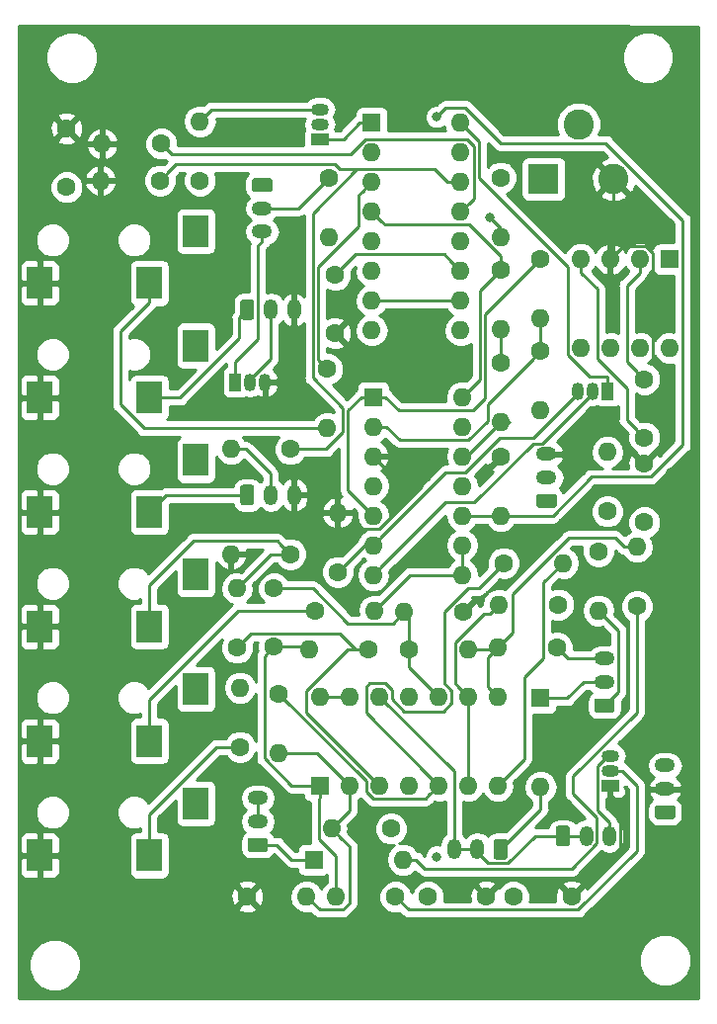
<source format=gbr>
G04 #@! TF.GenerationSoftware,KiCad,Pcbnew,(5.0.1)-rc2*
G04 #@! TF.CreationDate,2018-11-16T12:43:18-05:00*
G04 #@! TF.ProjectId,ASDR,415344522E6B696361645F7063620000,rev?*
G04 #@! TF.SameCoordinates,Original*
G04 #@! TF.FileFunction,Copper,L1,Top,Signal*
G04 #@! TF.FilePolarity,Positive*
%FSLAX46Y46*%
G04 Gerber Fmt 4.6, Leading zero omitted, Abs format (unit mm)*
G04 Created by KiCad (PCBNEW (5.0.1)-rc2) date 11/16/2018 12:43:18 PM*
%MOMM*%
%LPD*%
G01*
G04 APERTURE LIST*
G04 #@! TA.AperFunction,ComponentPad*
%ADD10C,1.600000*%
G04 #@! TD*
G04 #@! TA.AperFunction,ComponentPad*
%ADD11O,1.600000X1.600000*%
G04 #@! TD*
G04 #@! TA.AperFunction,Conductor*
%ADD12C,0.100000*%
G04 #@! TD*
G04 #@! TA.AperFunction,ComponentPad*
%ADD13C,1.200000*%
G04 #@! TD*
G04 #@! TA.AperFunction,ComponentPad*
%ADD14O,1.200000X1.750000*%
G04 #@! TD*
G04 #@! TA.AperFunction,ComponentPad*
%ADD15R,2.600000X2.600000*%
G04 #@! TD*
G04 #@! TA.AperFunction,ComponentPad*
%ADD16C,2.600000*%
G04 #@! TD*
G04 #@! TA.AperFunction,ComponentPad*
%ADD17O,1.750000X1.200000*%
G04 #@! TD*
G04 #@! TA.AperFunction,ComponentPad*
%ADD18R,1.600000X1.600000*%
G04 #@! TD*
G04 #@! TA.AperFunction,ComponentPad*
%ADD19R,1.050000X1.500000*%
G04 #@! TD*
G04 #@! TA.AperFunction,ComponentPad*
%ADD20O,1.050000X1.500000*%
G04 #@! TD*
G04 #@! TA.AperFunction,ComponentPad*
%ADD21O,1.500000X1.050000*%
G04 #@! TD*
G04 #@! TA.AperFunction,ComponentPad*
%ADD22R,1.500000X1.050000*%
G04 #@! TD*
G04 #@! TA.AperFunction,SMDPad,CuDef*
%ADD23R,2.200000X2.800000*%
G04 #@! TD*
G04 #@! TA.AperFunction,ViaPad*
%ADD24C,0.800000*%
G04 #@! TD*
G04 #@! TA.AperFunction,Conductor*
%ADD25C,0.250000*%
G04 #@! TD*
G04 #@! TA.AperFunction,Conductor*
%ADD26C,0.508000*%
G04 #@! TD*
G04 #@! TA.AperFunction,Conductor*
%ADD27C,0.254000*%
G04 #@! TD*
G04 APERTURE END LIST*
D10*
G04 #@! TO.P,C6,2*
G04 #@! TO.N,+9V*
X154893000Y-153543000D03*
G04 #@! TO.P,C6,1*
G04 #@! TO.N,GND*
X159893000Y-153543000D03*
G04 #@! TD*
G04 #@! TO.P,R18,1*
G04 #@! TO.N,Net-(R18-Pad1)*
X124714000Y-89027000D03*
D11*
G04 #@! TO.P,R18,2*
G04 #@! TO.N,GND*
X119634000Y-89027000D03*
G04 #@! TD*
D12*
G04 #@! TO.N,Net-(J5-PadT)*
G04 #@! TO.C,RV_1*
G36*
X132454505Y-102377204D02*
X132478773Y-102380804D01*
X132502572Y-102386765D01*
X132525671Y-102395030D01*
X132547850Y-102405520D01*
X132568893Y-102418132D01*
X132588599Y-102432747D01*
X132606777Y-102449223D01*
X132623253Y-102467401D01*
X132637868Y-102487107D01*
X132650480Y-102508150D01*
X132660970Y-102530329D01*
X132669235Y-102553428D01*
X132675196Y-102577227D01*
X132678796Y-102601495D01*
X132680000Y-102625999D01*
X132680000Y-103876001D01*
X132678796Y-103900505D01*
X132675196Y-103924773D01*
X132669235Y-103948572D01*
X132660970Y-103971671D01*
X132650480Y-103993850D01*
X132637868Y-104014893D01*
X132623253Y-104034599D01*
X132606777Y-104052777D01*
X132588599Y-104069253D01*
X132568893Y-104083868D01*
X132547850Y-104096480D01*
X132525671Y-104106970D01*
X132502572Y-104115235D01*
X132478773Y-104121196D01*
X132454505Y-104124796D01*
X132430001Y-104126000D01*
X131729999Y-104126000D01*
X131705495Y-104124796D01*
X131681227Y-104121196D01*
X131657428Y-104115235D01*
X131634329Y-104106970D01*
X131612150Y-104096480D01*
X131591107Y-104083868D01*
X131571401Y-104069253D01*
X131553223Y-104052777D01*
X131536747Y-104034599D01*
X131522132Y-104014893D01*
X131509520Y-103993850D01*
X131499030Y-103971671D01*
X131490765Y-103948572D01*
X131484804Y-103924773D01*
X131481204Y-103900505D01*
X131480000Y-103876001D01*
X131480000Y-102625999D01*
X131481204Y-102601495D01*
X131484804Y-102577227D01*
X131490765Y-102553428D01*
X131499030Y-102530329D01*
X131509520Y-102508150D01*
X131522132Y-102487107D01*
X131536747Y-102467401D01*
X131553223Y-102449223D01*
X131571401Y-102432747D01*
X131591107Y-102418132D01*
X131612150Y-102405520D01*
X131634329Y-102395030D01*
X131657428Y-102386765D01*
X131681227Y-102380804D01*
X131705495Y-102377204D01*
X131729999Y-102376000D01*
X132430001Y-102376000D01*
X132454505Y-102377204D01*
X132454505Y-102377204D01*
G37*
D13*
G04 #@! TD*
G04 #@! TO.P,RV_1,1*
G04 #@! TO.N,Net-(J5-PadT)*
X132080000Y-103251000D03*
D14*
G04 #@! TO.P,RV_1,2*
G04 #@! TO.N,Net-(Q2-Pad2)*
X134080000Y-103251000D03*
G04 #@! TO.P,RV_1,3*
G04 #@! TO.N,GND*
X136080000Y-103251000D03*
G04 #@! TD*
D15*
G04 #@! TO.P,J1,1*
G04 #@! TO.N,+9V*
X157480000Y-92075000D03*
D16*
G04 #@! TO.P,J1,2*
G04 #@! TO.N,GND*
X163480000Y-92075000D03*
G04 #@! TO.P,J1,3*
G04 #@! TO.N,N/C*
X160480000Y-87375000D03*
G04 #@! TD*
D10*
G04 #@! TO.P,C1,1*
G04 #@! TO.N,Net-(C1-Pad1)*
X166116000Y-109220000D03*
G04 #@! TO.P,C1,2*
G04 #@! TO.N,Net-(C1-Pad2)*
X166116000Y-114220000D03*
G04 #@! TD*
G04 #@! TO.P,C2,2*
G04 #@! TO.N,-9V*
X166116000Y-121459000D03*
G04 #@! TO.P,C2,1*
G04 #@! TO.N,GND*
X166116000Y-116459000D03*
G04 #@! TD*
G04 #@! TO.P,C3,1*
G04 #@! TO.N,Net-(C3-Pad1)*
X134366000Y-127127000D03*
G04 #@! TO.P,C3,2*
G04 #@! TO.N,Net-(C3-Pad2)*
X134366000Y-132127000D03*
G04 #@! TD*
G04 #@! TO.P,C4,2*
G04 #@! TO.N,+9V*
X139573000Y-100283000D03*
G04 #@! TO.P,C4,1*
G04 #@! TO.N,GND*
X139573000Y-105283000D03*
G04 #@! TD*
G04 #@! TO.P,C7,1*
G04 #@! TO.N,GND*
X116586000Y-87757000D03*
G04 #@! TO.P,C7,2*
G04 #@! TO.N,Net-(C7-Pad2)*
X116586000Y-92757000D03*
G04 #@! TD*
G04 #@! TO.P,C5,1*
G04 #@! TO.N,Net-(C5-Pad1)*
X147574000Y-153543000D03*
G04 #@! TO.P,C5,2*
G04 #@! TO.N,GND*
X152574000Y-153543000D03*
G04 #@! TD*
D12*
G04 #@! TO.N,+9V*
G04 #@! TO.C,RV_4*
G36*
X133999505Y-91984204D02*
X134023773Y-91987804D01*
X134047572Y-91993765D01*
X134070671Y-92002030D01*
X134092850Y-92012520D01*
X134113893Y-92025132D01*
X134133599Y-92039747D01*
X134151777Y-92056223D01*
X134168253Y-92074401D01*
X134182868Y-92094107D01*
X134195480Y-92115150D01*
X134205970Y-92137329D01*
X134214235Y-92160428D01*
X134220196Y-92184227D01*
X134223796Y-92208495D01*
X134225000Y-92232999D01*
X134225000Y-92933001D01*
X134223796Y-92957505D01*
X134220196Y-92981773D01*
X134214235Y-93005572D01*
X134205970Y-93028671D01*
X134195480Y-93050850D01*
X134182868Y-93071893D01*
X134168253Y-93091599D01*
X134151777Y-93109777D01*
X134133599Y-93126253D01*
X134113893Y-93140868D01*
X134092850Y-93153480D01*
X134070671Y-93163970D01*
X134047572Y-93172235D01*
X134023773Y-93178196D01*
X133999505Y-93181796D01*
X133975001Y-93183000D01*
X132724999Y-93183000D01*
X132700495Y-93181796D01*
X132676227Y-93178196D01*
X132652428Y-93172235D01*
X132629329Y-93163970D01*
X132607150Y-93153480D01*
X132586107Y-93140868D01*
X132566401Y-93126253D01*
X132548223Y-93109777D01*
X132531747Y-93091599D01*
X132517132Y-93071893D01*
X132504520Y-93050850D01*
X132494030Y-93028671D01*
X132485765Y-93005572D01*
X132479804Y-92981773D01*
X132476204Y-92957505D01*
X132475000Y-92933001D01*
X132475000Y-92232999D01*
X132476204Y-92208495D01*
X132479804Y-92184227D01*
X132485765Y-92160428D01*
X132494030Y-92137329D01*
X132504520Y-92115150D01*
X132517132Y-92094107D01*
X132531747Y-92074401D01*
X132548223Y-92056223D01*
X132566401Y-92039747D01*
X132586107Y-92025132D01*
X132607150Y-92012520D01*
X132629329Y-92002030D01*
X132652428Y-91993765D01*
X132676227Y-91987804D01*
X132700495Y-91984204D01*
X132724999Y-91983000D01*
X133975001Y-91983000D01*
X133999505Y-91984204D01*
X133999505Y-91984204D01*
G37*
D13*
G04 #@! TD*
G04 #@! TO.P,RV_4,1*
G04 #@! TO.N,+9V*
X133350000Y-92583000D03*
D17*
G04 #@! TO.P,RV_4,2*
G04 #@! TO.N,Net-(Q3-Pad2)*
X133350000Y-94583000D03*
G04 #@! TO.P,RV_4,3*
G04 #@! TO.N,Net-(Q2-Pad1)*
X133350000Y-96583000D03*
G04 #@! TD*
G04 #@! TO.P,RV_A1,3*
G04 #@! TO.N,Net-(C5-Pad1)*
X132969000Y-145098000D03*
G04 #@! TO.P,RV_A1,2*
X132969000Y-147098000D03*
D12*
G04 #@! TD*
G04 #@! TO.N,Net-(D1-Pad1)*
G04 #@! TO.C,RV_A1*
G36*
X133618505Y-148499204D02*
X133642773Y-148502804D01*
X133666572Y-148508765D01*
X133689671Y-148517030D01*
X133711850Y-148527520D01*
X133732893Y-148540132D01*
X133752599Y-148554747D01*
X133770777Y-148571223D01*
X133787253Y-148589401D01*
X133801868Y-148609107D01*
X133814480Y-148630150D01*
X133824970Y-148652329D01*
X133833235Y-148675428D01*
X133839196Y-148699227D01*
X133842796Y-148723495D01*
X133844000Y-148747999D01*
X133844000Y-149448001D01*
X133842796Y-149472505D01*
X133839196Y-149496773D01*
X133833235Y-149520572D01*
X133824970Y-149543671D01*
X133814480Y-149565850D01*
X133801868Y-149586893D01*
X133787253Y-149606599D01*
X133770777Y-149624777D01*
X133752599Y-149641253D01*
X133732893Y-149655868D01*
X133711850Y-149668480D01*
X133689671Y-149678970D01*
X133666572Y-149687235D01*
X133642773Y-149693196D01*
X133618505Y-149696796D01*
X133594001Y-149698000D01*
X132343999Y-149698000D01*
X132319495Y-149696796D01*
X132295227Y-149693196D01*
X132271428Y-149687235D01*
X132248329Y-149678970D01*
X132226150Y-149668480D01*
X132205107Y-149655868D01*
X132185401Y-149641253D01*
X132167223Y-149624777D01*
X132150747Y-149606599D01*
X132136132Y-149586893D01*
X132123520Y-149565850D01*
X132113030Y-149543671D01*
X132104765Y-149520572D01*
X132098804Y-149496773D01*
X132095204Y-149472505D01*
X132094000Y-149448001D01*
X132094000Y-148747999D01*
X132095204Y-148723495D01*
X132098804Y-148699227D01*
X132104765Y-148675428D01*
X132113030Y-148652329D01*
X132123520Y-148630150D01*
X132136132Y-148609107D01*
X132150747Y-148589401D01*
X132167223Y-148571223D01*
X132185401Y-148554747D01*
X132205107Y-148540132D01*
X132226150Y-148527520D01*
X132248329Y-148517030D01*
X132271428Y-148508765D01*
X132295227Y-148502804D01*
X132319495Y-148499204D01*
X132343999Y-148498000D01*
X133594001Y-148498000D01*
X133618505Y-148499204D01*
X133618505Y-148499204D01*
G37*
D13*
G04 #@! TO.P,RV_A1,1*
G04 #@! TO.N,Net-(D1-Pad1)*
X132969000Y-149098000D03*
G04 #@! TD*
D12*
G04 #@! TO.N,Net-(R14-Pad1)*
G04 #@! TO.C,RV_3*
G36*
X158383505Y-119035204D02*
X158407773Y-119038804D01*
X158431572Y-119044765D01*
X158454671Y-119053030D01*
X158476850Y-119063520D01*
X158497893Y-119076132D01*
X158517599Y-119090747D01*
X158535777Y-119107223D01*
X158552253Y-119125401D01*
X158566868Y-119145107D01*
X158579480Y-119166150D01*
X158589970Y-119188329D01*
X158598235Y-119211428D01*
X158604196Y-119235227D01*
X158607796Y-119259495D01*
X158609000Y-119283999D01*
X158609000Y-119984001D01*
X158607796Y-120008505D01*
X158604196Y-120032773D01*
X158598235Y-120056572D01*
X158589970Y-120079671D01*
X158579480Y-120101850D01*
X158566868Y-120122893D01*
X158552253Y-120142599D01*
X158535777Y-120160777D01*
X158517599Y-120177253D01*
X158497893Y-120191868D01*
X158476850Y-120204480D01*
X158454671Y-120214970D01*
X158431572Y-120223235D01*
X158407773Y-120229196D01*
X158383505Y-120232796D01*
X158359001Y-120234000D01*
X157108999Y-120234000D01*
X157084495Y-120232796D01*
X157060227Y-120229196D01*
X157036428Y-120223235D01*
X157013329Y-120214970D01*
X156991150Y-120204480D01*
X156970107Y-120191868D01*
X156950401Y-120177253D01*
X156932223Y-120160777D01*
X156915747Y-120142599D01*
X156901132Y-120122893D01*
X156888520Y-120101850D01*
X156878030Y-120079671D01*
X156869765Y-120056572D01*
X156863804Y-120032773D01*
X156860204Y-120008505D01*
X156859000Y-119984001D01*
X156859000Y-119283999D01*
X156860204Y-119259495D01*
X156863804Y-119235227D01*
X156869765Y-119211428D01*
X156878030Y-119188329D01*
X156888520Y-119166150D01*
X156901132Y-119145107D01*
X156915747Y-119125401D01*
X156932223Y-119107223D01*
X156950401Y-119090747D01*
X156970107Y-119076132D01*
X156991150Y-119063520D01*
X157013329Y-119053030D01*
X157036428Y-119044765D01*
X157060227Y-119038804D01*
X157084495Y-119035204D01*
X157108999Y-119034000D01*
X158359001Y-119034000D01*
X158383505Y-119035204D01*
X158383505Y-119035204D01*
G37*
D13*
G04 #@! TD*
G04 #@! TO.P,RV_3,1*
G04 #@! TO.N,Net-(R14-Pad1)*
X157734000Y-119634000D03*
D17*
G04 #@! TO.P,RV_3,2*
G04 #@! TO.N,Net-(R20-Pad2)*
X157734000Y-117634000D03*
G04 #@! TO.P,RV_3,3*
G04 #@! TO.N,GND*
X157734000Y-115634000D03*
G04 #@! TD*
D14*
G04 #@! TO.P,RV_2,3*
G04 #@! TO.N,GND*
X136080000Y-119126000D03*
G04 #@! TO.P,RV_2,2*
G04 #@! TO.N,Net-(R15-Pad2)*
X134080000Y-119126000D03*
D12*
G04 #@! TD*
G04 #@! TO.N,Net-(J3-PadT)*
G04 #@! TO.C,RV_2*
G36*
X132454505Y-118252204D02*
X132478773Y-118255804D01*
X132502572Y-118261765D01*
X132525671Y-118270030D01*
X132547850Y-118280520D01*
X132568893Y-118293132D01*
X132588599Y-118307747D01*
X132606777Y-118324223D01*
X132623253Y-118342401D01*
X132637868Y-118362107D01*
X132650480Y-118383150D01*
X132660970Y-118405329D01*
X132669235Y-118428428D01*
X132675196Y-118452227D01*
X132678796Y-118476495D01*
X132680000Y-118500999D01*
X132680000Y-119751001D01*
X132678796Y-119775505D01*
X132675196Y-119799773D01*
X132669235Y-119823572D01*
X132660970Y-119846671D01*
X132650480Y-119868850D01*
X132637868Y-119889893D01*
X132623253Y-119909599D01*
X132606777Y-119927777D01*
X132588599Y-119944253D01*
X132568893Y-119958868D01*
X132547850Y-119971480D01*
X132525671Y-119981970D01*
X132502572Y-119990235D01*
X132478773Y-119996196D01*
X132454505Y-119999796D01*
X132430001Y-120001000D01*
X131729999Y-120001000D01*
X131705495Y-119999796D01*
X131681227Y-119996196D01*
X131657428Y-119990235D01*
X131634329Y-119981970D01*
X131612150Y-119971480D01*
X131591107Y-119958868D01*
X131571401Y-119944253D01*
X131553223Y-119927777D01*
X131536747Y-119909599D01*
X131522132Y-119889893D01*
X131509520Y-119868850D01*
X131499030Y-119846671D01*
X131490765Y-119823572D01*
X131484804Y-119799773D01*
X131481204Y-119775505D01*
X131480000Y-119751001D01*
X131480000Y-118500999D01*
X131481204Y-118476495D01*
X131484804Y-118452227D01*
X131490765Y-118428428D01*
X131499030Y-118405329D01*
X131509520Y-118383150D01*
X131522132Y-118362107D01*
X131536747Y-118342401D01*
X131553223Y-118324223D01*
X131571401Y-118307747D01*
X131591107Y-118293132D01*
X131612150Y-118280520D01*
X131634329Y-118270030D01*
X131657428Y-118261765D01*
X131681227Y-118255804D01*
X131705495Y-118252204D01*
X131729999Y-118251000D01*
X132430001Y-118251000D01*
X132454505Y-118252204D01*
X132454505Y-118252204D01*
G37*
D13*
G04 #@! TO.P,RV_2,1*
G04 #@! TO.N,Net-(J3-PadT)*
X132080000Y-119126000D03*
G04 #@! TD*
D14*
G04 #@! TO.P,RV_D1,3*
G04 #@! TO.N,Net-(C5-Pad1)*
X149797000Y-149479000D03*
G04 #@! TO.P,RV_D1,2*
X151797000Y-149479000D03*
D12*
G04 #@! TD*
G04 #@! TO.N,Net-(D2-Pad2)*
G04 #@! TO.C,RV_D1*
G36*
X154171505Y-148605204D02*
X154195773Y-148608804D01*
X154219572Y-148614765D01*
X154242671Y-148623030D01*
X154264850Y-148633520D01*
X154285893Y-148646132D01*
X154305599Y-148660747D01*
X154323777Y-148677223D01*
X154340253Y-148695401D01*
X154354868Y-148715107D01*
X154367480Y-148736150D01*
X154377970Y-148758329D01*
X154386235Y-148781428D01*
X154392196Y-148805227D01*
X154395796Y-148829495D01*
X154397000Y-148853999D01*
X154397000Y-150104001D01*
X154395796Y-150128505D01*
X154392196Y-150152773D01*
X154386235Y-150176572D01*
X154377970Y-150199671D01*
X154367480Y-150221850D01*
X154354868Y-150242893D01*
X154340253Y-150262599D01*
X154323777Y-150280777D01*
X154305599Y-150297253D01*
X154285893Y-150311868D01*
X154264850Y-150324480D01*
X154242671Y-150334970D01*
X154219572Y-150343235D01*
X154195773Y-150349196D01*
X154171505Y-150352796D01*
X154147001Y-150354000D01*
X153446999Y-150354000D01*
X153422495Y-150352796D01*
X153398227Y-150349196D01*
X153374428Y-150343235D01*
X153351329Y-150334970D01*
X153329150Y-150324480D01*
X153308107Y-150311868D01*
X153288401Y-150297253D01*
X153270223Y-150280777D01*
X153253747Y-150262599D01*
X153239132Y-150242893D01*
X153226520Y-150221850D01*
X153216030Y-150199671D01*
X153207765Y-150176572D01*
X153201804Y-150152773D01*
X153198204Y-150128505D01*
X153197000Y-150104001D01*
X153197000Y-148853999D01*
X153198204Y-148829495D01*
X153201804Y-148805227D01*
X153207765Y-148781428D01*
X153216030Y-148758329D01*
X153226520Y-148736150D01*
X153239132Y-148715107D01*
X153253747Y-148695401D01*
X153270223Y-148677223D01*
X153288401Y-148660747D01*
X153308107Y-148646132D01*
X153329150Y-148633520D01*
X153351329Y-148623030D01*
X153374428Y-148614765D01*
X153398227Y-148608804D01*
X153422495Y-148605204D01*
X153446999Y-148604000D01*
X154147001Y-148604000D01*
X154171505Y-148605204D01*
X154171505Y-148605204D01*
G37*
D13*
G04 #@! TO.P,RV_D1,1*
G04 #@! TO.N,Net-(D2-Pad2)*
X153797000Y-149479000D03*
G04 #@! TD*
D12*
G04 #@! TO.N,Net-(C5-Pad1)*
G04 #@! TO.C,RV_R1*
G36*
X159505505Y-147462204D02*
X159529773Y-147465804D01*
X159553572Y-147471765D01*
X159576671Y-147480030D01*
X159598850Y-147490520D01*
X159619893Y-147503132D01*
X159639599Y-147517747D01*
X159657777Y-147534223D01*
X159674253Y-147552401D01*
X159688868Y-147572107D01*
X159701480Y-147593150D01*
X159711970Y-147615329D01*
X159720235Y-147638428D01*
X159726196Y-147662227D01*
X159729796Y-147686495D01*
X159731000Y-147710999D01*
X159731000Y-148961001D01*
X159729796Y-148985505D01*
X159726196Y-149009773D01*
X159720235Y-149033572D01*
X159711970Y-149056671D01*
X159701480Y-149078850D01*
X159688868Y-149099893D01*
X159674253Y-149119599D01*
X159657777Y-149137777D01*
X159639599Y-149154253D01*
X159619893Y-149168868D01*
X159598850Y-149181480D01*
X159576671Y-149191970D01*
X159553572Y-149200235D01*
X159529773Y-149206196D01*
X159505505Y-149209796D01*
X159481001Y-149211000D01*
X158780999Y-149211000D01*
X158756495Y-149209796D01*
X158732227Y-149206196D01*
X158708428Y-149200235D01*
X158685329Y-149191970D01*
X158663150Y-149181480D01*
X158642107Y-149168868D01*
X158622401Y-149154253D01*
X158604223Y-149137777D01*
X158587747Y-149119599D01*
X158573132Y-149099893D01*
X158560520Y-149078850D01*
X158550030Y-149056671D01*
X158541765Y-149033572D01*
X158535804Y-149009773D01*
X158532204Y-148985505D01*
X158531000Y-148961001D01*
X158531000Y-147710999D01*
X158532204Y-147686495D01*
X158535804Y-147662227D01*
X158541765Y-147638428D01*
X158550030Y-147615329D01*
X158560520Y-147593150D01*
X158573132Y-147572107D01*
X158587747Y-147552401D01*
X158604223Y-147534223D01*
X158622401Y-147517747D01*
X158642107Y-147503132D01*
X158663150Y-147490520D01*
X158685329Y-147480030D01*
X158708428Y-147471765D01*
X158732227Y-147465804D01*
X158756495Y-147462204D01*
X158780999Y-147461000D01*
X159481001Y-147461000D01*
X159505505Y-147462204D01*
X159505505Y-147462204D01*
G37*
D13*
G04 #@! TD*
G04 #@! TO.P,RV_R1,1*
G04 #@! TO.N,Net-(C5-Pad1)*
X159131000Y-148336000D03*
D14*
G04 #@! TO.P,RV_R1,2*
G04 #@! TO.N,Net-(C5-Pad1)*
X161131000Y-148336000D03*
G04 #@! TO.P,RV_R1,3*
G04 #@! TO.N,Net-(Q1-Pad3)*
X163131000Y-148336000D03*
G04 #@! TD*
D17*
G04 #@! TO.P,J8,3*
G04 #@! TO.N,+9V*
X167894000Y-142304000D03*
G04 #@! TO.P,J8,2*
G04 #@! TO.N,GND*
X167894000Y-144304000D03*
D12*
G04 #@! TD*
G04 #@! TO.N,-9V*
G04 #@! TO.C,J8*
G36*
X168543505Y-145705204D02*
X168567773Y-145708804D01*
X168591572Y-145714765D01*
X168614671Y-145723030D01*
X168636850Y-145733520D01*
X168657893Y-145746132D01*
X168677599Y-145760747D01*
X168695777Y-145777223D01*
X168712253Y-145795401D01*
X168726868Y-145815107D01*
X168739480Y-145836150D01*
X168749970Y-145858329D01*
X168758235Y-145881428D01*
X168764196Y-145905227D01*
X168767796Y-145929495D01*
X168769000Y-145953999D01*
X168769000Y-146654001D01*
X168767796Y-146678505D01*
X168764196Y-146702773D01*
X168758235Y-146726572D01*
X168749970Y-146749671D01*
X168739480Y-146771850D01*
X168726868Y-146792893D01*
X168712253Y-146812599D01*
X168695777Y-146830777D01*
X168677599Y-146847253D01*
X168657893Y-146861868D01*
X168636850Y-146874480D01*
X168614671Y-146884970D01*
X168591572Y-146893235D01*
X168567773Y-146899196D01*
X168543505Y-146902796D01*
X168519001Y-146904000D01*
X167268999Y-146904000D01*
X167244495Y-146902796D01*
X167220227Y-146899196D01*
X167196428Y-146893235D01*
X167173329Y-146884970D01*
X167151150Y-146874480D01*
X167130107Y-146861868D01*
X167110401Y-146847253D01*
X167092223Y-146830777D01*
X167075747Y-146812599D01*
X167061132Y-146792893D01*
X167048520Y-146771850D01*
X167038030Y-146749671D01*
X167029765Y-146726572D01*
X167023804Y-146702773D01*
X167020204Y-146678505D01*
X167019000Y-146654001D01*
X167019000Y-145953999D01*
X167020204Y-145929495D01*
X167023804Y-145905227D01*
X167029765Y-145881428D01*
X167038030Y-145858329D01*
X167048520Y-145836150D01*
X167061132Y-145815107D01*
X167075747Y-145795401D01*
X167092223Y-145777223D01*
X167110401Y-145760747D01*
X167130107Y-145746132D01*
X167151150Y-145733520D01*
X167173329Y-145723030D01*
X167196428Y-145714765D01*
X167220227Y-145708804D01*
X167244495Y-145705204D01*
X167268999Y-145704000D01*
X168519001Y-145704000D01*
X168543505Y-145705204D01*
X168543505Y-145705204D01*
G37*
D13*
G04 #@! TO.P,J8,1*
G04 #@! TO.N,-9V*
X167894000Y-146304000D03*
G04 #@! TD*
D12*
G04 #@! TO.N,Net-(R13-Pad2)*
G04 #@! TO.C,RV_S1*
G36*
X163336505Y-136561204D02*
X163360773Y-136564804D01*
X163384572Y-136570765D01*
X163407671Y-136579030D01*
X163429850Y-136589520D01*
X163450893Y-136602132D01*
X163470599Y-136616747D01*
X163488777Y-136633223D01*
X163505253Y-136651401D01*
X163519868Y-136671107D01*
X163532480Y-136692150D01*
X163542970Y-136714329D01*
X163551235Y-136737428D01*
X163557196Y-136761227D01*
X163560796Y-136785495D01*
X163562000Y-136809999D01*
X163562000Y-137510001D01*
X163560796Y-137534505D01*
X163557196Y-137558773D01*
X163551235Y-137582572D01*
X163542970Y-137605671D01*
X163532480Y-137627850D01*
X163519868Y-137648893D01*
X163505253Y-137668599D01*
X163488777Y-137686777D01*
X163470599Y-137703253D01*
X163450893Y-137717868D01*
X163429850Y-137730480D01*
X163407671Y-137740970D01*
X163384572Y-137749235D01*
X163360773Y-137755196D01*
X163336505Y-137758796D01*
X163312001Y-137760000D01*
X162061999Y-137760000D01*
X162037495Y-137758796D01*
X162013227Y-137755196D01*
X161989428Y-137749235D01*
X161966329Y-137740970D01*
X161944150Y-137730480D01*
X161923107Y-137717868D01*
X161903401Y-137703253D01*
X161885223Y-137686777D01*
X161868747Y-137668599D01*
X161854132Y-137648893D01*
X161841520Y-137627850D01*
X161831030Y-137605671D01*
X161822765Y-137582572D01*
X161816804Y-137558773D01*
X161813204Y-137534505D01*
X161812000Y-137510001D01*
X161812000Y-136809999D01*
X161813204Y-136785495D01*
X161816804Y-136761227D01*
X161822765Y-136737428D01*
X161831030Y-136714329D01*
X161841520Y-136692150D01*
X161854132Y-136671107D01*
X161868747Y-136651401D01*
X161885223Y-136633223D01*
X161903401Y-136616747D01*
X161923107Y-136602132D01*
X161944150Y-136589520D01*
X161966329Y-136579030D01*
X161989428Y-136570765D01*
X162013227Y-136564804D01*
X162037495Y-136561204D01*
X162061999Y-136560000D01*
X163312001Y-136560000D01*
X163336505Y-136561204D01*
X163336505Y-136561204D01*
G37*
D13*
G04 #@! TD*
G04 #@! TO.P,RV_S1,1*
G04 #@! TO.N,Net-(R13-Pad2)*
X162687000Y-137160000D03*
D17*
G04 #@! TO.P,RV_S1,2*
G04 #@! TO.N,Net-(D2-Pad1)*
X162687000Y-135160000D03*
G04 #@! TO.P,RV_S1,3*
G04 #@! TO.N,Net-(R12-Pad1)*
X162687000Y-133160000D03*
G04 #@! TD*
D11*
G04 #@! TO.P,D1,2*
G04 #@! TO.N,Net-(D1-Pad2)*
X145415000Y-150368000D03*
D18*
G04 #@! TO.P,D1,1*
G04 #@! TO.N,Net-(D1-Pad1)*
X137795000Y-150368000D03*
G04 #@! TD*
G04 #@! TO.P,D2,1*
G04 #@! TO.N,Net-(D2-Pad1)*
X157226000Y-136525000D03*
D11*
G04 #@! TO.P,D2,2*
G04 #@! TO.N,Net-(D2-Pad2)*
X157226000Y-144145000D03*
G04 #@! TD*
G04 #@! TO.P,U2,14*
G04 #@! TO.N,Net-(R14-Pad2)*
X138303000Y-136398000D03*
G04 #@! TO.P,U2,7*
G04 #@! TO.N,Net-(R7-Pad2)*
X153543000Y-144018000D03*
G04 #@! TO.P,U2,13*
G04 #@! TO.N,Net-(R14-Pad2)*
X140843000Y-136398000D03*
G04 #@! TO.P,U2,6*
X151003000Y-144018000D03*
G04 #@! TO.P,U2,12*
G04 #@! TO.N,Net-(C5-Pad1)*
X143383000Y-136398000D03*
G04 #@! TO.P,U2,5*
G04 #@! TO.N,Net-(R5-Pad1)*
X148463000Y-144018000D03*
G04 #@! TO.P,U2,11*
G04 #@! TO.N,-9V*
X145923000Y-136398000D03*
G04 #@! TO.P,U2,4*
G04 #@! TO.N,+9V*
X145923000Y-144018000D03*
G04 #@! TO.P,U2,10*
G04 #@! TO.N,Net-(C3-Pad1)*
X148463000Y-136398000D03*
G04 #@! TO.P,U2,3*
G04 #@! TO.N,Net-(R4-Pad1)*
X143383000Y-144018000D03*
G04 #@! TO.P,U2,9*
G04 #@! TO.N,Net-(R14-Pad2)*
X151003000Y-136398000D03*
G04 #@! TO.P,U2,2*
G04 #@! TO.N,Net-(R1-Pad2)*
X140843000Y-144018000D03*
G04 #@! TO.P,U2,8*
G04 #@! TO.N,Net-(R11-Pad2)*
X153543000Y-136398000D03*
D18*
G04 #@! TO.P,U2,1*
G04 #@! TO.N,Net-(C3-Pad2)*
X138303000Y-144018000D03*
G04 #@! TD*
G04 #@! TO.P,U4,1*
G04 #@! TO.N,Net-(R21-Pad1)*
X142875000Y-110744000D03*
D11*
G04 #@! TO.P,U4,8*
G04 #@! TO.N,Net-(R29-Pad2)*
X150495000Y-125984000D03*
G04 #@! TO.P,U4,2*
G04 #@! TO.N,Net-(R20-Pad1)*
X142875000Y-113284000D03*
G04 #@! TO.P,U4,9*
G04 #@! TO.N,Net-(R29-Pad2)*
X150495000Y-123444000D03*
G04 #@! TO.P,U4,3*
G04 #@! TO.N,GND*
X142875000Y-115824000D03*
G04 #@! TO.P,U4,10*
G04 #@! TO.N,Net-(R23-Pad2)*
X150495000Y-120904000D03*
G04 #@! TO.P,U4,4*
G04 #@! TO.N,+9V*
X142875000Y-118364000D03*
G04 #@! TO.P,U4,11*
G04 #@! TO.N,-9V*
X150495000Y-118364000D03*
G04 #@! TO.P,U4,5*
G04 #@! TO.N,Net-(R21-Pad1)*
X142875000Y-120904000D03*
G04 #@! TO.P,U4,12*
G04 #@! TO.N,Net-(C7-Pad2)*
X150495000Y-115824000D03*
G04 #@! TO.P,U4,6*
G04 #@! TO.N,Net-(Q4-Pad3)*
X142875000Y-123444000D03*
G04 #@! TO.P,U4,13*
G04 #@! TO.N,Net-(R28-Pad1)*
X150495000Y-113284000D03*
G04 #@! TO.P,U4,7*
G04 #@! TO.N,Net-(Q4-Pad2)*
X142875000Y-125984000D03*
G04 #@! TO.P,U4,14*
G04 #@! TO.N,Net-(R28-Pad1)*
X150495000Y-110744000D03*
G04 #@! TD*
D18*
G04 #@! TO.P,U3,1*
G04 #@! TO.N,Net-(Q3-Pad1)*
X142748000Y-87249000D03*
D11*
G04 #@! TO.P,U3,9*
G04 #@! TO.N,Net-(U3-Pad9)*
X150368000Y-105029000D03*
G04 #@! TO.P,U3,2*
G04 #@! TO.N,Net-(U3-Pad2)*
X142748000Y-89789000D03*
G04 #@! TO.P,U3,10*
G04 #@! TO.N,Net-(U3-Pad10)*
X150368000Y-102489000D03*
G04 #@! TO.P,U3,3*
G04 #@! TO.N,Net-(R19-Pad1)*
X142748000Y-92329000D03*
G04 #@! TO.P,U3,11*
G04 #@! TO.N,+9V*
X150368000Y-99949000D03*
G04 #@! TO.P,U3,4*
G04 #@! TO.N,Net-(R28-Pad1)*
X142748000Y-94869000D03*
G04 #@! TO.P,U3,12*
G04 #@! TO.N,Net-(R23-Pad2)*
X150368000Y-97409000D03*
G04 #@! TO.P,U3,5*
G04 #@! TO.N,Net-(C7-Pad2)*
X142748000Y-97409000D03*
G04 #@! TO.P,U3,13*
G04 #@! TO.N,Net-(R18-Pad1)*
X150368000Y-94869000D03*
G04 #@! TO.P,U3,6*
G04 #@! TO.N,-9V*
X142748000Y-99949000D03*
G04 #@! TO.P,U3,14*
G04 #@! TO.N,Net-(R15-Pad1)*
X150368000Y-92329000D03*
G04 #@! TO.P,U3,7*
G04 #@! TO.N,Net-(U3-Pad10)*
X142748000Y-102489000D03*
G04 #@! TO.P,U3,15*
G04 #@! TO.N,Net-(R17-Pad1)*
X150368000Y-89789000D03*
G04 #@! TO.P,U3,8*
G04 #@! TO.N,Net-(U3-Pad8)*
X142748000Y-105029000D03*
G04 #@! TO.P,U3,16*
G04 #@! TO.N,Net-(Q4-Pad1)*
X150368000Y-87249000D03*
G04 #@! TD*
D18*
G04 #@! TO.P,U1,1*
G04 #@! TO.N,Net-(U1-Pad1)*
X168275000Y-98933000D03*
D11*
G04 #@! TO.P,U1,5*
G04 #@! TO.N,-9V*
X160655000Y-106553000D03*
G04 #@! TO.P,U1,2*
G04 #@! TO.N,Net-(C1-Pad1)*
X165735000Y-98933000D03*
G04 #@! TO.P,U1,6*
G04 #@! TO.N,Net-(U1-Pad6)*
X163195000Y-106553000D03*
G04 #@! TO.P,U1,3*
G04 #@! TO.N,GND*
X163195000Y-98933000D03*
G04 #@! TO.P,U1,7*
G04 #@! TO.N,Net-(U1-Pad7)*
X165735000Y-106553000D03*
G04 #@! TO.P,U1,4*
G04 #@! TO.N,Net-(C1-Pad2)*
X160655000Y-98933000D03*
G04 #@! TO.P,U1,8*
G04 #@! TO.N,+9V*
X168275000Y-106553000D03*
G04 #@! TD*
D19*
G04 #@! TO.P,Q4,1*
G04 #@! TO.N,Net-(Q4-Pad1)*
X162941000Y-110236000D03*
D20*
G04 #@! TO.P,Q4,3*
G04 #@! TO.N,Net-(Q4-Pad3)*
X160401000Y-110236000D03*
G04 #@! TO.P,Q4,2*
G04 #@! TO.N,Net-(Q4-Pad2)*
X161671000Y-110236000D03*
G04 #@! TD*
D21*
G04 #@! TO.P,Q3,2*
G04 #@! TO.N,Net-(Q3-Pad2)*
X138303000Y-87376000D03*
G04 #@! TO.P,Q3,3*
G04 #@! TO.N,Net-(Q3-Pad3)*
X138303000Y-86106000D03*
D22*
G04 #@! TO.P,Q3,1*
G04 #@! TO.N,Net-(Q3-Pad1)*
X138303000Y-88646000D03*
G04 #@! TD*
D19*
G04 #@! TO.P,Q2,1*
G04 #@! TO.N,Net-(Q2-Pad1)*
X131064000Y-109474000D03*
D20*
G04 #@! TO.P,Q2,3*
G04 #@! TO.N,GND*
X133604000Y-109474000D03*
G04 #@! TO.P,Q2,2*
G04 #@! TO.N,Net-(Q2-Pad2)*
X132334000Y-109474000D03*
G04 #@! TD*
D21*
G04 #@! TO.P,Q1,2*
G04 #@! TO.N,Net-(Q1-Pad2)*
X163195000Y-142748000D03*
G04 #@! TO.P,Q1,3*
G04 #@! TO.N,Net-(Q1-Pad3)*
X163195000Y-141478000D03*
D22*
G04 #@! TO.P,Q1,1*
G04 #@! TO.N,GND*
X163195000Y-144018000D03*
G04 #@! TD*
D11*
G04 #@! TO.P,R3,2*
G04 #@! TO.N,GND*
X130683000Y-124206000D03*
D10*
G04 #@! TO.P,R3,1*
G04 #@! TO.N,Net-(J2-PadT)*
X135763000Y-124206000D03*
G04 #@! TD*
G04 #@! TO.P,R1,1*
G04 #@! TO.N,+9V*
X144399000Y-147701000D03*
D11*
G04 #@! TO.P,R1,2*
G04 #@! TO.N,Net-(R1-Pad2)*
X139319000Y-147701000D03*
G04 #@! TD*
G04 #@! TO.P,R24,2*
G04 #@! TO.N,GND*
X139827000Y-120650000D03*
D10*
G04 #@! TO.P,R24,1*
G04 #@! TO.N,Net-(Q4-Pad3)*
X139827000Y-125730000D03*
G04 #@! TD*
G04 #@! TO.P,R25,1*
G04 #@! TO.N,+9V*
X128016000Y-92202000D03*
D11*
G04 #@! TO.P,R25,2*
G04 #@! TO.N,Net-(Q3-Pad3)*
X128016000Y-87122000D03*
G04 #@! TD*
G04 #@! TO.P,R26,2*
G04 #@! TO.N,Net-(C7-Pad2)*
X153797000Y-112903000D03*
D10*
G04 #@! TO.P,R26,1*
G04 #@! TO.N,Net-(R26-Pad1)*
X153797000Y-107823000D03*
G04 #@! TD*
G04 #@! TO.P,R27,1*
G04 #@! TO.N,-9V*
X162941000Y-120523000D03*
D11*
G04 #@! TO.P,R27,2*
G04 #@! TO.N,Net-(R26-Pad1)*
X162941000Y-115443000D03*
G04 #@! TD*
G04 #@! TO.P,R28,2*
G04 #@! TO.N,Net-(R26-Pad1)*
X153797000Y-104902000D03*
D10*
G04 #@! TO.P,R28,1*
G04 #@! TO.N,Net-(R28-Pad1)*
X153797000Y-99822000D03*
G04 #@! TD*
G04 #@! TO.P,R29,1*
G04 #@! TO.N,Net-(J6-PadT)*
X137922000Y-129032000D03*
D11*
G04 #@! TO.P,R29,2*
G04 #@! TO.N,Net-(R29-Pad2)*
X143002000Y-129032000D03*
G04 #@! TD*
G04 #@! TO.P,R30,2*
G04 #@! TO.N,Net-(R28-Pad1)*
X131445000Y-135636000D03*
D10*
G04 #@! TO.P,R30,1*
G04 #@! TO.N,Net-(J7-PadT)*
X131445000Y-140716000D03*
G04 #@! TD*
G04 #@! TO.P,R4,1*
G04 #@! TO.N,Net-(R4-Pad1)*
X131191000Y-132207000D03*
D11*
G04 #@! TO.P,R4,2*
G04 #@! TO.N,Net-(J2-PadT)*
X131191000Y-127127000D03*
G04 #@! TD*
G04 #@! TO.P,R22,2*
G04 #@! TO.N,+9V*
X139065000Y-97028000D03*
D10*
G04 #@! TO.P,R22,1*
G04 #@! TO.N,Net-(Q3-Pad2)*
X139065000Y-91948000D03*
G04 #@! TD*
G04 #@! TO.P,R21,1*
G04 #@! TO.N,Net-(R21-Pad1)*
X157226000Y-98933000D03*
D11*
G04 #@! TO.P,R21,2*
G04 #@! TO.N,Net-(R20-Pad1)*
X157226000Y-104013000D03*
G04 #@! TD*
G04 #@! TO.P,R20,2*
G04 #@! TO.N,Net-(R20-Pad2)*
X157226000Y-111887000D03*
D10*
G04 #@! TO.P,R20,1*
G04 #@! TO.N,Net-(R20-Pad1)*
X157226000Y-106807000D03*
G04 #@! TD*
G04 #@! TO.P,R5,1*
G04 #@! TO.N,Net-(R5-Pad1)*
X134747000Y-136144000D03*
D11*
G04 #@! TO.P,R5,2*
G04 #@! TO.N,Net-(R1-Pad2)*
X134747000Y-141224000D03*
G04 #@! TD*
G04 #@! TO.P,R23,2*
G04 #@! TO.N,Net-(R23-Pad2)*
X153797000Y-120904000D03*
D10*
G04 #@! TO.P,R23,1*
G04 #@! TO.N,GND*
X153797000Y-115824000D03*
G04 #@! TD*
D11*
G04 #@! TO.P,R17,2*
G04 #@! TO.N,+9V*
X153797000Y-97028000D03*
D10*
G04 #@! TO.P,R17,1*
G04 #@! TO.N,Net-(R17-Pad1)*
X153797000Y-91948000D03*
G04 #@! TD*
G04 #@! TO.P,R16,1*
G04 #@! TO.N,Net-(R15-Pad1)*
X124587000Y-92202000D03*
D11*
G04 #@! TO.P,R16,2*
G04 #@! TO.N,GND*
X119507000Y-92202000D03*
G04 #@! TD*
G04 #@! TO.P,R15,2*
G04 #@! TO.N,Net-(R15-Pad2)*
X130683000Y-115189000D03*
D10*
G04 #@! TO.P,R15,1*
G04 #@! TO.N,Net-(R15-Pad1)*
X135763000Y-115189000D03*
G04 #@! TD*
G04 #@! TO.P,R14,1*
G04 #@! TO.N,Net-(R14-Pad1)*
X158750000Y-128524000D03*
D11*
G04 #@! TO.P,R14,2*
G04 #@! TO.N,Net-(R14-Pad2)*
X153670000Y-128524000D03*
G04 #@! TD*
G04 #@! TO.P,R13,2*
G04 #@! TO.N,Net-(R13-Pad2)*
X162179000Y-129032000D03*
D10*
G04 #@! TO.P,R13,1*
G04 #@! TO.N,+9V*
X162179000Y-123952000D03*
G04 #@! TD*
G04 #@! TO.P,R12,1*
G04 #@! TO.N,Net-(R12-Pad1)*
X158623000Y-132207000D03*
D11*
G04 #@! TO.P,R12,2*
G04 #@! TO.N,Net-(R11-Pad2)*
X153543000Y-132207000D03*
G04 #@! TD*
G04 #@! TO.P,R11,2*
G04 #@! TO.N,Net-(R11-Pad2)*
X165481000Y-123571000D03*
D10*
G04 #@! TO.P,R11,1*
G04 #@! TO.N,Net-(D1-Pad2)*
X165481000Y-128651000D03*
G04 #@! TD*
G04 #@! TO.P,R10,1*
G04 #@! TO.N,Net-(Q1-Pad2)*
X144780000Y-153543000D03*
D11*
G04 #@! TO.P,R10,2*
G04 #@! TO.N,Net-(C3-Pad2)*
X139700000Y-153543000D03*
G04 #@! TD*
G04 #@! TO.P,R9,2*
G04 #@! TO.N,Net-(R11-Pad2)*
X151003000Y-132334000D03*
D10*
G04 #@! TO.P,R9,1*
G04 #@! TO.N,Net-(C3-Pad1)*
X145923000Y-132334000D03*
G04 #@! TD*
G04 #@! TO.P,R7,1*
G04 #@! TO.N,Net-(R5-Pad1)*
X154051000Y-124968000D03*
D11*
G04 #@! TO.P,R7,2*
G04 #@! TO.N,Net-(R7-Pad2)*
X159131000Y-124968000D03*
G04 #@! TD*
G04 #@! TO.P,R2,2*
G04 #@! TO.N,Net-(R1-Pad2)*
X137160000Y-153543000D03*
D10*
G04 #@! TO.P,R2,1*
G04 #@! TO.N,GND*
X132080000Y-153543000D03*
G04 #@! TD*
G04 #@! TO.P,R6,1*
G04 #@! TO.N,Net-(R4-Pad1)*
X142494000Y-132334000D03*
D11*
G04 #@! TO.P,R6,2*
G04 #@! TO.N,Net-(C3-Pad2)*
X137414000Y-132334000D03*
G04 #@! TD*
G04 #@! TO.P,R19,2*
G04 #@! TO.N,Net-(J4-PadT)*
X138938000Y-113411000D03*
D10*
G04 #@! TO.P,R19,1*
G04 #@! TO.N,Net-(R19-Pad1)*
X138938000Y-108331000D03*
G04 #@! TD*
G04 #@! TO.P,R8,1*
G04 #@! TO.N,GND*
X150622000Y-129159000D03*
D11*
G04 #@! TO.P,R8,2*
G04 #@! TO.N,Net-(C3-Pad1)*
X145542000Y-129159000D03*
G04 #@! TD*
D23*
G04 #@! TO.P,J6,TN*
G04 #@! TO.N,Net-(J6-PadTN)*
X127676000Y-135749600D03*
G04 #@! TO.P,J6,T*
G04 #@! TO.N,Net-(J6-PadT)*
X123676000Y-140199600D03*
G04 #@! TO.P,J6,S*
G04 #@! TO.N,GND*
X114276000Y-140199600D03*
G04 #@! TD*
G04 #@! TO.P,J7,S*
G04 #@! TO.N,GND*
X114276000Y-150004000D03*
G04 #@! TO.P,J7,T*
G04 #@! TO.N,Net-(J7-PadT)*
X123676000Y-150004000D03*
G04 #@! TO.P,J7,TN*
G04 #@! TO.N,Net-(J7-PadTN)*
X127676000Y-145554000D03*
G04 #@! TD*
G04 #@! TO.P,J4,TN*
G04 #@! TO.N,Net-(J4-PadTN)*
X127676000Y-96532000D03*
G04 #@! TO.P,J4,T*
G04 #@! TO.N,Net-(J4-PadT)*
X123676000Y-100982000D03*
G04 #@! TO.P,J4,S*
G04 #@! TO.N,GND*
X114276000Y-100982000D03*
G04 #@! TD*
G04 #@! TO.P,J5,S*
G04 #@! TO.N,GND*
X114276000Y-110786400D03*
G04 #@! TO.P,J5,T*
G04 #@! TO.N,Net-(J5-PadT)*
X123676000Y-110786400D03*
G04 #@! TO.P,J5,TN*
G04 #@! TO.N,Net-(J5-PadTN)*
X127676000Y-106336400D03*
G04 #@! TD*
G04 #@! TO.P,J3,TN*
G04 #@! TO.N,Net-(J3-PadTN)*
X127676000Y-116140800D03*
G04 #@! TO.P,J3,T*
G04 #@! TO.N,Net-(J3-PadT)*
X123676000Y-120590800D03*
G04 #@! TO.P,J3,S*
G04 #@! TO.N,GND*
X114276000Y-120590800D03*
G04 #@! TD*
G04 #@! TO.P,J2,S*
G04 #@! TO.N,GND*
X114276000Y-130395200D03*
G04 #@! TO.P,J2,T*
G04 #@! TO.N,Net-(J2-PadT)*
X123676000Y-130395200D03*
G04 #@! TO.P,J2,TN*
G04 #@! TO.N,Net-(J2-PadTN)*
X127676000Y-125945200D03*
G04 #@! TD*
D24*
G04 #@! TO.N,GND*
X116586000Y-110998000D03*
X116713000Y-101219000D03*
X116459000Y-121031000D03*
X116459000Y-130810000D03*
X116713000Y-140462000D03*
X116713000Y-150368000D03*
X168021000Y-108585000D03*
X142494000Y-107442000D03*
X147447000Y-117602000D03*
X168402000Y-117221000D03*
X165989000Y-104394000D03*
G04 #@! TO.N,+9V*
X152908000Y-95377000D03*
X148336000Y-150114000D03*
G04 #@! TO.N,Net-(R23-Pad2)*
X148336000Y-86741000D03*
G04 #@! TD*
D25*
G04 #@! TO.N,Net-(C1-Pad1)*
X165316001Y-108420001D02*
X166116000Y-109220000D01*
X164609999Y-107713999D02*
X165316001Y-108420001D01*
X164609999Y-101189371D02*
X164609999Y-107713999D01*
X165735000Y-100064370D02*
X164609999Y-101189371D01*
X165735000Y-98933000D02*
X165735000Y-100064370D01*
G04 #@! TO.N,Net-(C1-Pad2)*
X165316001Y-113420001D02*
X166116000Y-114220000D01*
X164609999Y-112713999D02*
X165316001Y-113420001D01*
X164609999Y-110044997D02*
X164609999Y-112713999D01*
X162069999Y-107504997D02*
X164609999Y-110044997D01*
X162069999Y-101479369D02*
X162069999Y-107504997D01*
X160655000Y-100064370D02*
X162069999Y-101479369D01*
X160655000Y-98933000D02*
X160655000Y-100064370D01*
D26*
G04 #@! TO.N,GND*
X114276000Y-120290800D02*
X114276000Y-120590800D01*
D25*
X116349000Y-150004000D02*
X116713000Y-150368000D01*
X114276000Y-150004000D02*
X116349000Y-150004000D01*
X116450600Y-140199600D02*
X116713000Y-140462000D01*
X114276000Y-140199600D02*
X116450600Y-140199600D01*
X116044200Y-130395200D02*
X116459000Y-130810000D01*
X114276000Y-130395200D02*
X116044200Y-130395200D01*
X116018800Y-120590800D02*
X116459000Y-121031000D01*
X114276000Y-120590800D02*
X116018800Y-120590800D01*
X116476000Y-100982000D02*
X116713000Y-101219000D01*
X114276000Y-100982000D02*
X116476000Y-100982000D01*
X116374400Y-110786400D02*
X116586000Y-110998000D01*
X114276000Y-110786400D02*
X116374400Y-110786400D01*
X141732000Y-107442000D02*
X142494000Y-107442000D01*
X139573000Y-105283000D02*
X141732000Y-107442000D01*
X144653000Y-117602000D02*
X142875000Y-115824000D01*
X147447000Y-117602000D02*
X144653000Y-117602000D01*
X147047001Y-118001999D02*
X147447000Y-117602000D01*
X147047001Y-118397001D02*
X147047001Y-118001999D01*
X143415001Y-122029001D02*
X147047001Y-118397001D01*
X140074631Y-122029001D02*
X143415001Y-122029001D01*
X139827000Y-121781370D02*
X140074631Y-122029001D01*
X139827000Y-120650000D02*
X139827000Y-121781370D01*
X163480000Y-98648000D02*
X163195000Y-98933000D01*
X163480000Y-92075000D02*
X163480000Y-98648000D01*
X167621001Y-108185001D02*
X168021000Y-108585000D01*
X166860001Y-107424001D02*
X167621001Y-108185001D01*
X166860001Y-105265001D02*
X166860001Y-107424001D01*
X165989000Y-104394000D02*
X166860001Y-105265001D01*
X166388999Y-103994001D02*
X165989000Y-104394000D01*
X166860001Y-103522999D02*
X166388999Y-103994001D01*
X166860001Y-98392999D02*
X166860001Y-103522999D01*
X166275001Y-97807999D02*
X166860001Y-98392999D01*
X164320001Y-97807999D02*
X166275001Y-97807999D01*
X163195000Y-98933000D02*
X164320001Y-97807999D01*
X163195000Y-144793000D02*
X163195000Y-144018000D01*
X164056010Y-145654010D02*
X163195000Y-144793000D01*
X164056010Y-149379990D02*
X164056010Y-145654010D01*
X159893000Y-153543000D02*
X164056010Y-149379990D01*
G04 #@! TO.N,Net-(C3-Pad2)*
X137207000Y-132127000D02*
X137414000Y-132334000D01*
X134366000Y-132127000D02*
X137207000Y-132127000D01*
X133566001Y-132926999D02*
X134366000Y-132127000D01*
X133566001Y-141708003D02*
X133566001Y-137922000D01*
X135875998Y-144018000D02*
X133566001Y-141708003D01*
X138303000Y-144018000D02*
X135875998Y-144018000D01*
X133566001Y-138231001D02*
X133566001Y-137922000D01*
X133566001Y-137922000D02*
X133566001Y-132926999D01*
X138303000Y-145068000D02*
X138303000Y-144018000D01*
X138193999Y-145177001D02*
X138303000Y-145068000D01*
X138193999Y-148581997D02*
X138193999Y-145177001D01*
X139700000Y-150087998D02*
X138193999Y-148581997D01*
X139700000Y-153543000D02*
X139700000Y-150087998D01*
G04 #@! TO.N,Net-(C3-Pad1)*
X145923000Y-133858000D02*
X148463000Y-136398000D01*
X145923000Y-132334000D02*
X145923000Y-133858000D01*
X145923000Y-129540000D02*
X145542000Y-129159000D01*
X145923000Y-132334000D02*
X145923000Y-129540000D01*
X135497370Y-127127000D02*
X134366000Y-127127000D01*
X137682002Y-127127000D02*
X135497370Y-127127000D01*
X140712003Y-130157001D02*
X137682002Y-127127000D01*
X144543999Y-130157001D02*
X140712003Y-130157001D01*
X145542000Y-129159000D02*
X144543999Y-130157001D01*
G04 #@! TO.N,+9V*
X153797000Y-96266000D02*
X152908000Y-95377000D01*
X153797000Y-97028000D02*
X153797000Y-96266000D01*
X149568001Y-99149001D02*
X150368000Y-99949000D01*
X148953001Y-98534001D02*
X149568001Y-99149001D01*
X141321999Y-98534001D02*
X148953001Y-98534001D01*
X139573000Y-100283000D02*
X141321999Y-98534001D01*
G04 #@! TO.N,Net-(C5-Pad1)*
X151797000Y-149754000D02*
X151797000Y-149479000D01*
X152722010Y-150679010D02*
X151797000Y-149754000D01*
X154385180Y-150679010D02*
X152722010Y-150679010D01*
X156728190Y-148336000D02*
X154385180Y-150679010D01*
X159131000Y-148336000D02*
X156728190Y-148336000D01*
X149797000Y-142812000D02*
X149797000Y-149479000D01*
X143383000Y-136398000D02*
X149797000Y-142812000D01*
X149797000Y-149479000D02*
X151797000Y-149479000D01*
X161131000Y-148336000D02*
X159131000Y-148336000D01*
X132969000Y-147098000D02*
X132969000Y-145098000D01*
G04 #@! TO.N,Net-(C7-Pad2)*
X154606000Y-112903000D02*
X153797000Y-112903000D01*
X150876000Y-115824000D02*
X150495000Y-115824000D01*
X153797000Y-112903000D02*
X150876000Y-115824000D01*
G04 #@! TO.N,Net-(D1-Pad1)*
X132969000Y-149098000D02*
X134620000Y-149098000D01*
X135890000Y-150368000D02*
X137795000Y-150368000D01*
X134620000Y-149098000D02*
X135890000Y-150368000D01*
G04 #@! TO.N,Net-(D1-Pad2)*
X162056010Y-146772420D02*
X160020000Y-144736410D01*
X162056010Y-148994151D02*
X162056010Y-146772420D01*
X159921141Y-151129020D02*
X162056010Y-148994151D01*
X147307390Y-151129020D02*
X159921141Y-151129020D01*
X145415000Y-150368000D02*
X146546370Y-150368000D01*
X146546370Y-150368000D02*
X147307390Y-151129020D01*
X165481000Y-129782370D02*
X165481000Y-128651000D01*
X165481000Y-137764905D02*
X165481000Y-129782370D01*
X160020000Y-143225905D02*
X165481000Y-137764905D01*
X160020000Y-144736410D02*
X160020000Y-143225905D01*
G04 #@! TO.N,Net-(D2-Pad2)*
X157226000Y-146050000D02*
X157226000Y-144145000D01*
X153797000Y-149479000D02*
X157226000Y-146050000D01*
G04 #@! TO.N,Net-(D2-Pad1)*
X162687000Y-135160000D02*
X160877000Y-135160000D01*
X159512000Y-136525000D02*
X157226000Y-136525000D01*
X160877000Y-135160000D02*
X159512000Y-136525000D01*
G04 #@! TO.N,Net-(Q1-Pad3)*
X162970000Y-141478000D02*
X163195000Y-141478000D01*
X162119999Y-142328001D02*
X162970000Y-141478000D01*
X162119999Y-146199999D02*
X162119999Y-142328001D01*
X163131000Y-147211000D02*
X162119999Y-146199999D01*
X163131000Y-148336000D02*
X163131000Y-147211000D01*
G04 #@! TO.N,Net-(Q1-Pad2)*
X164195000Y-142748000D02*
X163195000Y-142748000D01*
X165481000Y-144034000D02*
X164195000Y-142748000D01*
X165481000Y-149620002D02*
X165481000Y-144034000D01*
X160433001Y-154668001D02*
X165481000Y-149620002D01*
X145905001Y-154668001D02*
X160433001Y-154668001D01*
X144780000Y-153543000D02*
X145905001Y-154668001D01*
G04 #@! TO.N,Net-(Q2-Pad1)*
X133005010Y-97777990D02*
X133005010Y-105754990D01*
X133350000Y-96583000D02*
X133350000Y-97433000D01*
X133350000Y-97433000D02*
X133005010Y-97777990D01*
X131064000Y-107696000D02*
X131064000Y-109474000D01*
X133005010Y-105754990D02*
X131064000Y-107696000D01*
G04 #@! TO.N,Net-(Q2-Pad2)*
X132334000Y-109249000D02*
X132334000Y-109474000D01*
X134080000Y-107503000D02*
X132334000Y-109249000D01*
X134080000Y-103251000D02*
X134080000Y-107503000D01*
G04 #@! TO.N,Net-(Q3-Pad2)*
X136430000Y-94583000D02*
X133350000Y-94583000D01*
X139065000Y-91948000D02*
X136430000Y-94583000D01*
G04 #@! TO.N,Net-(Q3-Pad3)*
X129032000Y-86106000D02*
X138303000Y-86106000D01*
X128016000Y-87122000D02*
X129032000Y-86106000D01*
G04 #@! TO.N,Net-(Q3-Pad1)*
X139303000Y-88646000D02*
X138303000Y-88646000D01*
X140301000Y-88646000D02*
X139303000Y-88646000D01*
X141698000Y-87249000D02*
X140301000Y-88646000D01*
X142748000Y-87249000D02*
X141698000Y-87249000D01*
G04 #@! TO.N,Net-(Q4-Pad2)*
X143674999Y-125184001D02*
X142875000Y-125984000D01*
X149098000Y-119761000D02*
X143674999Y-125184001D01*
X151525002Y-119761000D02*
X149098000Y-119761000D01*
X156577012Y-114708990D02*
X151525002Y-119761000D01*
X157355105Y-114708990D02*
X156577012Y-114708990D01*
X161671000Y-110393095D02*
X157355105Y-114708990D01*
X161671000Y-110236000D02*
X161671000Y-110393095D01*
G04 #@! TO.N,Net-(Q4-Pad3)*
X142113000Y-123444000D02*
X142875000Y-123444000D01*
X139827000Y-125730000D02*
X142113000Y-123444000D01*
X143674999Y-122644001D02*
X142875000Y-123444000D01*
X150745003Y-117238999D02*
X149080001Y-117238999D01*
X153725022Y-114258980D02*
X150745003Y-117238999D01*
X149080001Y-117238999D02*
X143674999Y-122644001D01*
X156603020Y-114258980D02*
X153725022Y-114258980D01*
X160401000Y-110461000D02*
X156603020Y-114258980D01*
X160401000Y-110236000D02*
X160401000Y-110461000D01*
G04 #@! TO.N,Net-(Q4-Pad1)*
X162941000Y-110011000D02*
X162941000Y-110236000D01*
X151943011Y-88824011D02*
X151943011Y-91985009D01*
X150368000Y-87249000D02*
X151943011Y-88824011D01*
X159529999Y-99571997D02*
X151943011Y-91985009D01*
X159529999Y-107093001D02*
X159529999Y-99571997D01*
X161449406Y-109012408D02*
X159529999Y-107093001D01*
X162941000Y-109012408D02*
X161449406Y-109012408D01*
X162941000Y-110236000D02*
X162941000Y-109012408D01*
G04 #@! TO.N,Net-(R1-Pad2)*
X140843000Y-146177000D02*
X139319000Y-147701000D01*
X140843000Y-144018000D02*
X140843000Y-146177000D01*
X138049000Y-141224000D02*
X140843000Y-144018000D01*
X134747000Y-141224000D02*
X138049000Y-141224000D01*
X140118999Y-148500999D02*
X139319000Y-147701000D01*
X140825001Y-149207001D02*
X140118999Y-148500999D01*
X140825001Y-154083001D02*
X140825001Y-149207001D01*
X140240001Y-154668001D02*
X140825001Y-154083001D01*
X138285001Y-154668001D02*
X140240001Y-154668001D01*
X137160000Y-153543000D02*
X138285001Y-154668001D01*
G04 #@! TO.N,Net-(J2-PadT)*
X134963001Y-123406001D02*
X135763000Y-124206000D01*
X134637999Y-123080999D02*
X134963001Y-123406001D01*
X127455199Y-123080999D02*
X134637999Y-123080999D01*
X123676000Y-126860198D02*
X127455199Y-123080999D01*
X123676000Y-130395200D02*
X123676000Y-126860198D01*
X134112000Y-124206000D02*
X135763000Y-124206000D01*
X131191000Y-127127000D02*
X134112000Y-124206000D01*
G04 #@! TO.N,Net-(R4-Pad1)*
X131990999Y-131407001D02*
X131191000Y-132207000D01*
X132396001Y-131001999D02*
X131990999Y-131407001D01*
X140030629Y-131001999D02*
X132396001Y-131001999D01*
X141362630Y-132334000D02*
X140030629Y-131001999D01*
X142494000Y-132334000D02*
X141362630Y-132334000D01*
X142583001Y-143218001D02*
X143383000Y-144018000D01*
X137160000Y-137795000D02*
X142583001Y-143218001D01*
X137160000Y-135875998D02*
X137160000Y-137795000D01*
X140701998Y-132334000D02*
X137160000Y-135875998D01*
X142494000Y-132334000D02*
X140701998Y-132334000D01*
G04 #@! TO.N,Net-(R5-Pad1)*
X147663001Y-144817999D02*
X148463000Y-144018000D01*
X147337999Y-145143001D02*
X147663001Y-144817999D01*
X142842999Y-145143001D02*
X147337999Y-145143001D01*
X142257999Y-144558001D02*
X142842999Y-145143001D01*
X142257999Y-143654999D02*
X142257999Y-144558001D01*
X134747000Y-136144000D02*
X142257999Y-143654999D01*
X147663001Y-143218001D02*
X148463000Y-144018000D01*
X142257999Y-135568001D02*
X142257999Y-137812999D01*
X142257999Y-137812999D02*
X147663001Y-143218001D01*
X143923001Y-135272999D02*
X142553001Y-135272999D01*
X144508001Y-135857999D02*
X143923001Y-135272999D01*
X144508001Y-136634001D02*
X144508001Y-135857999D01*
X145542000Y-137668000D02*
X144508001Y-136634001D01*
X148858002Y-137668000D02*
X145542000Y-137668000D01*
X149606000Y-136920002D02*
X148858002Y-137668000D01*
X149606000Y-135875998D02*
X149606000Y-136920002D01*
X149003001Y-135272999D02*
X149606000Y-135875998D01*
X149003001Y-129112997D02*
X149003001Y-135272999D01*
X142553001Y-135272999D02*
X142257999Y-135568001D01*
X151909999Y-127109001D02*
X151006997Y-127109001D01*
X151006997Y-127109001D02*
X149003001Y-129112997D01*
X154051000Y-124968000D02*
X151909999Y-127109001D01*
G04 #@! TO.N,Net-(R7-Pad2)*
X157480000Y-126619000D02*
X157480000Y-133096000D01*
X159131000Y-124968000D02*
X157480000Y-126619000D01*
X157480000Y-133096000D02*
X155829000Y-134747000D01*
X155829000Y-141732000D02*
X153543000Y-144018000D01*
X155829000Y-134747000D02*
X155829000Y-141732000D01*
G04 #@! TO.N,Net-(R11-Pad2)*
X153416000Y-132334000D02*
X153543000Y-132207000D01*
X151003000Y-132334000D02*
X153416000Y-132334000D01*
X152743001Y-135598001D02*
X153543000Y-136398000D01*
X152743001Y-133006999D02*
X152743001Y-135598001D01*
X153543000Y-132207000D02*
X152743001Y-133006999D01*
X154795001Y-130954999D02*
X154342999Y-131407001D01*
X154795001Y-127638997D02*
X154795001Y-130954999D01*
X159606999Y-122826999D02*
X154795001Y-127638997D01*
X163605629Y-122826999D02*
X159606999Y-122826999D01*
X164349630Y-123571000D02*
X163605629Y-122826999D01*
X154342999Y-131407001D02*
X153543000Y-132207000D01*
X165481000Y-123571000D02*
X164349630Y-123571000D01*
G04 #@! TO.N,Net-(R12-Pad1)*
X159576000Y-133160000D02*
X162687000Y-133160000D01*
X158623000Y-132207000D02*
X159576000Y-133160000D01*
G04 #@! TO.N,Net-(R13-Pad2)*
X162978999Y-129831999D02*
X162179000Y-129032000D01*
X163887010Y-130740010D02*
X162978999Y-129831999D01*
X163887010Y-135959990D02*
X163887010Y-130740010D01*
X162687000Y-137160000D02*
X163887010Y-135959990D01*
G04 #@! TO.N,Net-(R14-Pad2)*
X150203001Y-135598001D02*
X151003000Y-136398000D01*
X149877999Y-135272999D02*
X150203001Y-135598001D01*
X149877999Y-131793999D02*
X149877999Y-135272999D01*
X152347999Y-129323999D02*
X149877999Y-131793999D01*
X152870001Y-129323999D02*
X152347999Y-129323999D01*
X153670000Y-128524000D02*
X152870001Y-129323999D01*
X151003000Y-137529370D02*
X151003000Y-144018000D01*
X151003000Y-136398000D02*
X151003000Y-137529370D01*
X139434370Y-136398000D02*
X140843000Y-136398000D01*
X138303000Y-136398000D02*
X139434370Y-136398000D01*
G04 #@! TO.N,Net-(R15-Pad1)*
X125386999Y-91402001D02*
X124587000Y-92202000D01*
X125966001Y-90822999D02*
X125386999Y-91402001D01*
X139605001Y-90822999D02*
X125966001Y-90822999D01*
X139986001Y-91203999D02*
X139605001Y-90822999D01*
X149236630Y-92329000D02*
X148111629Y-91203999D01*
X150368000Y-92329000D02*
X149236630Y-92329000D01*
X137687991Y-94994008D02*
X141478000Y-91203999D01*
X140265991Y-111666599D02*
X137687991Y-109088599D01*
X140265990Y-113748012D02*
X140265991Y-111666599D01*
X137687991Y-109088599D02*
X137687991Y-94994008D01*
X138825002Y-115189000D02*
X140265990Y-113748012D01*
X135763000Y-115189000D02*
X138825002Y-115189000D01*
X141478000Y-91203999D02*
X139986001Y-91203999D01*
X148111629Y-91203999D02*
X141478000Y-91203999D01*
G04 #@! TO.N,Net-(R15-Pad2)*
X134080000Y-119126000D02*
X134080000Y-117316000D01*
X131953000Y-115189000D02*
X134080000Y-117316000D01*
X130683000Y-115189000D02*
X131953000Y-115189000D01*
G04 #@! TO.N,Net-(R18-Pad1)*
X151167999Y-94069001D02*
X150368000Y-94869000D01*
X151493001Y-93743999D02*
X151167999Y-94069001D01*
X151493001Y-89248999D02*
X151493001Y-93743999D01*
X142207999Y-88663999D02*
X150908001Y-88663999D01*
X140955998Y-89916000D02*
X142207999Y-88663999D01*
X150908001Y-88663999D02*
X151493001Y-89248999D01*
X125603000Y-89916000D02*
X140955998Y-89916000D01*
X124714000Y-89027000D02*
X125603000Y-89916000D01*
G04 #@! TO.N,Net-(R19-Pad1)*
X138138001Y-107531001D02*
X138138001Y-99620001D01*
X138938000Y-108331000D02*
X138138001Y-107531001D01*
X138138001Y-99620001D02*
X141622999Y-96135003D01*
X141622999Y-96135003D02*
X141622999Y-93454001D01*
X141948001Y-93128999D02*
X142748000Y-92329000D01*
X141622999Y-93454001D02*
X141948001Y-93128999D01*
G04 #@! TO.N,Net-(J4-PadT)*
X137806630Y-113411000D02*
X138938000Y-113411000D01*
X123215598Y-113411000D02*
X137806630Y-113411000D01*
X121200999Y-111396401D02*
X123215598Y-113411000D01*
X121200999Y-105107001D02*
X121200999Y-111396401D01*
X123676000Y-102632000D02*
X121200999Y-105107001D01*
X123676000Y-100982000D02*
X123676000Y-102632000D01*
G04 #@! TO.N,Net-(R20-Pad1)*
X157226000Y-104013000D02*
X157226000Y-106807000D01*
X152671999Y-111361001D02*
X156426001Y-107606999D01*
X152671999Y-112772003D02*
X152671999Y-111361001D01*
X151035001Y-114409001D02*
X152671999Y-112772003D01*
X144006370Y-113284000D02*
X145131371Y-114409001D01*
X156426001Y-107606999D02*
X157226000Y-106807000D01*
X145131371Y-114409001D02*
X151035001Y-114409001D01*
X142875000Y-113284000D02*
X144006370Y-113284000D01*
G04 #@! TO.N,Net-(R21-Pad1)*
X141825000Y-110744000D02*
X140716000Y-111853000D01*
X142875000Y-110744000D02*
X141825000Y-110744000D01*
X140716000Y-118745000D02*
X142875000Y-120904000D01*
X140716000Y-111853000D02*
X140716000Y-118745000D01*
X143925000Y-110744000D02*
X142875000Y-110744000D01*
X145050001Y-111869001D02*
X143925000Y-110744000D01*
X151416001Y-111869001D02*
X145050001Y-111869001D01*
X152469010Y-110815992D02*
X151416001Y-111869001D01*
X152469010Y-103689990D02*
X152469010Y-110815992D01*
X157226000Y-98933000D02*
X152469010Y-103689990D01*
G04 #@! TO.N,Net-(R23-Pad2)*
X150495000Y-120904000D02*
X153797000Y-120904000D01*
X153784003Y-89000001D02*
X150763002Y-85979000D01*
X162810003Y-89000001D02*
X153784003Y-89000001D01*
X158252190Y-120904000D02*
X161572189Y-117584001D01*
X153797000Y-120904000D02*
X158252190Y-120904000D01*
X161572189Y-117584001D02*
X166656001Y-117584001D01*
X166656001Y-117584001D02*
X169400001Y-114840001D01*
X169400001Y-114840001D02*
X169400001Y-95589999D01*
X169400001Y-95589999D02*
X162810003Y-89000001D01*
X149098000Y-85979000D02*
X148336000Y-86741000D01*
X150763002Y-85979000D02*
X149098000Y-85979000D01*
G04 #@! TO.N,Net-(R26-Pad1)*
X153797000Y-106691630D02*
X153797000Y-104902000D01*
X153797000Y-107823000D02*
X153797000Y-106691630D01*
G04 #@! TO.N,Net-(R28-Pad1)*
X153797000Y-99822000D02*
X152019000Y-101600000D01*
X152019000Y-109220000D02*
X150495000Y-110744000D01*
X152019000Y-101600000D02*
X152019000Y-109220000D01*
X151100371Y-95994001D02*
X143873001Y-95994001D01*
X153797000Y-98690630D02*
X151100371Y-95994001D01*
X153797000Y-99822000D02*
X153797000Y-98690630D01*
X143547999Y-95668999D02*
X142748000Y-94869000D01*
X143873001Y-95994001D02*
X143547999Y-95668999D01*
G04 #@! TO.N,Net-(J6-PadT)*
X136790630Y-129032000D02*
X137922000Y-129032000D01*
X131308598Y-129032000D02*
X136790630Y-129032000D01*
X123676000Y-136664598D02*
X131308598Y-129032000D01*
X123676000Y-140199600D02*
X123676000Y-136664598D01*
G04 #@! TO.N,Net-(R29-Pad2)*
X146050000Y-125984000D02*
X150495000Y-125984000D01*
X143002000Y-129032000D02*
X146050000Y-125984000D01*
X150495000Y-124852630D02*
X150495000Y-123444000D01*
X150495000Y-125984000D02*
X150495000Y-124852630D01*
G04 #@! TO.N,Net-(J7-PadT)*
X130313630Y-140716000D02*
X131445000Y-140716000D01*
X129428998Y-140716000D02*
X130313630Y-140716000D01*
X123676000Y-146468998D02*
X129428998Y-140716000D01*
X123676000Y-150004000D02*
X123676000Y-146468998D01*
G04 #@! TO.N,Net-(J5-PadT)*
X131409290Y-103921710D02*
X132080000Y-103251000D01*
X131409290Y-105688112D02*
X131409290Y-103921710D01*
X126311002Y-110786400D02*
X131409290Y-105688112D01*
X123676000Y-110786400D02*
X126311002Y-110786400D01*
G04 #@! TO.N,Net-(J3-PadT)*
X125140800Y-119126000D02*
X123676000Y-120590800D01*
X132080000Y-119126000D02*
X125140800Y-119126000D01*
G04 #@! TO.N,Net-(U3-Pad10)*
X143879370Y-102489000D02*
X150368000Y-102489000D01*
X142748000Y-102489000D02*
X143879370Y-102489000D01*
G04 #@! TD*
D27*
G04 #@! TO.N,GND*
G36*
X170740001Y-78991786D02*
X170740000Y-162231000D01*
X112470000Y-162231000D01*
X112470000Y-158940431D01*
X113335000Y-158940431D01*
X113335000Y-159829569D01*
X113675259Y-160651026D01*
X114303974Y-161279741D01*
X115125431Y-161620000D01*
X116014569Y-161620000D01*
X116836026Y-161279741D01*
X117464741Y-160651026D01*
X117805000Y-159829569D01*
X117805000Y-158940431D01*
X117647185Y-158559431D01*
X165659000Y-158559431D01*
X165659000Y-159448569D01*
X165999259Y-160270026D01*
X166627974Y-160898741D01*
X167449431Y-161239000D01*
X168338569Y-161239000D01*
X169160026Y-160898741D01*
X169788741Y-160270026D01*
X170129000Y-159448569D01*
X170129000Y-158559431D01*
X169788741Y-157737974D01*
X169160026Y-157109259D01*
X168338569Y-156769000D01*
X167449431Y-156769000D01*
X166627974Y-157109259D01*
X165999259Y-157737974D01*
X165659000Y-158559431D01*
X117647185Y-158559431D01*
X117464741Y-158118974D01*
X116836026Y-157490259D01*
X116014569Y-157150000D01*
X115125431Y-157150000D01*
X114303974Y-157490259D01*
X113675259Y-158118974D01*
X113335000Y-158940431D01*
X112470000Y-158940431D01*
X112470000Y-154550745D01*
X131251861Y-154550745D01*
X131325995Y-154796864D01*
X131863223Y-154989965D01*
X132433454Y-154962778D01*
X132834005Y-154796864D01*
X132908139Y-154550745D01*
X132080000Y-153722605D01*
X131251861Y-154550745D01*
X112470000Y-154550745D01*
X112470000Y-153326223D01*
X130633035Y-153326223D01*
X130660222Y-153896454D01*
X130826136Y-154297005D01*
X131072255Y-154371139D01*
X131900395Y-153543000D01*
X132259605Y-153543000D01*
X133087745Y-154371139D01*
X133333864Y-154297005D01*
X133526965Y-153759777D01*
X133499778Y-153189546D01*
X133333864Y-152788995D01*
X133087745Y-152714861D01*
X132259605Y-153543000D01*
X131900395Y-153543000D01*
X131072255Y-152714861D01*
X130826136Y-152788995D01*
X130633035Y-153326223D01*
X112470000Y-153326223D01*
X112470000Y-152535255D01*
X131251861Y-152535255D01*
X132080000Y-153363395D01*
X132908139Y-152535255D01*
X132834005Y-152289136D01*
X132296777Y-152096035D01*
X131726546Y-152123222D01*
X131325995Y-152289136D01*
X131251861Y-152535255D01*
X112470000Y-152535255D01*
X112470000Y-150289750D01*
X112541000Y-150289750D01*
X112541000Y-151530310D01*
X112637673Y-151763699D01*
X112816302Y-151942327D01*
X113049691Y-152039000D01*
X113990250Y-152039000D01*
X114149000Y-151880250D01*
X114149000Y-150131000D01*
X114403000Y-150131000D01*
X114403000Y-151880250D01*
X114561750Y-152039000D01*
X115502309Y-152039000D01*
X115735698Y-151942327D01*
X115914327Y-151763699D01*
X116011000Y-151530310D01*
X116011000Y-150289750D01*
X115852250Y-150131000D01*
X114403000Y-150131000D01*
X114149000Y-150131000D01*
X112699750Y-150131000D01*
X112541000Y-150289750D01*
X112470000Y-150289750D01*
X112470000Y-148477690D01*
X112541000Y-148477690D01*
X112541000Y-149718250D01*
X112699750Y-149877000D01*
X114149000Y-149877000D01*
X114149000Y-148127750D01*
X114403000Y-148127750D01*
X114403000Y-149877000D01*
X115852250Y-149877000D01*
X116011000Y-149718250D01*
X116011000Y-148477690D01*
X115914327Y-148244301D01*
X115735698Y-148065673D01*
X115502309Y-147969000D01*
X114561750Y-147969000D01*
X114403000Y-148127750D01*
X114149000Y-148127750D01*
X113990250Y-147969000D01*
X113049691Y-147969000D01*
X112816302Y-148065673D01*
X112637673Y-148244301D01*
X112541000Y-148477690D01*
X112470000Y-148477690D01*
X112470000Y-146008615D01*
X113891000Y-146008615D01*
X113891000Y-146599385D01*
X114117078Y-147145185D01*
X114534815Y-147562922D01*
X115080615Y-147789000D01*
X115671385Y-147789000D01*
X116217185Y-147562922D01*
X116634922Y-147145185D01*
X116861000Y-146599385D01*
X116861000Y-146008615D01*
X116634922Y-145462815D01*
X116217185Y-145045078D01*
X115671385Y-144819000D01*
X115080615Y-144819000D01*
X114534815Y-145045078D01*
X114117078Y-145462815D01*
X113891000Y-146008615D01*
X112470000Y-146008615D01*
X112470000Y-140485350D01*
X112541000Y-140485350D01*
X112541000Y-141725910D01*
X112637673Y-141959299D01*
X112816302Y-142137927D01*
X113049691Y-142234600D01*
X113990250Y-142234600D01*
X114149000Y-142075850D01*
X114149000Y-140326600D01*
X114403000Y-140326600D01*
X114403000Y-142075850D01*
X114561750Y-142234600D01*
X115502309Y-142234600D01*
X115735698Y-142137927D01*
X115914327Y-141959299D01*
X116011000Y-141725910D01*
X116011000Y-140485350D01*
X115852250Y-140326600D01*
X114403000Y-140326600D01*
X114149000Y-140326600D01*
X112699750Y-140326600D01*
X112541000Y-140485350D01*
X112470000Y-140485350D01*
X112470000Y-138673290D01*
X112541000Y-138673290D01*
X112541000Y-139913850D01*
X112699750Y-140072600D01*
X114149000Y-140072600D01*
X114149000Y-138323350D01*
X114403000Y-138323350D01*
X114403000Y-140072600D01*
X115852250Y-140072600D01*
X116011000Y-139913850D01*
X116011000Y-138673290D01*
X115914327Y-138439901D01*
X115735698Y-138261273D01*
X115502309Y-138164600D01*
X114561750Y-138164600D01*
X114403000Y-138323350D01*
X114149000Y-138323350D01*
X113990250Y-138164600D01*
X113049691Y-138164600D01*
X112816302Y-138261273D01*
X112637673Y-138439901D01*
X112541000Y-138673290D01*
X112470000Y-138673290D01*
X112470000Y-136204215D01*
X113891000Y-136204215D01*
X113891000Y-136794985D01*
X114117078Y-137340785D01*
X114534815Y-137758522D01*
X115080615Y-137984600D01*
X115671385Y-137984600D01*
X116217185Y-137758522D01*
X116634922Y-137340785D01*
X116861000Y-136794985D01*
X116861000Y-136204215D01*
X116634922Y-135658415D01*
X116217185Y-135240678D01*
X115671385Y-135014600D01*
X115080615Y-135014600D01*
X114534815Y-135240678D01*
X114117078Y-135658415D01*
X113891000Y-136204215D01*
X112470000Y-136204215D01*
X112470000Y-130680950D01*
X112541000Y-130680950D01*
X112541000Y-131921510D01*
X112637673Y-132154899D01*
X112816302Y-132333527D01*
X113049691Y-132430200D01*
X113990250Y-132430200D01*
X114149000Y-132271450D01*
X114149000Y-130522200D01*
X114403000Y-130522200D01*
X114403000Y-132271450D01*
X114561750Y-132430200D01*
X115502309Y-132430200D01*
X115735698Y-132333527D01*
X115914327Y-132154899D01*
X116011000Y-131921510D01*
X116011000Y-130680950D01*
X115852250Y-130522200D01*
X114403000Y-130522200D01*
X114149000Y-130522200D01*
X112699750Y-130522200D01*
X112541000Y-130680950D01*
X112470000Y-130680950D01*
X112470000Y-128868890D01*
X112541000Y-128868890D01*
X112541000Y-130109450D01*
X112699750Y-130268200D01*
X114149000Y-130268200D01*
X114149000Y-128518950D01*
X114403000Y-128518950D01*
X114403000Y-130268200D01*
X115852250Y-130268200D01*
X116011000Y-130109450D01*
X116011000Y-128868890D01*
X115914327Y-128635501D01*
X115735698Y-128456873D01*
X115502309Y-128360200D01*
X114561750Y-128360200D01*
X114403000Y-128518950D01*
X114149000Y-128518950D01*
X113990250Y-128360200D01*
X113049691Y-128360200D01*
X112816302Y-128456873D01*
X112637673Y-128635501D01*
X112541000Y-128868890D01*
X112470000Y-128868890D01*
X112470000Y-126399815D01*
X113891000Y-126399815D01*
X113891000Y-126990585D01*
X114117078Y-127536385D01*
X114534815Y-127954122D01*
X115080615Y-128180200D01*
X115671385Y-128180200D01*
X116217185Y-127954122D01*
X116634922Y-127536385D01*
X116861000Y-126990585D01*
X116861000Y-126399815D01*
X116634922Y-125854015D01*
X116217185Y-125436278D01*
X115671385Y-125210200D01*
X115080615Y-125210200D01*
X114534815Y-125436278D01*
X114117078Y-125854015D01*
X113891000Y-126399815D01*
X112470000Y-126399815D01*
X112470000Y-120876550D01*
X112541000Y-120876550D01*
X112541000Y-122117110D01*
X112637673Y-122350499D01*
X112816302Y-122529127D01*
X113049691Y-122625800D01*
X113990250Y-122625800D01*
X114149000Y-122467050D01*
X114149000Y-120717800D01*
X114403000Y-120717800D01*
X114403000Y-122467050D01*
X114561750Y-122625800D01*
X115502309Y-122625800D01*
X115735698Y-122529127D01*
X115914327Y-122350499D01*
X116011000Y-122117110D01*
X116011000Y-120876550D01*
X115852250Y-120717800D01*
X114403000Y-120717800D01*
X114149000Y-120717800D01*
X112699750Y-120717800D01*
X112541000Y-120876550D01*
X112470000Y-120876550D01*
X112470000Y-119064490D01*
X112541000Y-119064490D01*
X112541000Y-120305050D01*
X112699750Y-120463800D01*
X114149000Y-120463800D01*
X114149000Y-118714550D01*
X114403000Y-118714550D01*
X114403000Y-120463800D01*
X115852250Y-120463800D01*
X116011000Y-120305050D01*
X116011000Y-119064490D01*
X115914327Y-118831101D01*
X115735698Y-118652473D01*
X115502309Y-118555800D01*
X114561750Y-118555800D01*
X114403000Y-118714550D01*
X114149000Y-118714550D01*
X113990250Y-118555800D01*
X113049691Y-118555800D01*
X112816302Y-118652473D01*
X112637673Y-118831101D01*
X112541000Y-119064490D01*
X112470000Y-119064490D01*
X112470000Y-116595415D01*
X113891000Y-116595415D01*
X113891000Y-117186185D01*
X114117078Y-117731985D01*
X114534815Y-118149722D01*
X115080615Y-118375800D01*
X115671385Y-118375800D01*
X116217185Y-118149722D01*
X116634922Y-117731985D01*
X116861000Y-117186185D01*
X116861000Y-116595415D01*
X120891000Y-116595415D01*
X120891000Y-117186185D01*
X121117078Y-117731985D01*
X121534815Y-118149722D01*
X122080615Y-118375800D01*
X122671385Y-118375800D01*
X123217185Y-118149722D01*
X123634922Y-117731985D01*
X123861000Y-117186185D01*
X123861000Y-116595415D01*
X123634922Y-116049615D01*
X123217185Y-115631878D01*
X122671385Y-115405800D01*
X122080615Y-115405800D01*
X121534815Y-115631878D01*
X121117078Y-116049615D01*
X120891000Y-116595415D01*
X116861000Y-116595415D01*
X116634922Y-116049615D01*
X116217185Y-115631878D01*
X115671385Y-115405800D01*
X115080615Y-115405800D01*
X114534815Y-115631878D01*
X114117078Y-116049615D01*
X113891000Y-116595415D01*
X112470000Y-116595415D01*
X112470000Y-111072150D01*
X112541000Y-111072150D01*
X112541000Y-112312710D01*
X112637673Y-112546099D01*
X112816302Y-112724727D01*
X113049691Y-112821400D01*
X113990250Y-112821400D01*
X114149000Y-112662650D01*
X114149000Y-110913400D01*
X114403000Y-110913400D01*
X114403000Y-112662650D01*
X114561750Y-112821400D01*
X115502309Y-112821400D01*
X115735698Y-112724727D01*
X115914327Y-112546099D01*
X116011000Y-112312710D01*
X116011000Y-111072150D01*
X115852250Y-110913400D01*
X114403000Y-110913400D01*
X114149000Y-110913400D01*
X112699750Y-110913400D01*
X112541000Y-111072150D01*
X112470000Y-111072150D01*
X112470000Y-109260090D01*
X112541000Y-109260090D01*
X112541000Y-110500650D01*
X112699750Y-110659400D01*
X114149000Y-110659400D01*
X114149000Y-108910150D01*
X114403000Y-108910150D01*
X114403000Y-110659400D01*
X115852250Y-110659400D01*
X116011000Y-110500650D01*
X116011000Y-109260090D01*
X115914327Y-109026701D01*
X115735698Y-108848073D01*
X115502309Y-108751400D01*
X114561750Y-108751400D01*
X114403000Y-108910150D01*
X114149000Y-108910150D01*
X113990250Y-108751400D01*
X113049691Y-108751400D01*
X112816302Y-108848073D01*
X112637673Y-109026701D01*
X112541000Y-109260090D01*
X112470000Y-109260090D01*
X112470000Y-106791015D01*
X113891000Y-106791015D01*
X113891000Y-107381785D01*
X114117078Y-107927585D01*
X114534815Y-108345322D01*
X115080615Y-108571400D01*
X115671385Y-108571400D01*
X116217185Y-108345322D01*
X116634922Y-107927585D01*
X116861000Y-107381785D01*
X116861000Y-106791015D01*
X116634922Y-106245215D01*
X116217185Y-105827478D01*
X115671385Y-105601400D01*
X115080615Y-105601400D01*
X114534815Y-105827478D01*
X114117078Y-106245215D01*
X113891000Y-106791015D01*
X112470000Y-106791015D01*
X112470000Y-105107001D01*
X120426111Y-105107001D01*
X120440999Y-105181848D01*
X120441000Y-111321549D01*
X120426111Y-111396401D01*
X120485096Y-111692938D01*
X120602738Y-111869001D01*
X120653071Y-111944330D01*
X120716527Y-111986730D01*
X122625269Y-113895473D01*
X122667669Y-113958929D01*
X122919061Y-114126904D01*
X123140746Y-114171000D01*
X123140750Y-114171000D01*
X123215597Y-114185888D01*
X123290444Y-114171000D01*
X126285796Y-114171000D01*
X126118191Y-114282991D01*
X125977843Y-114493035D01*
X125928560Y-114740800D01*
X125928560Y-117540800D01*
X125977843Y-117788565D01*
X126118191Y-117998609D01*
X126328235Y-118138957D01*
X126576000Y-118188240D01*
X128776000Y-118188240D01*
X129023765Y-118138957D01*
X129233809Y-117998609D01*
X129374157Y-117788565D01*
X129423440Y-117540800D01*
X129423440Y-115886866D01*
X129648423Y-116223577D01*
X130123091Y-116540740D01*
X130541667Y-116624000D01*
X130824333Y-116624000D01*
X131242909Y-116540740D01*
X131717577Y-116223577D01*
X131795763Y-116106564D01*
X133320001Y-117630803D01*
X133320001Y-117873494D01*
X133189615Y-117960615D01*
X133158572Y-118007074D01*
X133064586Y-117866414D01*
X132773436Y-117671873D01*
X132430001Y-117603560D01*
X131729999Y-117603560D01*
X131386564Y-117671873D01*
X131095414Y-117866414D01*
X130900873Y-118157564D01*
X130859413Y-118366000D01*
X125215646Y-118366000D01*
X125140799Y-118351112D01*
X125065952Y-118366000D01*
X125065948Y-118366000D01*
X124844263Y-118410096D01*
X124644820Y-118543360D01*
X122576000Y-118543360D01*
X122328235Y-118592643D01*
X122118191Y-118732991D01*
X121977843Y-118943035D01*
X121928560Y-119190800D01*
X121928560Y-121990800D01*
X121977843Y-122238565D01*
X122118191Y-122448609D01*
X122328235Y-122588957D01*
X122576000Y-122638240D01*
X124776000Y-122638240D01*
X125023765Y-122588957D01*
X125233809Y-122448609D01*
X125374157Y-122238565D01*
X125423440Y-121990800D01*
X125423440Y-120999041D01*
X138435086Y-120999041D01*
X138674611Y-121505134D01*
X139089577Y-121881041D01*
X139477961Y-122041904D01*
X139700000Y-121919915D01*
X139700000Y-120777000D01*
X139954000Y-120777000D01*
X139954000Y-121919915D01*
X140176039Y-122041904D01*
X140564423Y-121881041D01*
X140979389Y-121505134D01*
X141218914Y-120999041D01*
X141097629Y-120777000D01*
X139954000Y-120777000D01*
X139700000Y-120777000D01*
X138556371Y-120777000D01*
X138435086Y-120999041D01*
X125423440Y-120999041D01*
X125423440Y-119918162D01*
X125455602Y-119886000D01*
X130859413Y-119886000D01*
X130900873Y-120094436D01*
X131095414Y-120385586D01*
X131386564Y-120580127D01*
X131729999Y-120648440D01*
X132430001Y-120648440D01*
X132773436Y-120580127D01*
X133064586Y-120385586D01*
X133158573Y-120244926D01*
X133189616Y-120291385D01*
X133598128Y-120564344D01*
X134080000Y-120660195D01*
X134561873Y-120564344D01*
X134970385Y-120291385D01*
X135089167Y-120113615D01*
X135296526Y-120364080D01*
X135724719Y-120590592D01*
X135762391Y-120594462D01*
X135953000Y-120469731D01*
X135953000Y-119253000D01*
X136207000Y-119253000D01*
X136207000Y-120469731D01*
X136397609Y-120594462D01*
X136435281Y-120590592D01*
X136863474Y-120364080D01*
X136915731Y-120300959D01*
X138435086Y-120300959D01*
X138556371Y-120523000D01*
X139700000Y-120523000D01*
X139700000Y-119380085D01*
X139477961Y-119258096D01*
X139089577Y-119418959D01*
X138674611Y-119794866D01*
X138435086Y-120300959D01*
X136915731Y-120300959D01*
X137172390Y-119990947D01*
X137315000Y-119528000D01*
X137315000Y-119253000D01*
X136207000Y-119253000D01*
X135953000Y-119253000D01*
X135933000Y-119253000D01*
X135933000Y-118999000D01*
X135953000Y-118999000D01*
X135953000Y-117782269D01*
X136207000Y-117782269D01*
X136207000Y-118999000D01*
X137315000Y-118999000D01*
X137315000Y-118724000D01*
X137172390Y-118261053D01*
X136863474Y-117887920D01*
X136435281Y-117661408D01*
X136397609Y-117657538D01*
X136207000Y-117782269D01*
X135953000Y-117782269D01*
X135762391Y-117657538D01*
X135724719Y-117661408D01*
X135296526Y-117887920D01*
X135089167Y-118138385D01*
X134970385Y-117960615D01*
X134840000Y-117873495D01*
X134840000Y-117390846D01*
X134854888Y-117315999D01*
X134840000Y-117241152D01*
X134840000Y-117241148D01*
X134795904Y-117019463D01*
X134627929Y-116768071D01*
X134564473Y-116725671D01*
X132543331Y-114704530D01*
X132500929Y-114641071D01*
X132249537Y-114473096D01*
X132027852Y-114429000D01*
X132027847Y-114429000D01*
X131953000Y-114414112D01*
X131898358Y-114424981D01*
X131728653Y-114171000D01*
X134751604Y-114171000D01*
X134546466Y-114376138D01*
X134328000Y-114903561D01*
X134328000Y-115474439D01*
X134546466Y-116001862D01*
X134950138Y-116405534D01*
X135477561Y-116624000D01*
X136048439Y-116624000D01*
X136575862Y-116405534D01*
X136979534Y-116001862D01*
X137001430Y-115949000D01*
X138750155Y-115949000D01*
X138825002Y-115963888D01*
X138899849Y-115949000D01*
X138899854Y-115949000D01*
X139121539Y-115904904D01*
X139372931Y-115736929D01*
X139415333Y-115673470D01*
X139956000Y-115132803D01*
X139956001Y-118670148D01*
X139941112Y-118745000D01*
X140000097Y-119041537D01*
X140114713Y-119213071D01*
X140153186Y-119270651D01*
X139954000Y-119380085D01*
X139954000Y-120523000D01*
X141097629Y-120523000D01*
X141211228Y-120315030D01*
X141476312Y-120580114D01*
X141411887Y-120904000D01*
X141523260Y-121463909D01*
X141840423Y-121938577D01*
X142192758Y-122174000D01*
X141840423Y-122409423D01*
X141523260Y-122884091D01*
X141504675Y-122977523D01*
X140165302Y-124316897D01*
X140112439Y-124295000D01*
X139541561Y-124295000D01*
X139014138Y-124513466D01*
X138610466Y-124917138D01*
X138392000Y-125444561D01*
X138392000Y-126015439D01*
X138610466Y-126542862D01*
X139014138Y-126946534D01*
X139541561Y-127165000D01*
X140112439Y-127165000D01*
X140639862Y-126946534D01*
X141043534Y-126542862D01*
X141262000Y-126015439D01*
X141262000Y-125444561D01*
X141240103Y-125391698D01*
X142027934Y-124603868D01*
X142192758Y-124714000D01*
X141840423Y-124949423D01*
X141523260Y-125424091D01*
X141411887Y-125984000D01*
X141523260Y-126543909D01*
X141840423Y-127018577D01*
X142315091Y-127335740D01*
X142733667Y-127419000D01*
X143016333Y-127419000D01*
X143434909Y-127335740D01*
X143909577Y-127018577D01*
X144226740Y-126543909D01*
X144338113Y-125984000D01*
X144273688Y-125660113D01*
X149032405Y-120901397D01*
X149031887Y-120904000D01*
X149143260Y-121463909D01*
X149460423Y-121938577D01*
X149812758Y-122174000D01*
X149460423Y-122409423D01*
X149143260Y-122884091D01*
X149031887Y-123444000D01*
X149143260Y-124003909D01*
X149460423Y-124478577D01*
X149735000Y-124662044D01*
X149735000Y-124765956D01*
X149460423Y-124949423D01*
X149276957Y-125224000D01*
X146124847Y-125224000D01*
X146050000Y-125209112D01*
X145975153Y-125224000D01*
X145975148Y-125224000D01*
X145753463Y-125268096D01*
X145502071Y-125436071D01*
X145459671Y-125499527D01*
X143325887Y-127633312D01*
X143143333Y-127597000D01*
X142860667Y-127597000D01*
X142442091Y-127680260D01*
X141967423Y-127997423D01*
X141650260Y-128472091D01*
X141538887Y-129032000D01*
X141611490Y-129397001D01*
X141026805Y-129397001D01*
X138272333Y-126642530D01*
X138229931Y-126579071D01*
X137978539Y-126411096D01*
X137756854Y-126367000D01*
X137756849Y-126367000D01*
X137682002Y-126352112D01*
X137607155Y-126367000D01*
X135604430Y-126367000D01*
X135582534Y-126314138D01*
X135178862Y-125910466D01*
X134651439Y-125692000D01*
X134080561Y-125692000D01*
X133553138Y-125910466D01*
X133149466Y-126314138D01*
X132931000Y-126841561D01*
X132931000Y-127412439D01*
X133149466Y-127939862D01*
X133481604Y-128272000D01*
X132060317Y-128272000D01*
X132225577Y-128161577D01*
X132542740Y-127686909D01*
X132654113Y-127127000D01*
X132589688Y-126803113D01*
X134426802Y-124966000D01*
X134524570Y-124966000D01*
X134546466Y-125018862D01*
X134950138Y-125422534D01*
X135477561Y-125641000D01*
X136048439Y-125641000D01*
X136575862Y-125422534D01*
X136979534Y-125018862D01*
X137198000Y-124491439D01*
X137198000Y-123920561D01*
X136979534Y-123393138D01*
X136575862Y-122989466D01*
X136048439Y-122771000D01*
X135477561Y-122771000D01*
X135424698Y-122792897D01*
X135228330Y-122596529D01*
X135185928Y-122533070D01*
X134934536Y-122365095D01*
X134712851Y-122320999D01*
X134712846Y-122320999D01*
X134637999Y-122306111D01*
X134563152Y-122320999D01*
X127530045Y-122320999D01*
X127455198Y-122306111D01*
X127380351Y-122320999D01*
X127380347Y-122320999D01*
X127158662Y-122365095D01*
X127158660Y-122365096D01*
X127158661Y-122365096D01*
X126970725Y-122490670D01*
X126970723Y-122490672D01*
X126907270Y-122533070D01*
X126864872Y-122596523D01*
X123621152Y-125840245D01*
X123217185Y-125436278D01*
X122671385Y-125210200D01*
X122080615Y-125210200D01*
X121534815Y-125436278D01*
X121117078Y-125854015D01*
X120891000Y-126399815D01*
X120891000Y-126990585D01*
X121117078Y-127536385D01*
X121534815Y-127954122D01*
X122080615Y-128180200D01*
X122671385Y-128180200D01*
X122916001Y-128078877D01*
X122916001Y-128347760D01*
X122576000Y-128347760D01*
X122328235Y-128397043D01*
X122118191Y-128537391D01*
X121977843Y-128747435D01*
X121928560Y-128995200D01*
X121928560Y-131795200D01*
X121977843Y-132042965D01*
X122118191Y-132253009D01*
X122328235Y-132393357D01*
X122576000Y-132442640D01*
X124776000Y-132442640D01*
X125023765Y-132393357D01*
X125233809Y-132253009D01*
X125374157Y-132042965D01*
X125423440Y-131795200D01*
X125423440Y-128995200D01*
X125374157Y-128747435D01*
X125233809Y-128537391D01*
X125023765Y-128397043D01*
X124776000Y-128347760D01*
X124436000Y-128347760D01*
X124436000Y-127174999D01*
X125928560Y-125682440D01*
X125928560Y-127345200D01*
X125977843Y-127592965D01*
X126118191Y-127803009D01*
X126328235Y-127943357D01*
X126576000Y-127992640D01*
X128776000Y-127992640D01*
X129023765Y-127943357D01*
X129233809Y-127803009D01*
X129374157Y-127592965D01*
X129423440Y-127345200D01*
X129423440Y-124874567D01*
X129451959Y-124943423D01*
X129827866Y-125358389D01*
X130333959Y-125597914D01*
X130556000Y-125476629D01*
X130556000Y-124333000D01*
X130810000Y-124333000D01*
X130810000Y-125476629D01*
X131032041Y-125597914D01*
X131538134Y-125358389D01*
X131914041Y-124943423D01*
X132074904Y-124555039D01*
X131952915Y-124333000D01*
X130810000Y-124333000D01*
X130556000Y-124333000D01*
X130536000Y-124333000D01*
X130536000Y-124079000D01*
X130556000Y-124079000D01*
X130556000Y-124059000D01*
X130810000Y-124059000D01*
X130810000Y-124079000D01*
X131952915Y-124079000D01*
X132074904Y-123856961D01*
X132068293Y-123840999D01*
X133402199Y-123840999D01*
X131514887Y-125728312D01*
X131332333Y-125692000D01*
X131049667Y-125692000D01*
X130631091Y-125775260D01*
X130156423Y-126092423D01*
X129839260Y-126567091D01*
X129727887Y-127127000D01*
X129839260Y-127686909D01*
X130156423Y-128161577D01*
X130631091Y-128478740D01*
X130748612Y-128502116D01*
X130718269Y-128547527D01*
X123621152Y-135644645D01*
X123217185Y-135240678D01*
X122671385Y-135014600D01*
X122080615Y-135014600D01*
X121534815Y-135240678D01*
X121117078Y-135658415D01*
X120891000Y-136204215D01*
X120891000Y-136794985D01*
X121117078Y-137340785D01*
X121534815Y-137758522D01*
X122080615Y-137984600D01*
X122671385Y-137984600D01*
X122916001Y-137883277D01*
X122916001Y-138152160D01*
X122576000Y-138152160D01*
X122328235Y-138201443D01*
X122118191Y-138341791D01*
X121977843Y-138551835D01*
X121928560Y-138799600D01*
X121928560Y-141599600D01*
X121977843Y-141847365D01*
X122118191Y-142057409D01*
X122328235Y-142197757D01*
X122576000Y-142247040D01*
X124776000Y-142247040D01*
X125023765Y-142197757D01*
X125233809Y-142057409D01*
X125374157Y-141847365D01*
X125423440Y-141599600D01*
X125423440Y-138799600D01*
X125374157Y-138551835D01*
X125233809Y-138341791D01*
X125023765Y-138201443D01*
X124776000Y-138152160D01*
X124436000Y-138152160D01*
X124436000Y-136979399D01*
X125928560Y-135486839D01*
X125928560Y-137149600D01*
X125977843Y-137397365D01*
X126118191Y-137607409D01*
X126328235Y-137747757D01*
X126576000Y-137797040D01*
X128776000Y-137797040D01*
X129023765Y-137747757D01*
X129233809Y-137607409D01*
X129374157Y-137397365D01*
X129423440Y-137149600D01*
X129423440Y-134349600D01*
X129374157Y-134101835D01*
X129233809Y-133891791D01*
X129023765Y-133751443D01*
X128776000Y-133702160D01*
X127713239Y-133702160D01*
X129941376Y-131474023D01*
X129756000Y-131921561D01*
X129756000Y-132492439D01*
X129974466Y-133019862D01*
X130378138Y-133423534D01*
X130905561Y-133642000D01*
X131476439Y-133642000D01*
X132003862Y-133423534D01*
X132407534Y-133019862D01*
X132626000Y-132492439D01*
X132626000Y-131921561D01*
X132604103Y-131868698D01*
X132710802Y-131761999D01*
X132963956Y-131761999D01*
X132931000Y-131841561D01*
X132931000Y-132412439D01*
X132955789Y-132472284D01*
X132850098Y-132630462D01*
X132791113Y-132926999D01*
X132806002Y-133001851D01*
X132806002Y-135122652D01*
X132796740Y-135076091D01*
X132479577Y-134601423D01*
X132004909Y-134284260D01*
X131586333Y-134201000D01*
X131303667Y-134201000D01*
X130885091Y-134284260D01*
X130410423Y-134601423D01*
X130093260Y-135076091D01*
X129981887Y-135636000D01*
X130093260Y-136195909D01*
X130410423Y-136670577D01*
X130885091Y-136987740D01*
X131303667Y-137071000D01*
X131586333Y-137071000D01*
X132004909Y-136987740D01*
X132479577Y-136670577D01*
X132796740Y-136195909D01*
X132806001Y-136149349D01*
X132806001Y-138305852D01*
X132806002Y-138305856D01*
X132806001Y-140251913D01*
X132661534Y-139903138D01*
X132257862Y-139499466D01*
X131730439Y-139281000D01*
X131159561Y-139281000D01*
X130632138Y-139499466D01*
X130228466Y-139903138D01*
X130206570Y-139956000D01*
X129503846Y-139956000D01*
X129428998Y-139941112D01*
X129354150Y-139956000D01*
X129354146Y-139956000D01*
X129180603Y-139990520D01*
X129132460Y-140000096D01*
X129023951Y-140072600D01*
X128881069Y-140168071D01*
X128838669Y-140231527D01*
X123621152Y-145449045D01*
X123217185Y-145045078D01*
X122671385Y-144819000D01*
X122080615Y-144819000D01*
X121534815Y-145045078D01*
X121117078Y-145462815D01*
X120891000Y-146008615D01*
X120891000Y-146599385D01*
X121117078Y-147145185D01*
X121534815Y-147562922D01*
X122080615Y-147789000D01*
X122671385Y-147789000D01*
X122916001Y-147687677D01*
X122916001Y-147956560D01*
X122576000Y-147956560D01*
X122328235Y-148005843D01*
X122118191Y-148146191D01*
X121977843Y-148356235D01*
X121928560Y-148604000D01*
X121928560Y-151404000D01*
X121977843Y-151651765D01*
X122118191Y-151861809D01*
X122328235Y-152002157D01*
X122576000Y-152051440D01*
X124776000Y-152051440D01*
X125023765Y-152002157D01*
X125233809Y-151861809D01*
X125374157Y-151651765D01*
X125423440Y-151404000D01*
X125423440Y-148604000D01*
X125374157Y-148356235D01*
X125233809Y-148146191D01*
X125023765Y-148005843D01*
X124776000Y-147956560D01*
X124436000Y-147956560D01*
X124436000Y-146783799D01*
X125928560Y-145291239D01*
X125928560Y-146954000D01*
X125977843Y-147201765D01*
X126118191Y-147411809D01*
X126328235Y-147552157D01*
X126576000Y-147601440D01*
X128776000Y-147601440D01*
X129023765Y-147552157D01*
X129233809Y-147411809D01*
X129374157Y-147201765D01*
X129423440Y-146954000D01*
X129423440Y-144154000D01*
X129374157Y-143906235D01*
X129233809Y-143696191D01*
X129023765Y-143555843D01*
X128776000Y-143506560D01*
X127713240Y-143506560D01*
X129743800Y-141476000D01*
X130206570Y-141476000D01*
X130228466Y-141528862D01*
X130632138Y-141932534D01*
X131159561Y-142151000D01*
X131730439Y-142151000D01*
X132257862Y-141932534D01*
X132661534Y-141528862D01*
X132806001Y-141180088D01*
X132806001Y-141633156D01*
X132791113Y-141708003D01*
X132806001Y-141782850D01*
X132806001Y-141782854D01*
X132850097Y-142004539D01*
X133018072Y-142255932D01*
X133081531Y-142298334D01*
X135285669Y-144502473D01*
X135328069Y-144565929D01*
X135579461Y-144733904D01*
X135801146Y-144778000D01*
X135801150Y-144778000D01*
X135875997Y-144792888D01*
X135950844Y-144778000D01*
X136855560Y-144778000D01*
X136855560Y-144818000D01*
X136904843Y-145065765D01*
X137045191Y-145275809D01*
X137255235Y-145416157D01*
X137434000Y-145451715D01*
X137433999Y-148507150D01*
X137419111Y-148581997D01*
X137433999Y-148656844D01*
X137433999Y-148656848D01*
X137478095Y-148878533D01*
X137506176Y-148920560D01*
X136995000Y-148920560D01*
X136747235Y-148969843D01*
X136537191Y-149110191D01*
X136396843Y-149320235D01*
X136347560Y-149568000D01*
X136347560Y-149608000D01*
X136204802Y-149608000D01*
X135210331Y-148613530D01*
X135167929Y-148550071D01*
X134916537Y-148382096D01*
X134694852Y-148338000D01*
X134694847Y-148338000D01*
X134620000Y-148323112D01*
X134545153Y-148338000D01*
X134378650Y-148338000D01*
X134228586Y-148113414D01*
X134087926Y-148019428D01*
X134134385Y-147988385D01*
X134407344Y-147579873D01*
X134503195Y-147098000D01*
X134407344Y-146616127D01*
X134134385Y-146207615D01*
X133970335Y-146098000D01*
X134134385Y-145988385D01*
X134407344Y-145579873D01*
X134503195Y-145098000D01*
X134407344Y-144616127D01*
X134134385Y-144207615D01*
X133725873Y-143934656D01*
X133365636Y-143863000D01*
X132572364Y-143863000D01*
X132212127Y-143934656D01*
X131803615Y-144207615D01*
X131530656Y-144616127D01*
X131434805Y-145098000D01*
X131530656Y-145579873D01*
X131803615Y-145988385D01*
X131967665Y-146098000D01*
X131803615Y-146207615D01*
X131530656Y-146616127D01*
X131434805Y-147098000D01*
X131530656Y-147579873D01*
X131803615Y-147988385D01*
X131850074Y-148019428D01*
X131709414Y-148113414D01*
X131514873Y-148404564D01*
X131446560Y-148747999D01*
X131446560Y-149448001D01*
X131514873Y-149791436D01*
X131709414Y-150082586D01*
X132000564Y-150277127D01*
X132343999Y-150345440D01*
X133594001Y-150345440D01*
X133937436Y-150277127D01*
X134228586Y-150082586D01*
X134349230Y-149902031D01*
X135299670Y-150852472D01*
X135342071Y-150915929D01*
X135593463Y-151083904D01*
X135815148Y-151128000D01*
X135815152Y-151128000D01*
X135889999Y-151142888D01*
X135964846Y-151128000D01*
X136347560Y-151128000D01*
X136347560Y-151168000D01*
X136396843Y-151415765D01*
X136537191Y-151625809D01*
X136747235Y-151766157D01*
X136995000Y-151815440D01*
X138595000Y-151815440D01*
X138842765Y-151766157D01*
X138940001Y-151701186D01*
X138940000Y-152324956D01*
X138665423Y-152508423D01*
X138430000Y-152860758D01*
X138194577Y-152508423D01*
X137719909Y-152191260D01*
X137301333Y-152108000D01*
X137018667Y-152108000D01*
X136600091Y-152191260D01*
X136125423Y-152508423D01*
X135808260Y-152983091D01*
X135696887Y-153543000D01*
X135808260Y-154102909D01*
X136125423Y-154577577D01*
X136600091Y-154894740D01*
X137018667Y-154978000D01*
X137301333Y-154978000D01*
X137483886Y-154941688D01*
X137694672Y-155152474D01*
X137737072Y-155215930D01*
X137800528Y-155258330D01*
X137988463Y-155383905D01*
X138036606Y-155393481D01*
X138210149Y-155428001D01*
X138210153Y-155428001D01*
X138285001Y-155442889D01*
X138359849Y-155428001D01*
X140165154Y-155428001D01*
X140240001Y-155442889D01*
X140314848Y-155428001D01*
X140314853Y-155428001D01*
X140536538Y-155383905D01*
X140787930Y-155215930D01*
X140830332Y-155152471D01*
X141309474Y-154673330D01*
X141372930Y-154630930D01*
X141540905Y-154379538D01*
X141585001Y-154157853D01*
X141585001Y-154157848D01*
X141599889Y-154083001D01*
X141585001Y-154008154D01*
X141585001Y-149281849D01*
X141599889Y-149207001D01*
X141585001Y-149132153D01*
X141585001Y-149132149D01*
X141540905Y-148910464D01*
X141372930Y-148659072D01*
X141309474Y-148616672D01*
X140717688Y-148024887D01*
X140782113Y-147701000D01*
X140717688Y-147377114D01*
X141327476Y-146767327D01*
X141390929Y-146724929D01*
X141433327Y-146661476D01*
X141433329Y-146661474D01*
X141518187Y-146534474D01*
X141558904Y-146473537D01*
X141603000Y-146251852D01*
X141603000Y-146251848D01*
X141617888Y-146177001D01*
X141603000Y-146102154D01*
X141603000Y-145236043D01*
X141753900Y-145135215D01*
X141773527Y-145148330D01*
X142252670Y-145627474D01*
X142295070Y-145690930D01*
X142546462Y-145858905D01*
X142768147Y-145903001D01*
X142768152Y-145903001D01*
X142842999Y-145917889D01*
X142917846Y-145903001D01*
X147263152Y-145903001D01*
X147337999Y-145917889D01*
X147412846Y-145903001D01*
X147412851Y-145903001D01*
X147634536Y-145858905D01*
X147885928Y-145690930D01*
X147928330Y-145627471D01*
X148139113Y-145416688D01*
X148321667Y-145453000D01*
X148604333Y-145453000D01*
X149022909Y-145369740D01*
X149037000Y-145360324D01*
X149037001Y-148226495D01*
X148906616Y-148313615D01*
X148633656Y-148722127D01*
X148562000Y-149082364D01*
X148562000Y-149087336D01*
X148541874Y-149079000D01*
X148130126Y-149079000D01*
X147749720Y-149236569D01*
X147458569Y-149527720D01*
X147301000Y-149908126D01*
X147301000Y-150047829D01*
X147136701Y-149883530D01*
X147094299Y-149820071D01*
X146842907Y-149652096D01*
X146634855Y-149610712D01*
X146449577Y-149333423D01*
X145974909Y-149016260D01*
X145556333Y-148933000D01*
X145273667Y-148933000D01*
X145082928Y-148970940D01*
X145211862Y-148917534D01*
X145615534Y-148513862D01*
X145834000Y-147986439D01*
X145834000Y-147415561D01*
X145615534Y-146888138D01*
X145211862Y-146484466D01*
X144684439Y-146266000D01*
X144113561Y-146266000D01*
X143586138Y-146484466D01*
X143182466Y-146888138D01*
X142964000Y-147415561D01*
X142964000Y-147986439D01*
X143182466Y-148513862D01*
X143586138Y-148917534D01*
X144113561Y-149136000D01*
X144675887Y-149136000D01*
X144380423Y-149333423D01*
X144063260Y-149808091D01*
X143951887Y-150368000D01*
X144063260Y-150927909D01*
X144380423Y-151402577D01*
X144855091Y-151719740D01*
X145273667Y-151803000D01*
X145556333Y-151803000D01*
X145974909Y-151719740D01*
X146449577Y-151402577D01*
X146472235Y-151368667D01*
X146717061Y-151613493D01*
X146759461Y-151676949D01*
X146822917Y-151719349D01*
X147010852Y-151844924D01*
X147058995Y-151854500D01*
X147232538Y-151889020D01*
X147232542Y-151889020D01*
X147307390Y-151903908D01*
X147382238Y-151889020D01*
X159846294Y-151889020D01*
X159921141Y-151903908D01*
X159995988Y-151889020D01*
X159995993Y-151889020D01*
X160217678Y-151844924D01*
X160469070Y-151676949D01*
X160511472Y-151613490D01*
X162470185Y-149654778D01*
X162649128Y-149774344D01*
X163131000Y-149870195D01*
X163612873Y-149774344D01*
X164021385Y-149501385D01*
X164294344Y-149092872D01*
X164366000Y-148732635D01*
X164366000Y-147939364D01*
X164294344Y-147579127D01*
X164021385Y-147170615D01*
X163878921Y-147075424D01*
X163846904Y-146914463D01*
X163805102Y-146851902D01*
X163721329Y-146726526D01*
X163721327Y-146726524D01*
X163678929Y-146663071D01*
X163615475Y-146620673D01*
X162879999Y-145885198D01*
X162879999Y-145178000D01*
X162909250Y-145178000D01*
X163068000Y-145019250D01*
X163068000Y-144145000D01*
X163048000Y-144145000D01*
X163048000Y-143908000D01*
X163342000Y-143908000D01*
X163342000Y-144145000D01*
X163322000Y-144145000D01*
X163322000Y-145019250D01*
X163480750Y-145178000D01*
X164071310Y-145178000D01*
X164304699Y-145081327D01*
X164483327Y-144902698D01*
X164580000Y-144669309D01*
X164580000Y-144303750D01*
X164421252Y-144145002D01*
X164517200Y-144145002D01*
X164721001Y-144348803D01*
X164721000Y-149305200D01*
X161173325Y-152852876D01*
X161146864Y-152788995D01*
X160900745Y-152714861D01*
X160072605Y-153543000D01*
X160086748Y-153557143D01*
X159907143Y-153736748D01*
X159893000Y-153722605D01*
X159878858Y-153736748D01*
X159699253Y-153557143D01*
X159713395Y-153543000D01*
X158885255Y-152714861D01*
X158639136Y-152788995D01*
X158446035Y-153326223D01*
X158473222Y-153896454D01*
X158478005Y-153908001D01*
X156295044Y-153908001D01*
X156328000Y-153828439D01*
X156328000Y-153257561D01*
X156109534Y-152730138D01*
X155914651Y-152535255D01*
X159064861Y-152535255D01*
X159893000Y-153363395D01*
X160721139Y-152535255D01*
X160647005Y-152289136D01*
X160109777Y-152096035D01*
X159539546Y-152123222D01*
X159138995Y-152289136D01*
X159064861Y-152535255D01*
X155914651Y-152535255D01*
X155705862Y-152326466D01*
X155178439Y-152108000D01*
X154607561Y-152108000D01*
X154080138Y-152326466D01*
X153676466Y-152730138D01*
X153671585Y-152741922D01*
X153581745Y-152714861D01*
X152753605Y-153543000D01*
X152767748Y-153557143D01*
X152588143Y-153736748D01*
X152574000Y-153722605D01*
X152559858Y-153736748D01*
X152380253Y-153557143D01*
X152394395Y-153543000D01*
X151566255Y-152714861D01*
X151320136Y-152788995D01*
X151127035Y-153326223D01*
X151154222Y-153896454D01*
X151159005Y-153908001D01*
X148976044Y-153908001D01*
X149009000Y-153828439D01*
X149009000Y-153257561D01*
X148790534Y-152730138D01*
X148595651Y-152535255D01*
X151745861Y-152535255D01*
X152574000Y-153363395D01*
X153402139Y-152535255D01*
X153328005Y-152289136D01*
X152790777Y-152096035D01*
X152220546Y-152123222D01*
X151819995Y-152289136D01*
X151745861Y-152535255D01*
X148595651Y-152535255D01*
X148386862Y-152326466D01*
X147859439Y-152108000D01*
X147288561Y-152108000D01*
X146761138Y-152326466D01*
X146357466Y-152730138D01*
X146177000Y-153165821D01*
X145996534Y-152730138D01*
X145592862Y-152326466D01*
X145065439Y-152108000D01*
X144494561Y-152108000D01*
X143967138Y-152326466D01*
X143563466Y-152730138D01*
X143345000Y-153257561D01*
X143345000Y-153828439D01*
X143563466Y-154355862D01*
X143967138Y-154759534D01*
X144494561Y-154978000D01*
X145065439Y-154978000D01*
X145118302Y-154956104D01*
X145314672Y-155152474D01*
X145357072Y-155215930D01*
X145420528Y-155258330D01*
X145608463Y-155383905D01*
X145656606Y-155393481D01*
X145830149Y-155428001D01*
X145830153Y-155428001D01*
X145905001Y-155442889D01*
X145979849Y-155428001D01*
X160358154Y-155428001D01*
X160433001Y-155442889D01*
X160507848Y-155428001D01*
X160507853Y-155428001D01*
X160729538Y-155383905D01*
X160980930Y-155215930D01*
X161023332Y-155152471D01*
X165965473Y-150210331D01*
X166028929Y-150167931D01*
X166088450Y-150078852D01*
X166196904Y-149916540D01*
X166217319Y-149813904D01*
X166241000Y-149694854D01*
X166241000Y-149694850D01*
X166255888Y-149620002D01*
X166241000Y-149545154D01*
X166241000Y-145953999D01*
X166371560Y-145953999D01*
X166371560Y-146654001D01*
X166439873Y-146997436D01*
X166634414Y-147288586D01*
X166925564Y-147483127D01*
X167268999Y-147551440D01*
X168519001Y-147551440D01*
X168862436Y-147483127D01*
X169153586Y-147288586D01*
X169348127Y-146997436D01*
X169416440Y-146654001D01*
X169416440Y-145953999D01*
X169348127Y-145610564D01*
X169153586Y-145319414D01*
X168986653Y-145207873D01*
X169132080Y-145087474D01*
X169358592Y-144659281D01*
X169362462Y-144621609D01*
X169237731Y-144431000D01*
X168021000Y-144431000D01*
X168021000Y-144451000D01*
X167767000Y-144451000D01*
X167767000Y-144431000D01*
X166550269Y-144431000D01*
X166425538Y-144621609D01*
X166429408Y-144659281D01*
X166655920Y-145087474D01*
X166801347Y-145207873D01*
X166634414Y-145319414D01*
X166439873Y-145610564D01*
X166371560Y-145953999D01*
X166241000Y-145953999D01*
X166241000Y-144108848D01*
X166255888Y-144034000D01*
X166241000Y-143959152D01*
X166241000Y-143959148D01*
X166196904Y-143737463D01*
X166028929Y-143486071D01*
X165965473Y-143443671D01*
X164825802Y-142304000D01*
X166359805Y-142304000D01*
X166455656Y-142785873D01*
X166728615Y-143194385D01*
X166906385Y-143313167D01*
X166655920Y-143520526D01*
X166429408Y-143948719D01*
X166425538Y-143986391D01*
X166550269Y-144177000D01*
X167767000Y-144177000D01*
X167767000Y-144157000D01*
X168021000Y-144157000D01*
X168021000Y-144177000D01*
X169237731Y-144177000D01*
X169362462Y-143986391D01*
X169358592Y-143948719D01*
X169132080Y-143520526D01*
X168881615Y-143313167D01*
X169059385Y-143194385D01*
X169332344Y-142785873D01*
X169428195Y-142304000D01*
X169332344Y-141822127D01*
X169059385Y-141413615D01*
X168650873Y-141140656D01*
X168290636Y-141069000D01*
X167497364Y-141069000D01*
X167137127Y-141140656D01*
X166728615Y-141413615D01*
X166455656Y-141822127D01*
X166359805Y-142304000D01*
X164825802Y-142304000D01*
X164785331Y-142263530D01*
X164742929Y-142200071D01*
X164491537Y-142032096D01*
X164450357Y-142023905D01*
X164512695Y-141930609D01*
X164602725Y-141478000D01*
X164512695Y-141025391D01*
X164256313Y-140641687D01*
X163910250Y-140410456D01*
X165965473Y-138355234D01*
X166028929Y-138312834D01*
X166196904Y-138061442D01*
X166241000Y-137839757D01*
X166241000Y-137839753D01*
X166255888Y-137764906D01*
X166241000Y-137690059D01*
X166241000Y-129889430D01*
X166293862Y-129867534D01*
X166697534Y-129463862D01*
X166916000Y-128936439D01*
X166916000Y-128365561D01*
X166697534Y-127838138D01*
X166293862Y-127434466D01*
X165766439Y-127216000D01*
X165195561Y-127216000D01*
X164668138Y-127434466D01*
X164264466Y-127838138D01*
X164046000Y-128365561D01*
X164046000Y-128936439D01*
X164264466Y-129463862D01*
X164668138Y-129867534D01*
X164721001Y-129889431D01*
X164721000Y-137450103D01*
X159535528Y-142635576D01*
X159472072Y-142677976D01*
X159429672Y-142741432D01*
X159429671Y-142741433D01*
X159304097Y-142929368D01*
X159245112Y-143225905D01*
X159260001Y-143300756D01*
X159260000Y-144661563D01*
X159245112Y-144736410D01*
X159260000Y-144811257D01*
X159260000Y-144811261D01*
X159304096Y-145032946D01*
X159472071Y-145284339D01*
X159535530Y-145326741D01*
X161030570Y-146821782D01*
X160649127Y-146897656D01*
X160240615Y-147170615D01*
X160209572Y-147217074D01*
X160115586Y-147076414D01*
X159824436Y-146881873D01*
X159481001Y-146813560D01*
X158780999Y-146813560D01*
X158437564Y-146881873D01*
X158146414Y-147076414D01*
X157951873Y-147367564D01*
X157910413Y-147576000D01*
X156803038Y-147576000D01*
X156779487Y-147571315D01*
X157710476Y-146640327D01*
X157773929Y-146597929D01*
X157816327Y-146534476D01*
X157816329Y-146534474D01*
X157910093Y-146394146D01*
X157941904Y-146346537D01*
X157986000Y-146124852D01*
X157986000Y-146124848D01*
X158000888Y-146050001D01*
X157986000Y-145975154D01*
X157986000Y-145363043D01*
X158260577Y-145179577D01*
X158577740Y-144704909D01*
X158689113Y-144145000D01*
X158577740Y-143585091D01*
X158260577Y-143110423D01*
X157785909Y-142793260D01*
X157367333Y-142710000D01*
X157084667Y-142710000D01*
X156666091Y-142793260D01*
X156191423Y-143110423D01*
X155874260Y-143585091D01*
X155762887Y-144145000D01*
X155874260Y-144704909D01*
X156191423Y-145179577D01*
X156466000Y-145363044D01*
X156466000Y-145735197D01*
X154228439Y-147972759D01*
X154147001Y-147956560D01*
X153446999Y-147956560D01*
X153103564Y-148024873D01*
X152812414Y-148219414D01*
X152718428Y-148360074D01*
X152687385Y-148313615D01*
X152278873Y-148040656D01*
X151797000Y-147944805D01*
X151315128Y-148040656D01*
X150906616Y-148313615D01*
X150797000Y-148477666D01*
X150687385Y-148313615D01*
X150557000Y-148226495D01*
X150557000Y-145392398D01*
X150861667Y-145453000D01*
X151144333Y-145453000D01*
X151562909Y-145369740D01*
X152037577Y-145052577D01*
X152273000Y-144700242D01*
X152508423Y-145052577D01*
X152983091Y-145369740D01*
X153401667Y-145453000D01*
X153684333Y-145453000D01*
X154102909Y-145369740D01*
X154577577Y-145052577D01*
X154894740Y-144577909D01*
X155006113Y-144018000D01*
X154941688Y-143694114D01*
X156313473Y-142322329D01*
X156376929Y-142279929D01*
X156544904Y-142028537D01*
X156589000Y-141806852D01*
X156589000Y-141806848D01*
X156603888Y-141732001D01*
X156589000Y-141657154D01*
X156589000Y-137972440D01*
X158026000Y-137972440D01*
X158273765Y-137923157D01*
X158483809Y-137782809D01*
X158624157Y-137572765D01*
X158673440Y-137325000D01*
X158673440Y-137285000D01*
X159437153Y-137285000D01*
X159512000Y-137299888D01*
X159586847Y-137285000D01*
X159586852Y-137285000D01*
X159808537Y-137240904D01*
X160059929Y-137072929D01*
X160102331Y-137009470D01*
X161191802Y-135920000D01*
X161434495Y-135920000D01*
X161521615Y-136050385D01*
X161568074Y-136081428D01*
X161427414Y-136175414D01*
X161232873Y-136466564D01*
X161164560Y-136809999D01*
X161164560Y-137510001D01*
X161232873Y-137853436D01*
X161427414Y-138144586D01*
X161718564Y-138339127D01*
X162061999Y-138407440D01*
X163312001Y-138407440D01*
X163655436Y-138339127D01*
X163946586Y-138144586D01*
X164141127Y-137853436D01*
X164209440Y-137510001D01*
X164209440Y-136809999D01*
X164193241Y-136728561D01*
X164371486Y-136550317D01*
X164434939Y-136507919D01*
X164477337Y-136444466D01*
X164477339Y-136444464D01*
X164602913Y-136256528D01*
X164602914Y-136256527D01*
X164647010Y-136034842D01*
X164647010Y-136034838D01*
X164661898Y-135959991D01*
X164647010Y-135885144D01*
X164647010Y-130814856D01*
X164661898Y-130740009D01*
X164647010Y-130665162D01*
X164647010Y-130665158D01*
X164602914Y-130443473D01*
X164560454Y-130379927D01*
X164477339Y-130255536D01*
X164477337Y-130255534D01*
X164434939Y-130192081D01*
X164371485Y-130149683D01*
X163577688Y-129355887D01*
X163642113Y-129032000D01*
X163530740Y-128472091D01*
X163213577Y-127997423D01*
X162738909Y-127680260D01*
X162320333Y-127597000D01*
X162037667Y-127597000D01*
X161619091Y-127680260D01*
X161144423Y-127997423D01*
X160827260Y-128472091D01*
X160715887Y-129032000D01*
X160827260Y-129591909D01*
X161144423Y-130066577D01*
X161619091Y-130383740D01*
X162037667Y-130467000D01*
X162320333Y-130467000D01*
X162502887Y-130430688D01*
X163127011Y-131054813D01*
X163127011Y-131933628D01*
X163083636Y-131925000D01*
X162290364Y-131925000D01*
X161930127Y-131996656D01*
X161521615Y-132269615D01*
X161434495Y-132400000D01*
X160058000Y-132400000D01*
X160058000Y-131921561D01*
X159839534Y-131394138D01*
X159435862Y-130990466D01*
X158908439Y-130772000D01*
X158337561Y-130772000D01*
X158240000Y-130812411D01*
X158240000Y-129865984D01*
X158464561Y-129959000D01*
X159035439Y-129959000D01*
X159562862Y-129740534D01*
X159966534Y-129336862D01*
X160185000Y-128809439D01*
X160185000Y-128238561D01*
X159966534Y-127711138D01*
X159562862Y-127307466D01*
X159035439Y-127089000D01*
X158464561Y-127089000D01*
X158240000Y-127182016D01*
X158240000Y-126933801D01*
X158807114Y-126366688D01*
X158989667Y-126403000D01*
X159272333Y-126403000D01*
X159690909Y-126319740D01*
X160165577Y-126002577D01*
X160482740Y-125527909D01*
X160594113Y-124968000D01*
X160482740Y-124408091D01*
X160165577Y-123933423D01*
X159811778Y-123697022D01*
X159921801Y-123586999D01*
X160776956Y-123586999D01*
X160744000Y-123666561D01*
X160744000Y-124237439D01*
X160962466Y-124764862D01*
X161366138Y-125168534D01*
X161893561Y-125387000D01*
X162464439Y-125387000D01*
X162991862Y-125168534D01*
X163395534Y-124764862D01*
X163614000Y-124237439D01*
X163614000Y-123910172D01*
X163759303Y-124055475D01*
X163801701Y-124118929D01*
X163865154Y-124161327D01*
X163865156Y-124161329D01*
X163951300Y-124218888D01*
X164053093Y-124286904D01*
X164261145Y-124328288D01*
X164446423Y-124605577D01*
X164921091Y-124922740D01*
X165339667Y-125006000D01*
X165622333Y-125006000D01*
X166040909Y-124922740D01*
X166515577Y-124605577D01*
X166832740Y-124130909D01*
X166944113Y-123571000D01*
X166832740Y-123011091D01*
X166677968Y-122779458D01*
X166928862Y-122675534D01*
X167332534Y-122271862D01*
X167551000Y-121744439D01*
X167551000Y-121173561D01*
X167332534Y-120646138D01*
X166928862Y-120242466D01*
X166401439Y-120024000D01*
X165830561Y-120024000D01*
X165303138Y-120242466D01*
X164899466Y-120646138D01*
X164681000Y-121173561D01*
X164681000Y-121744439D01*
X164887088Y-122241980D01*
X164446423Y-122536423D01*
X164423765Y-122570333D01*
X164195960Y-122342528D01*
X164153558Y-122279070D01*
X163902166Y-122111095D01*
X163680481Y-122066999D01*
X163680476Y-122066999D01*
X163605629Y-122052111D01*
X163530782Y-122066999D01*
X159681847Y-122066999D01*
X159606999Y-122052111D01*
X159532151Y-122066999D01*
X159532147Y-122066999D01*
X159385983Y-122096073D01*
X159310461Y-122111095D01*
X159237975Y-122159529D01*
X159059070Y-122279070D01*
X159016670Y-122342526D01*
X154310531Y-127048666D01*
X154247072Y-127091068D01*
X154197172Y-127165748D01*
X153811333Y-127089000D01*
X153528667Y-127089000D01*
X153110091Y-127172260D01*
X152635423Y-127489423D01*
X152318260Y-127964091D01*
X152206887Y-128524000D01*
X152217062Y-128575155D01*
X152051462Y-128608095D01*
X152010446Y-128635501D01*
X151979819Y-128655965D01*
X151875864Y-128404995D01*
X151629745Y-128330861D01*
X150801605Y-129159000D01*
X150815748Y-129173143D01*
X150636142Y-129352748D01*
X150622000Y-129338605D01*
X150607858Y-129352748D01*
X150428252Y-129173142D01*
X150442395Y-129159000D01*
X150428253Y-129144858D01*
X150607858Y-128965252D01*
X150622000Y-128979395D01*
X151450139Y-128151255D01*
X151376005Y-127905136D01*
X151309551Y-127881250D01*
X151321800Y-127869001D01*
X151835152Y-127869001D01*
X151909999Y-127883889D01*
X151984846Y-127869001D01*
X151984851Y-127869001D01*
X152206536Y-127824905D01*
X152457928Y-127656930D01*
X152500330Y-127593471D01*
X153712698Y-126381103D01*
X153765561Y-126403000D01*
X154336439Y-126403000D01*
X154863862Y-126184534D01*
X155267534Y-125780862D01*
X155486000Y-125253439D01*
X155486000Y-124682561D01*
X155267534Y-124155138D01*
X154863862Y-123751466D01*
X154336439Y-123533000D01*
X153765561Y-123533000D01*
X153238138Y-123751466D01*
X152834466Y-124155138D01*
X152616000Y-124682561D01*
X152616000Y-125253439D01*
X152637897Y-125306302D01*
X151957595Y-125986604D01*
X151958113Y-125984000D01*
X151846740Y-125424091D01*
X151529577Y-124949423D01*
X151255000Y-124765957D01*
X151255000Y-124662043D01*
X151529577Y-124478577D01*
X151846740Y-124003909D01*
X151958113Y-123444000D01*
X151846740Y-122884091D01*
X151529577Y-122409423D01*
X151177242Y-122174000D01*
X151529577Y-121938577D01*
X151713043Y-121664000D01*
X152578957Y-121664000D01*
X152762423Y-121938577D01*
X153237091Y-122255740D01*
X153655667Y-122339000D01*
X153938333Y-122339000D01*
X154356909Y-122255740D01*
X154831577Y-121938577D01*
X155015043Y-121664000D01*
X158177343Y-121664000D01*
X158252190Y-121678888D01*
X158327037Y-121664000D01*
X158327042Y-121664000D01*
X158548727Y-121619904D01*
X158800119Y-121451929D01*
X158842521Y-121388470D01*
X159993430Y-120237561D01*
X161506000Y-120237561D01*
X161506000Y-120808439D01*
X161724466Y-121335862D01*
X162128138Y-121739534D01*
X162655561Y-121958000D01*
X163226439Y-121958000D01*
X163753862Y-121739534D01*
X164157534Y-121335862D01*
X164376000Y-120808439D01*
X164376000Y-120237561D01*
X164157534Y-119710138D01*
X163753862Y-119306466D01*
X163226439Y-119088000D01*
X162655561Y-119088000D01*
X162128138Y-119306466D01*
X161724466Y-119710138D01*
X161506000Y-120237561D01*
X159993430Y-120237561D01*
X161886991Y-118344001D01*
X166581154Y-118344001D01*
X166656001Y-118358889D01*
X166730848Y-118344001D01*
X166730853Y-118344001D01*
X166952538Y-118299905D01*
X167203930Y-118131930D01*
X167246332Y-118068471D01*
X169884474Y-115430330D01*
X169947930Y-115387930D01*
X170115905Y-115136538D01*
X170160001Y-114914853D01*
X170160001Y-114914849D01*
X170174889Y-114840002D01*
X170160001Y-114765155D01*
X170160001Y-95664847D01*
X170174889Y-95589999D01*
X170160001Y-95515151D01*
X170160001Y-95515147D01*
X170115905Y-95293462D01*
X169947930Y-95042070D01*
X169884474Y-94999670D01*
X163400334Y-88515531D01*
X163357932Y-88452072D01*
X163106540Y-88284097D01*
X162884855Y-88240001D01*
X162884850Y-88240001D01*
X162810003Y-88225113D01*
X162735156Y-88240001D01*
X162216134Y-88240001D01*
X162415000Y-87759895D01*
X162415000Y-86990105D01*
X162120414Y-86278910D01*
X161576090Y-85734586D01*
X160864895Y-85440000D01*
X160095105Y-85440000D01*
X159383910Y-85734586D01*
X158839586Y-86278910D01*
X158545000Y-86990105D01*
X158545000Y-87759895D01*
X158743866Y-88240001D01*
X154098805Y-88240001D01*
X151353333Y-85494530D01*
X151310931Y-85431071D01*
X151059539Y-85263096D01*
X150837854Y-85219000D01*
X150837849Y-85219000D01*
X150763002Y-85204112D01*
X150688155Y-85219000D01*
X149172848Y-85219000D01*
X149098000Y-85204112D01*
X149023152Y-85219000D01*
X149023148Y-85219000D01*
X148849605Y-85253520D01*
X148801462Y-85263096D01*
X148614418Y-85388076D01*
X148550071Y-85431071D01*
X148507671Y-85494527D01*
X148296198Y-85706000D01*
X148130126Y-85706000D01*
X147749720Y-85863569D01*
X147458569Y-86154720D01*
X147301000Y-86535126D01*
X147301000Y-86946874D01*
X147458569Y-87327280D01*
X147749720Y-87618431D01*
X148130126Y-87776000D01*
X148541874Y-87776000D01*
X148922280Y-87618431D01*
X148969065Y-87571646D01*
X149016260Y-87808909D01*
X149079797Y-87903999D01*
X144195440Y-87903999D01*
X144195440Y-86449000D01*
X144146157Y-86201235D01*
X144005809Y-85991191D01*
X143795765Y-85850843D01*
X143548000Y-85801560D01*
X141948000Y-85801560D01*
X141700235Y-85850843D01*
X141490191Y-85991191D01*
X141349843Y-86201235D01*
X141300560Y-86449000D01*
X141300560Y-86600517D01*
X141213526Y-86658671D01*
X141213524Y-86658673D01*
X141150071Y-86701071D01*
X141107673Y-86764524D01*
X139986199Y-87886000D01*
X139653696Y-87886000D01*
X139651157Y-87873235D01*
X139620843Y-87827867D01*
X139710725Y-87376000D01*
X139620695Y-86923391D01*
X139498826Y-86741000D01*
X139620695Y-86558609D01*
X139710725Y-86106000D01*
X139620695Y-85653391D01*
X139364313Y-85269687D01*
X138980609Y-85013305D01*
X138642246Y-84946000D01*
X137963754Y-84946000D01*
X137625391Y-85013305D01*
X137241687Y-85269687D01*
X137190696Y-85346000D01*
X129106847Y-85346000D01*
X129032000Y-85331112D01*
X128957153Y-85346000D01*
X128957148Y-85346000D01*
X128735463Y-85390096D01*
X128484071Y-85558071D01*
X128441671Y-85621527D01*
X128339886Y-85723312D01*
X128157333Y-85687000D01*
X127874667Y-85687000D01*
X127456091Y-85770260D01*
X126981423Y-86087423D01*
X126664260Y-86562091D01*
X126552887Y-87122000D01*
X126664260Y-87681909D01*
X126981423Y-88156577D01*
X127456091Y-88473740D01*
X127874667Y-88557000D01*
X128157333Y-88557000D01*
X128575909Y-88473740D01*
X129050577Y-88156577D01*
X129367740Y-87681909D01*
X129479113Y-87122000D01*
X129428191Y-86866000D01*
X137023652Y-86866000D01*
X136985305Y-86923391D01*
X136895275Y-87376000D01*
X136985157Y-87827867D01*
X136954843Y-87873235D01*
X136905560Y-88121000D01*
X136905560Y-89156000D01*
X126149000Y-89156000D01*
X126149000Y-88741561D01*
X125930534Y-88214138D01*
X125526862Y-87810466D01*
X124999439Y-87592000D01*
X124428561Y-87592000D01*
X123901138Y-87810466D01*
X123497466Y-88214138D01*
X123279000Y-88741561D01*
X123279000Y-89312439D01*
X123497466Y-89839862D01*
X123901138Y-90243534D01*
X124428561Y-90462000D01*
X124999439Y-90462000D01*
X125042002Y-90444370D01*
X125055071Y-90463929D01*
X125172084Y-90542114D01*
X124925302Y-90788897D01*
X124872439Y-90767000D01*
X124301561Y-90767000D01*
X123774138Y-90985466D01*
X123370466Y-91389138D01*
X123152000Y-91916561D01*
X123152000Y-92487439D01*
X123370466Y-93014862D01*
X123774138Y-93418534D01*
X124301561Y-93637000D01*
X124872439Y-93637000D01*
X125399862Y-93418534D01*
X125803534Y-93014862D01*
X126022000Y-92487439D01*
X126022000Y-91916561D01*
X126000103Y-91863698D01*
X126280803Y-91582999D01*
X126719166Y-91582999D01*
X126581000Y-91916561D01*
X126581000Y-92487439D01*
X126799466Y-93014862D01*
X127203138Y-93418534D01*
X127730561Y-93637000D01*
X128301439Y-93637000D01*
X128828862Y-93418534D01*
X129232534Y-93014862D01*
X129451000Y-92487439D01*
X129451000Y-91916561D01*
X129312834Y-91582999D01*
X132113484Y-91582999D01*
X132090414Y-91598414D01*
X131895873Y-91889564D01*
X131827560Y-92232999D01*
X131827560Y-92933001D01*
X131895873Y-93276436D01*
X132090414Y-93567586D01*
X132231074Y-93661572D01*
X132184615Y-93692615D01*
X131911656Y-94101127D01*
X131815805Y-94583000D01*
X131911656Y-95064873D01*
X132184615Y-95473385D01*
X132348665Y-95583000D01*
X132184615Y-95692615D01*
X131911656Y-96101127D01*
X131815805Y-96583000D01*
X131911656Y-97064873D01*
X132184615Y-97473385D01*
X132278264Y-97535959D01*
X132245010Y-97703139D01*
X132245010Y-97703143D01*
X132230122Y-97777990D01*
X132245010Y-97852837D01*
X132245010Y-101728560D01*
X131729999Y-101728560D01*
X131386564Y-101796873D01*
X131095414Y-101991414D01*
X130900873Y-102282564D01*
X130832560Y-102625999D01*
X130832560Y-103416886D01*
X130818962Y-103437237D01*
X130818961Y-103437238D01*
X130693387Y-103625173D01*
X130634402Y-103921710D01*
X130649291Y-103996562D01*
X130649290Y-105373310D01*
X129423440Y-106599160D01*
X129423440Y-104936400D01*
X129374157Y-104688635D01*
X129233809Y-104478591D01*
X129023765Y-104338243D01*
X128776000Y-104288960D01*
X126576000Y-104288960D01*
X126328235Y-104338243D01*
X126118191Y-104478591D01*
X125977843Y-104688635D01*
X125928560Y-104936400D01*
X125928560Y-107736400D01*
X125977843Y-107984165D01*
X126118191Y-108194209D01*
X126328235Y-108334557D01*
X126576000Y-108383840D01*
X127638761Y-108383840D01*
X125996201Y-110026400D01*
X125423440Y-110026400D01*
X125423440Y-109386400D01*
X125374157Y-109138635D01*
X125233809Y-108928591D01*
X125023765Y-108788243D01*
X124776000Y-108738960D01*
X122576000Y-108738960D01*
X122328235Y-108788243D01*
X122118191Y-108928591D01*
X121977843Y-109138635D01*
X121960999Y-109223316D01*
X121960999Y-108521853D01*
X122080615Y-108571400D01*
X122671385Y-108571400D01*
X123217185Y-108345322D01*
X123634922Y-107927585D01*
X123861000Y-107381785D01*
X123861000Y-106791015D01*
X123634922Y-106245215D01*
X123217185Y-105827478D01*
X122671385Y-105601400D01*
X122080615Y-105601400D01*
X121960999Y-105650947D01*
X121960999Y-105421802D01*
X124160473Y-103222329D01*
X124223929Y-103179929D01*
X124324483Y-103029440D01*
X124776000Y-103029440D01*
X125023765Y-102980157D01*
X125233809Y-102839809D01*
X125374157Y-102629765D01*
X125423440Y-102382000D01*
X125423440Y-99582000D01*
X125374157Y-99334235D01*
X125233809Y-99124191D01*
X125023765Y-98983843D01*
X124776000Y-98934560D01*
X122576000Y-98934560D01*
X122328235Y-98983843D01*
X122118191Y-99124191D01*
X121977843Y-99334235D01*
X121928560Y-99582000D01*
X121928560Y-102382000D01*
X121977843Y-102629765D01*
X122118191Y-102839809D01*
X122283160Y-102950039D01*
X120716529Y-104516670D01*
X120653070Y-104559072D01*
X120485095Y-104810465D01*
X120440999Y-105032150D01*
X120440999Y-105032154D01*
X120426111Y-105107001D01*
X112470000Y-105107001D01*
X112470000Y-101267750D01*
X112541000Y-101267750D01*
X112541000Y-102508310D01*
X112637673Y-102741699D01*
X112816302Y-102920327D01*
X113049691Y-103017000D01*
X113990250Y-103017000D01*
X114149000Y-102858250D01*
X114149000Y-101109000D01*
X114403000Y-101109000D01*
X114403000Y-102858250D01*
X114561750Y-103017000D01*
X115502309Y-103017000D01*
X115735698Y-102920327D01*
X115914327Y-102741699D01*
X116011000Y-102508310D01*
X116011000Y-101267750D01*
X115852250Y-101109000D01*
X114403000Y-101109000D01*
X114149000Y-101109000D01*
X112699750Y-101109000D01*
X112541000Y-101267750D01*
X112470000Y-101267750D01*
X112470000Y-99455690D01*
X112541000Y-99455690D01*
X112541000Y-100696250D01*
X112699750Y-100855000D01*
X114149000Y-100855000D01*
X114149000Y-99105750D01*
X114403000Y-99105750D01*
X114403000Y-100855000D01*
X115852250Y-100855000D01*
X116011000Y-100696250D01*
X116011000Y-99455690D01*
X115914327Y-99222301D01*
X115735698Y-99043673D01*
X115502309Y-98947000D01*
X114561750Y-98947000D01*
X114403000Y-99105750D01*
X114149000Y-99105750D01*
X113990250Y-98947000D01*
X113049691Y-98947000D01*
X112816302Y-99043673D01*
X112637673Y-99222301D01*
X112541000Y-99455690D01*
X112470000Y-99455690D01*
X112470000Y-96986615D01*
X113891000Y-96986615D01*
X113891000Y-97577385D01*
X114117078Y-98123185D01*
X114534815Y-98540922D01*
X115080615Y-98767000D01*
X115671385Y-98767000D01*
X116217185Y-98540922D01*
X116634922Y-98123185D01*
X116861000Y-97577385D01*
X116861000Y-96986615D01*
X120891000Y-96986615D01*
X120891000Y-97577385D01*
X121117078Y-98123185D01*
X121534815Y-98540922D01*
X122080615Y-98767000D01*
X122671385Y-98767000D01*
X123217185Y-98540922D01*
X123634922Y-98123185D01*
X123861000Y-97577385D01*
X123861000Y-96986615D01*
X123634922Y-96440815D01*
X123217185Y-96023078D01*
X122671385Y-95797000D01*
X122080615Y-95797000D01*
X121534815Y-96023078D01*
X121117078Y-96440815D01*
X120891000Y-96986615D01*
X116861000Y-96986615D01*
X116634922Y-96440815D01*
X116217185Y-96023078D01*
X115671385Y-95797000D01*
X115080615Y-95797000D01*
X114534815Y-96023078D01*
X114117078Y-96440815D01*
X113891000Y-96986615D01*
X112470000Y-96986615D01*
X112470000Y-95132000D01*
X125928560Y-95132000D01*
X125928560Y-97932000D01*
X125977843Y-98179765D01*
X126118191Y-98389809D01*
X126328235Y-98530157D01*
X126576000Y-98579440D01*
X128776000Y-98579440D01*
X129023765Y-98530157D01*
X129233809Y-98389809D01*
X129374157Y-98179765D01*
X129423440Y-97932000D01*
X129423440Y-95132000D01*
X129374157Y-94884235D01*
X129233809Y-94674191D01*
X129023765Y-94533843D01*
X128776000Y-94484560D01*
X126576000Y-94484560D01*
X126328235Y-94533843D01*
X126118191Y-94674191D01*
X125977843Y-94884235D01*
X125928560Y-95132000D01*
X112470000Y-95132000D01*
X112470000Y-92471561D01*
X115151000Y-92471561D01*
X115151000Y-93042439D01*
X115369466Y-93569862D01*
X115773138Y-93973534D01*
X116300561Y-94192000D01*
X116871439Y-94192000D01*
X117398862Y-93973534D01*
X117802534Y-93569862D01*
X118021000Y-93042439D01*
X118021000Y-92551039D01*
X118115096Y-92551039D01*
X118275959Y-92939423D01*
X118651866Y-93354389D01*
X119157959Y-93593914D01*
X119380000Y-93472629D01*
X119380000Y-92329000D01*
X119634000Y-92329000D01*
X119634000Y-93472629D01*
X119856041Y-93593914D01*
X120362134Y-93354389D01*
X120738041Y-92939423D01*
X120898904Y-92551039D01*
X120776915Y-92329000D01*
X119634000Y-92329000D01*
X119380000Y-92329000D01*
X118237085Y-92329000D01*
X118115096Y-92551039D01*
X118021000Y-92551039D01*
X118021000Y-92471561D01*
X117802534Y-91944138D01*
X117711357Y-91852961D01*
X118115096Y-91852961D01*
X118237085Y-92075000D01*
X119380000Y-92075000D01*
X119380000Y-90931371D01*
X119634000Y-90931371D01*
X119634000Y-92075000D01*
X120776915Y-92075000D01*
X120898904Y-91852961D01*
X120738041Y-91464577D01*
X120362134Y-91049611D01*
X119856041Y-90810086D01*
X119634000Y-90931371D01*
X119380000Y-90931371D01*
X119157959Y-90810086D01*
X118651866Y-91049611D01*
X118275959Y-91464577D01*
X118115096Y-91852961D01*
X117711357Y-91852961D01*
X117398862Y-91540466D01*
X116871439Y-91322000D01*
X116300561Y-91322000D01*
X115773138Y-91540466D01*
X115369466Y-91944138D01*
X115151000Y-92471561D01*
X112470000Y-92471561D01*
X112470000Y-89376039D01*
X118242096Y-89376039D01*
X118402959Y-89764423D01*
X118778866Y-90179389D01*
X119284959Y-90418914D01*
X119507000Y-90297629D01*
X119507000Y-89154000D01*
X119761000Y-89154000D01*
X119761000Y-90297629D01*
X119983041Y-90418914D01*
X120489134Y-90179389D01*
X120865041Y-89764423D01*
X121025904Y-89376039D01*
X120903915Y-89154000D01*
X119761000Y-89154000D01*
X119507000Y-89154000D01*
X118364085Y-89154000D01*
X118242096Y-89376039D01*
X112470000Y-89376039D01*
X112470000Y-88764745D01*
X115757861Y-88764745D01*
X115831995Y-89010864D01*
X116369223Y-89203965D01*
X116939454Y-89176778D01*
X117340005Y-89010864D01*
X117414139Y-88764745D01*
X117327356Y-88677961D01*
X118242096Y-88677961D01*
X118364085Y-88900000D01*
X119507000Y-88900000D01*
X119507000Y-87756371D01*
X119761000Y-87756371D01*
X119761000Y-88900000D01*
X120903915Y-88900000D01*
X121025904Y-88677961D01*
X120865041Y-88289577D01*
X120489134Y-87874611D01*
X119983041Y-87635086D01*
X119761000Y-87756371D01*
X119507000Y-87756371D01*
X119284959Y-87635086D01*
X118778866Y-87874611D01*
X118402959Y-88289577D01*
X118242096Y-88677961D01*
X117327356Y-88677961D01*
X116586000Y-87936605D01*
X115757861Y-88764745D01*
X112470000Y-88764745D01*
X112470000Y-87540223D01*
X115139035Y-87540223D01*
X115166222Y-88110454D01*
X115332136Y-88511005D01*
X115578255Y-88585139D01*
X116406395Y-87757000D01*
X116765605Y-87757000D01*
X117593745Y-88585139D01*
X117839864Y-88511005D01*
X118032965Y-87973777D01*
X118005778Y-87403546D01*
X117839864Y-87002995D01*
X117593745Y-86928861D01*
X116765605Y-87757000D01*
X116406395Y-87757000D01*
X115578255Y-86928861D01*
X115332136Y-87002995D01*
X115139035Y-87540223D01*
X112470000Y-87540223D01*
X112470000Y-86749255D01*
X115757861Y-86749255D01*
X116586000Y-87577395D01*
X117414139Y-86749255D01*
X117340005Y-86503136D01*
X116802777Y-86310035D01*
X116232546Y-86337222D01*
X115831995Y-86503136D01*
X115757861Y-86749255D01*
X112470000Y-86749255D01*
X112470000Y-81216431D01*
X114810001Y-81216431D01*
X114810001Y-82105569D01*
X115150260Y-82927026D01*
X115778975Y-83555741D01*
X116600432Y-83896000D01*
X117489570Y-83896000D01*
X118311027Y-83555741D01*
X118939742Y-82927026D01*
X119280001Y-82105569D01*
X119280001Y-81216431D01*
X164183999Y-81216431D01*
X164183999Y-82105569D01*
X164524258Y-82927026D01*
X165152973Y-83555741D01*
X165974430Y-83896000D01*
X166863568Y-83896000D01*
X167685025Y-83555741D01*
X168313740Y-82927026D01*
X168653999Y-82105569D01*
X168653999Y-81216431D01*
X168313740Y-80394974D01*
X167685025Y-79766259D01*
X166863568Y-79426000D01*
X165974430Y-79426000D01*
X165152973Y-79766259D01*
X164524258Y-80394974D01*
X164183999Y-81216431D01*
X119280001Y-81216431D01*
X118939742Y-80394974D01*
X118311027Y-79766259D01*
X117489570Y-79426000D01*
X116600432Y-79426000D01*
X115778975Y-79766259D01*
X115150260Y-80394974D01*
X114810001Y-81216431D01*
X112470000Y-81216431D01*
X112470000Y-78942000D01*
X159065140Y-78942000D01*
X170740001Y-78991786D01*
X170740001Y-78991786D01*
G37*
X170740001Y-78991786D02*
X170740000Y-162231000D01*
X112470000Y-162231000D01*
X112470000Y-158940431D01*
X113335000Y-158940431D01*
X113335000Y-159829569D01*
X113675259Y-160651026D01*
X114303974Y-161279741D01*
X115125431Y-161620000D01*
X116014569Y-161620000D01*
X116836026Y-161279741D01*
X117464741Y-160651026D01*
X117805000Y-159829569D01*
X117805000Y-158940431D01*
X117647185Y-158559431D01*
X165659000Y-158559431D01*
X165659000Y-159448569D01*
X165999259Y-160270026D01*
X166627974Y-160898741D01*
X167449431Y-161239000D01*
X168338569Y-161239000D01*
X169160026Y-160898741D01*
X169788741Y-160270026D01*
X170129000Y-159448569D01*
X170129000Y-158559431D01*
X169788741Y-157737974D01*
X169160026Y-157109259D01*
X168338569Y-156769000D01*
X167449431Y-156769000D01*
X166627974Y-157109259D01*
X165999259Y-157737974D01*
X165659000Y-158559431D01*
X117647185Y-158559431D01*
X117464741Y-158118974D01*
X116836026Y-157490259D01*
X116014569Y-157150000D01*
X115125431Y-157150000D01*
X114303974Y-157490259D01*
X113675259Y-158118974D01*
X113335000Y-158940431D01*
X112470000Y-158940431D01*
X112470000Y-154550745D01*
X131251861Y-154550745D01*
X131325995Y-154796864D01*
X131863223Y-154989965D01*
X132433454Y-154962778D01*
X132834005Y-154796864D01*
X132908139Y-154550745D01*
X132080000Y-153722605D01*
X131251861Y-154550745D01*
X112470000Y-154550745D01*
X112470000Y-153326223D01*
X130633035Y-153326223D01*
X130660222Y-153896454D01*
X130826136Y-154297005D01*
X131072255Y-154371139D01*
X131900395Y-153543000D01*
X132259605Y-153543000D01*
X133087745Y-154371139D01*
X133333864Y-154297005D01*
X133526965Y-153759777D01*
X133499778Y-153189546D01*
X133333864Y-152788995D01*
X133087745Y-152714861D01*
X132259605Y-153543000D01*
X131900395Y-153543000D01*
X131072255Y-152714861D01*
X130826136Y-152788995D01*
X130633035Y-153326223D01*
X112470000Y-153326223D01*
X112470000Y-152535255D01*
X131251861Y-152535255D01*
X132080000Y-153363395D01*
X132908139Y-152535255D01*
X132834005Y-152289136D01*
X132296777Y-152096035D01*
X131726546Y-152123222D01*
X131325995Y-152289136D01*
X131251861Y-152535255D01*
X112470000Y-152535255D01*
X112470000Y-150289750D01*
X112541000Y-150289750D01*
X112541000Y-151530310D01*
X112637673Y-151763699D01*
X112816302Y-151942327D01*
X113049691Y-152039000D01*
X113990250Y-152039000D01*
X114149000Y-151880250D01*
X114149000Y-150131000D01*
X114403000Y-150131000D01*
X114403000Y-151880250D01*
X114561750Y-152039000D01*
X115502309Y-152039000D01*
X115735698Y-151942327D01*
X115914327Y-151763699D01*
X116011000Y-151530310D01*
X116011000Y-150289750D01*
X115852250Y-150131000D01*
X114403000Y-150131000D01*
X114149000Y-150131000D01*
X112699750Y-150131000D01*
X112541000Y-150289750D01*
X112470000Y-150289750D01*
X112470000Y-148477690D01*
X112541000Y-148477690D01*
X112541000Y-149718250D01*
X112699750Y-149877000D01*
X114149000Y-149877000D01*
X114149000Y-148127750D01*
X114403000Y-148127750D01*
X114403000Y-149877000D01*
X115852250Y-149877000D01*
X116011000Y-149718250D01*
X116011000Y-148477690D01*
X115914327Y-148244301D01*
X115735698Y-148065673D01*
X115502309Y-147969000D01*
X114561750Y-147969000D01*
X114403000Y-148127750D01*
X114149000Y-148127750D01*
X113990250Y-147969000D01*
X113049691Y-147969000D01*
X112816302Y-148065673D01*
X112637673Y-148244301D01*
X112541000Y-148477690D01*
X112470000Y-148477690D01*
X112470000Y-146008615D01*
X113891000Y-146008615D01*
X113891000Y-146599385D01*
X114117078Y-147145185D01*
X114534815Y-147562922D01*
X115080615Y-147789000D01*
X115671385Y-147789000D01*
X116217185Y-147562922D01*
X116634922Y-147145185D01*
X116861000Y-146599385D01*
X116861000Y-146008615D01*
X116634922Y-145462815D01*
X116217185Y-145045078D01*
X115671385Y-144819000D01*
X115080615Y-144819000D01*
X114534815Y-145045078D01*
X114117078Y-145462815D01*
X113891000Y-146008615D01*
X112470000Y-146008615D01*
X112470000Y-140485350D01*
X112541000Y-140485350D01*
X112541000Y-141725910D01*
X112637673Y-141959299D01*
X112816302Y-142137927D01*
X113049691Y-142234600D01*
X113990250Y-142234600D01*
X114149000Y-142075850D01*
X114149000Y-140326600D01*
X114403000Y-140326600D01*
X114403000Y-142075850D01*
X114561750Y-142234600D01*
X115502309Y-142234600D01*
X115735698Y-142137927D01*
X115914327Y-141959299D01*
X116011000Y-141725910D01*
X116011000Y-140485350D01*
X115852250Y-140326600D01*
X114403000Y-140326600D01*
X114149000Y-140326600D01*
X112699750Y-140326600D01*
X112541000Y-140485350D01*
X112470000Y-140485350D01*
X112470000Y-138673290D01*
X112541000Y-138673290D01*
X112541000Y-139913850D01*
X112699750Y-140072600D01*
X114149000Y-140072600D01*
X114149000Y-138323350D01*
X114403000Y-138323350D01*
X114403000Y-140072600D01*
X115852250Y-140072600D01*
X116011000Y-139913850D01*
X116011000Y-138673290D01*
X115914327Y-138439901D01*
X115735698Y-138261273D01*
X115502309Y-138164600D01*
X114561750Y-138164600D01*
X114403000Y-138323350D01*
X114149000Y-138323350D01*
X113990250Y-138164600D01*
X113049691Y-138164600D01*
X112816302Y-138261273D01*
X112637673Y-138439901D01*
X112541000Y-138673290D01*
X112470000Y-138673290D01*
X112470000Y-136204215D01*
X113891000Y-136204215D01*
X113891000Y-136794985D01*
X114117078Y-137340785D01*
X114534815Y-137758522D01*
X115080615Y-137984600D01*
X115671385Y-137984600D01*
X116217185Y-137758522D01*
X116634922Y-137340785D01*
X116861000Y-136794985D01*
X116861000Y-136204215D01*
X116634922Y-135658415D01*
X116217185Y-135240678D01*
X115671385Y-135014600D01*
X115080615Y-135014600D01*
X114534815Y-135240678D01*
X114117078Y-135658415D01*
X113891000Y-136204215D01*
X112470000Y-136204215D01*
X112470000Y-130680950D01*
X112541000Y-130680950D01*
X112541000Y-131921510D01*
X112637673Y-132154899D01*
X112816302Y-132333527D01*
X113049691Y-132430200D01*
X113990250Y-132430200D01*
X114149000Y-132271450D01*
X114149000Y-130522200D01*
X114403000Y-130522200D01*
X114403000Y-132271450D01*
X114561750Y-132430200D01*
X115502309Y-132430200D01*
X115735698Y-132333527D01*
X115914327Y-132154899D01*
X116011000Y-131921510D01*
X116011000Y-130680950D01*
X115852250Y-130522200D01*
X114403000Y-130522200D01*
X114149000Y-130522200D01*
X112699750Y-130522200D01*
X112541000Y-130680950D01*
X112470000Y-130680950D01*
X112470000Y-128868890D01*
X112541000Y-128868890D01*
X112541000Y-130109450D01*
X112699750Y-130268200D01*
X114149000Y-130268200D01*
X114149000Y-128518950D01*
X114403000Y-128518950D01*
X114403000Y-130268200D01*
X115852250Y-130268200D01*
X116011000Y-130109450D01*
X116011000Y-128868890D01*
X115914327Y-128635501D01*
X115735698Y-128456873D01*
X115502309Y-128360200D01*
X114561750Y-128360200D01*
X114403000Y-128518950D01*
X114149000Y-128518950D01*
X113990250Y-128360200D01*
X113049691Y-128360200D01*
X112816302Y-128456873D01*
X112637673Y-128635501D01*
X112541000Y-128868890D01*
X112470000Y-128868890D01*
X112470000Y-126399815D01*
X113891000Y-126399815D01*
X113891000Y-126990585D01*
X114117078Y-127536385D01*
X114534815Y-127954122D01*
X115080615Y-128180200D01*
X115671385Y-128180200D01*
X116217185Y-127954122D01*
X116634922Y-127536385D01*
X116861000Y-126990585D01*
X116861000Y-126399815D01*
X116634922Y-125854015D01*
X116217185Y-125436278D01*
X115671385Y-125210200D01*
X115080615Y-125210200D01*
X114534815Y-125436278D01*
X114117078Y-125854015D01*
X113891000Y-126399815D01*
X112470000Y-126399815D01*
X112470000Y-120876550D01*
X112541000Y-120876550D01*
X112541000Y-122117110D01*
X112637673Y-122350499D01*
X112816302Y-122529127D01*
X113049691Y-122625800D01*
X113990250Y-122625800D01*
X114149000Y-122467050D01*
X114149000Y-120717800D01*
X114403000Y-120717800D01*
X114403000Y-122467050D01*
X114561750Y-122625800D01*
X115502309Y-122625800D01*
X115735698Y-122529127D01*
X115914327Y-122350499D01*
X116011000Y-122117110D01*
X116011000Y-120876550D01*
X115852250Y-120717800D01*
X114403000Y-120717800D01*
X114149000Y-120717800D01*
X112699750Y-120717800D01*
X112541000Y-120876550D01*
X112470000Y-120876550D01*
X112470000Y-119064490D01*
X112541000Y-119064490D01*
X112541000Y-120305050D01*
X112699750Y-120463800D01*
X114149000Y-120463800D01*
X114149000Y-118714550D01*
X114403000Y-118714550D01*
X114403000Y-120463800D01*
X115852250Y-120463800D01*
X116011000Y-120305050D01*
X116011000Y-119064490D01*
X115914327Y-118831101D01*
X115735698Y-118652473D01*
X115502309Y-118555800D01*
X114561750Y-118555800D01*
X114403000Y-118714550D01*
X114149000Y-118714550D01*
X113990250Y-118555800D01*
X113049691Y-118555800D01*
X112816302Y-118652473D01*
X112637673Y-118831101D01*
X112541000Y-119064490D01*
X112470000Y-119064490D01*
X112470000Y-116595415D01*
X113891000Y-116595415D01*
X113891000Y-117186185D01*
X114117078Y-117731985D01*
X114534815Y-118149722D01*
X115080615Y-118375800D01*
X115671385Y-118375800D01*
X116217185Y-118149722D01*
X116634922Y-117731985D01*
X116861000Y-117186185D01*
X116861000Y-116595415D01*
X120891000Y-116595415D01*
X120891000Y-117186185D01*
X121117078Y-117731985D01*
X121534815Y-118149722D01*
X122080615Y-118375800D01*
X122671385Y-118375800D01*
X123217185Y-118149722D01*
X123634922Y-117731985D01*
X123861000Y-117186185D01*
X123861000Y-116595415D01*
X123634922Y-116049615D01*
X123217185Y-115631878D01*
X122671385Y-115405800D01*
X122080615Y-115405800D01*
X121534815Y-115631878D01*
X121117078Y-116049615D01*
X120891000Y-116595415D01*
X116861000Y-116595415D01*
X116634922Y-116049615D01*
X116217185Y-115631878D01*
X115671385Y-115405800D01*
X115080615Y-115405800D01*
X114534815Y-115631878D01*
X114117078Y-116049615D01*
X113891000Y-116595415D01*
X112470000Y-116595415D01*
X112470000Y-111072150D01*
X112541000Y-111072150D01*
X112541000Y-112312710D01*
X112637673Y-112546099D01*
X112816302Y-112724727D01*
X113049691Y-112821400D01*
X113990250Y-112821400D01*
X114149000Y-112662650D01*
X114149000Y-110913400D01*
X114403000Y-110913400D01*
X114403000Y-112662650D01*
X114561750Y-112821400D01*
X115502309Y-112821400D01*
X115735698Y-112724727D01*
X115914327Y-112546099D01*
X116011000Y-112312710D01*
X116011000Y-111072150D01*
X115852250Y-110913400D01*
X114403000Y-110913400D01*
X114149000Y-110913400D01*
X112699750Y-110913400D01*
X112541000Y-111072150D01*
X112470000Y-111072150D01*
X112470000Y-109260090D01*
X112541000Y-109260090D01*
X112541000Y-110500650D01*
X112699750Y-110659400D01*
X114149000Y-110659400D01*
X114149000Y-108910150D01*
X114403000Y-108910150D01*
X114403000Y-110659400D01*
X115852250Y-110659400D01*
X116011000Y-110500650D01*
X116011000Y-109260090D01*
X115914327Y-109026701D01*
X115735698Y-108848073D01*
X115502309Y-108751400D01*
X114561750Y-108751400D01*
X114403000Y-108910150D01*
X114149000Y-108910150D01*
X113990250Y-108751400D01*
X113049691Y-108751400D01*
X112816302Y-108848073D01*
X112637673Y-109026701D01*
X112541000Y-109260090D01*
X112470000Y-109260090D01*
X112470000Y-106791015D01*
X113891000Y-106791015D01*
X113891000Y-107381785D01*
X114117078Y-107927585D01*
X114534815Y-108345322D01*
X115080615Y-108571400D01*
X115671385Y-108571400D01*
X116217185Y-108345322D01*
X116634922Y-107927585D01*
X116861000Y-107381785D01*
X116861000Y-106791015D01*
X116634922Y-106245215D01*
X116217185Y-105827478D01*
X115671385Y-105601400D01*
X115080615Y-105601400D01*
X114534815Y-105827478D01*
X114117078Y-106245215D01*
X113891000Y-106791015D01*
X112470000Y-106791015D01*
X112470000Y-105107001D01*
X120426111Y-105107001D01*
X120440999Y-105181848D01*
X120441000Y-111321549D01*
X120426111Y-111396401D01*
X120485096Y-111692938D01*
X120602738Y-111869001D01*
X120653071Y-111944330D01*
X120716527Y-111986730D01*
X122625269Y-113895473D01*
X122667669Y-113958929D01*
X122919061Y-114126904D01*
X123140746Y-114171000D01*
X123140750Y-114171000D01*
X123215597Y-114185888D01*
X123290444Y-114171000D01*
X126285796Y-114171000D01*
X126118191Y-114282991D01*
X125977843Y-114493035D01*
X125928560Y-114740800D01*
X125928560Y-117540800D01*
X125977843Y-117788565D01*
X126118191Y-117998609D01*
X126328235Y-118138957D01*
X126576000Y-118188240D01*
X128776000Y-118188240D01*
X129023765Y-118138957D01*
X129233809Y-117998609D01*
X129374157Y-117788565D01*
X129423440Y-117540800D01*
X129423440Y-115886866D01*
X129648423Y-116223577D01*
X130123091Y-116540740D01*
X130541667Y-116624000D01*
X130824333Y-116624000D01*
X131242909Y-116540740D01*
X131717577Y-116223577D01*
X131795763Y-116106564D01*
X133320001Y-117630803D01*
X133320001Y-117873494D01*
X133189615Y-117960615D01*
X133158572Y-118007074D01*
X133064586Y-117866414D01*
X132773436Y-117671873D01*
X132430001Y-117603560D01*
X131729999Y-117603560D01*
X131386564Y-117671873D01*
X131095414Y-117866414D01*
X130900873Y-118157564D01*
X130859413Y-118366000D01*
X125215646Y-118366000D01*
X125140799Y-118351112D01*
X125065952Y-118366000D01*
X125065948Y-118366000D01*
X124844263Y-118410096D01*
X124644820Y-118543360D01*
X122576000Y-118543360D01*
X122328235Y-118592643D01*
X122118191Y-118732991D01*
X121977843Y-118943035D01*
X121928560Y-119190800D01*
X121928560Y-121990800D01*
X121977843Y-122238565D01*
X122118191Y-122448609D01*
X122328235Y-122588957D01*
X122576000Y-122638240D01*
X124776000Y-122638240D01*
X125023765Y-122588957D01*
X125233809Y-122448609D01*
X125374157Y-122238565D01*
X125423440Y-121990800D01*
X125423440Y-120999041D01*
X138435086Y-120999041D01*
X138674611Y-121505134D01*
X139089577Y-121881041D01*
X139477961Y-122041904D01*
X139700000Y-121919915D01*
X139700000Y-120777000D01*
X139954000Y-120777000D01*
X139954000Y-121919915D01*
X140176039Y-122041904D01*
X140564423Y-121881041D01*
X140979389Y-121505134D01*
X141218914Y-120999041D01*
X141097629Y-120777000D01*
X139954000Y-120777000D01*
X139700000Y-120777000D01*
X138556371Y-120777000D01*
X138435086Y-120999041D01*
X125423440Y-120999041D01*
X125423440Y-119918162D01*
X125455602Y-119886000D01*
X130859413Y-119886000D01*
X130900873Y-120094436D01*
X131095414Y-120385586D01*
X131386564Y-120580127D01*
X131729999Y-120648440D01*
X132430001Y-120648440D01*
X132773436Y-120580127D01*
X133064586Y-120385586D01*
X133158573Y-120244926D01*
X133189616Y-120291385D01*
X133598128Y-120564344D01*
X134080000Y-120660195D01*
X134561873Y-120564344D01*
X134970385Y-120291385D01*
X135089167Y-120113615D01*
X135296526Y-120364080D01*
X135724719Y-120590592D01*
X135762391Y-120594462D01*
X135953000Y-120469731D01*
X135953000Y-119253000D01*
X136207000Y-119253000D01*
X136207000Y-120469731D01*
X136397609Y-120594462D01*
X136435281Y-120590592D01*
X136863474Y-120364080D01*
X136915731Y-120300959D01*
X138435086Y-120300959D01*
X138556371Y-120523000D01*
X139700000Y-120523000D01*
X139700000Y-119380085D01*
X139477961Y-119258096D01*
X139089577Y-119418959D01*
X138674611Y-119794866D01*
X138435086Y-120300959D01*
X136915731Y-120300959D01*
X137172390Y-119990947D01*
X137315000Y-119528000D01*
X137315000Y-119253000D01*
X136207000Y-119253000D01*
X135953000Y-119253000D01*
X135933000Y-119253000D01*
X135933000Y-118999000D01*
X135953000Y-118999000D01*
X135953000Y-117782269D01*
X136207000Y-117782269D01*
X136207000Y-118999000D01*
X137315000Y-118999000D01*
X137315000Y-118724000D01*
X137172390Y-118261053D01*
X136863474Y-117887920D01*
X136435281Y-117661408D01*
X136397609Y-117657538D01*
X136207000Y-117782269D01*
X135953000Y-117782269D01*
X135762391Y-117657538D01*
X135724719Y-117661408D01*
X135296526Y-117887920D01*
X135089167Y-118138385D01*
X134970385Y-117960615D01*
X134840000Y-117873495D01*
X134840000Y-117390846D01*
X134854888Y-117315999D01*
X134840000Y-117241152D01*
X134840000Y-117241148D01*
X134795904Y-117019463D01*
X134627929Y-116768071D01*
X134564473Y-116725671D01*
X132543331Y-114704530D01*
X132500929Y-114641071D01*
X132249537Y-114473096D01*
X132027852Y-114429000D01*
X132027847Y-114429000D01*
X131953000Y-114414112D01*
X131898358Y-114424981D01*
X131728653Y-114171000D01*
X134751604Y-114171000D01*
X134546466Y-114376138D01*
X134328000Y-114903561D01*
X134328000Y-115474439D01*
X134546466Y-116001862D01*
X134950138Y-116405534D01*
X135477561Y-116624000D01*
X136048439Y-116624000D01*
X136575862Y-116405534D01*
X136979534Y-116001862D01*
X137001430Y-115949000D01*
X138750155Y-115949000D01*
X138825002Y-115963888D01*
X138899849Y-115949000D01*
X138899854Y-115949000D01*
X139121539Y-115904904D01*
X139372931Y-115736929D01*
X139415333Y-115673470D01*
X139956000Y-115132803D01*
X139956001Y-118670148D01*
X139941112Y-118745000D01*
X140000097Y-119041537D01*
X140114713Y-119213071D01*
X140153186Y-119270651D01*
X139954000Y-119380085D01*
X139954000Y-120523000D01*
X141097629Y-120523000D01*
X141211228Y-120315030D01*
X141476312Y-120580114D01*
X141411887Y-120904000D01*
X141523260Y-121463909D01*
X141840423Y-121938577D01*
X142192758Y-122174000D01*
X141840423Y-122409423D01*
X141523260Y-122884091D01*
X141504675Y-122977523D01*
X140165302Y-124316897D01*
X140112439Y-124295000D01*
X139541561Y-124295000D01*
X139014138Y-124513466D01*
X138610466Y-124917138D01*
X138392000Y-125444561D01*
X138392000Y-126015439D01*
X138610466Y-126542862D01*
X139014138Y-126946534D01*
X139541561Y-127165000D01*
X140112439Y-127165000D01*
X140639862Y-126946534D01*
X141043534Y-126542862D01*
X141262000Y-126015439D01*
X141262000Y-125444561D01*
X141240103Y-125391698D01*
X142027934Y-124603868D01*
X142192758Y-124714000D01*
X141840423Y-124949423D01*
X141523260Y-125424091D01*
X141411887Y-125984000D01*
X141523260Y-126543909D01*
X141840423Y-127018577D01*
X142315091Y-127335740D01*
X142733667Y-127419000D01*
X143016333Y-127419000D01*
X143434909Y-127335740D01*
X143909577Y-127018577D01*
X144226740Y-126543909D01*
X144338113Y-125984000D01*
X144273688Y-125660113D01*
X149032405Y-120901397D01*
X149031887Y-120904000D01*
X149143260Y-121463909D01*
X149460423Y-121938577D01*
X149812758Y-122174000D01*
X149460423Y-122409423D01*
X149143260Y-122884091D01*
X149031887Y-123444000D01*
X149143260Y-124003909D01*
X149460423Y-124478577D01*
X149735000Y-124662044D01*
X149735000Y-124765956D01*
X149460423Y-124949423D01*
X149276957Y-125224000D01*
X146124847Y-125224000D01*
X146050000Y-125209112D01*
X145975153Y-125224000D01*
X145975148Y-125224000D01*
X145753463Y-125268096D01*
X145502071Y-125436071D01*
X145459671Y-125499527D01*
X143325887Y-127633312D01*
X143143333Y-127597000D01*
X142860667Y-127597000D01*
X142442091Y-127680260D01*
X141967423Y-127997423D01*
X141650260Y-128472091D01*
X141538887Y-129032000D01*
X141611490Y-129397001D01*
X141026805Y-129397001D01*
X138272333Y-126642530D01*
X138229931Y-126579071D01*
X137978539Y-126411096D01*
X137756854Y-126367000D01*
X137756849Y-126367000D01*
X137682002Y-126352112D01*
X137607155Y-126367000D01*
X135604430Y-126367000D01*
X135582534Y-126314138D01*
X135178862Y-125910466D01*
X134651439Y-125692000D01*
X134080561Y-125692000D01*
X133553138Y-125910466D01*
X133149466Y-126314138D01*
X132931000Y-126841561D01*
X132931000Y-127412439D01*
X133149466Y-127939862D01*
X133481604Y-128272000D01*
X132060317Y-128272000D01*
X132225577Y-128161577D01*
X132542740Y-127686909D01*
X132654113Y-127127000D01*
X132589688Y-126803113D01*
X134426802Y-124966000D01*
X134524570Y-124966000D01*
X134546466Y-125018862D01*
X134950138Y-125422534D01*
X135477561Y-125641000D01*
X136048439Y-125641000D01*
X136575862Y-125422534D01*
X136979534Y-125018862D01*
X137198000Y-124491439D01*
X137198000Y-123920561D01*
X136979534Y-123393138D01*
X136575862Y-122989466D01*
X136048439Y-122771000D01*
X135477561Y-122771000D01*
X135424698Y-122792897D01*
X135228330Y-122596529D01*
X135185928Y-122533070D01*
X134934536Y-122365095D01*
X134712851Y-122320999D01*
X134712846Y-122320999D01*
X134637999Y-122306111D01*
X134563152Y-122320999D01*
X127530045Y-122320999D01*
X127455198Y-122306111D01*
X127380351Y-122320999D01*
X127380347Y-122320999D01*
X127158662Y-122365095D01*
X127158660Y-122365096D01*
X127158661Y-122365096D01*
X126970725Y-122490670D01*
X126970723Y-122490672D01*
X126907270Y-122533070D01*
X126864872Y-122596523D01*
X123621152Y-125840245D01*
X123217185Y-125436278D01*
X122671385Y-125210200D01*
X122080615Y-125210200D01*
X121534815Y-125436278D01*
X121117078Y-125854015D01*
X120891000Y-126399815D01*
X120891000Y-126990585D01*
X121117078Y-127536385D01*
X121534815Y-127954122D01*
X122080615Y-128180200D01*
X122671385Y-128180200D01*
X122916001Y-128078877D01*
X122916001Y-128347760D01*
X122576000Y-128347760D01*
X122328235Y-128397043D01*
X122118191Y-128537391D01*
X121977843Y-128747435D01*
X121928560Y-128995200D01*
X121928560Y-131795200D01*
X121977843Y-132042965D01*
X122118191Y-132253009D01*
X122328235Y-132393357D01*
X122576000Y-132442640D01*
X124776000Y-132442640D01*
X125023765Y-132393357D01*
X125233809Y-132253009D01*
X125374157Y-132042965D01*
X125423440Y-131795200D01*
X125423440Y-128995200D01*
X125374157Y-128747435D01*
X125233809Y-128537391D01*
X125023765Y-128397043D01*
X124776000Y-128347760D01*
X124436000Y-128347760D01*
X124436000Y-127174999D01*
X125928560Y-125682440D01*
X125928560Y-127345200D01*
X125977843Y-127592965D01*
X126118191Y-127803009D01*
X126328235Y-127943357D01*
X126576000Y-127992640D01*
X128776000Y-127992640D01*
X129023765Y-127943357D01*
X129233809Y-127803009D01*
X129374157Y-127592965D01*
X129423440Y-127345200D01*
X129423440Y-124874567D01*
X129451959Y-124943423D01*
X129827866Y-125358389D01*
X130333959Y-125597914D01*
X130556000Y-125476629D01*
X130556000Y-124333000D01*
X130810000Y-124333000D01*
X130810000Y-125476629D01*
X131032041Y-125597914D01*
X131538134Y-125358389D01*
X131914041Y-124943423D01*
X132074904Y-124555039D01*
X131952915Y-124333000D01*
X130810000Y-124333000D01*
X130556000Y-124333000D01*
X130536000Y-124333000D01*
X130536000Y-124079000D01*
X130556000Y-124079000D01*
X130556000Y-124059000D01*
X130810000Y-124059000D01*
X130810000Y-124079000D01*
X131952915Y-124079000D01*
X132074904Y-123856961D01*
X132068293Y-123840999D01*
X133402199Y-123840999D01*
X131514887Y-125728312D01*
X131332333Y-125692000D01*
X131049667Y-125692000D01*
X130631091Y-125775260D01*
X130156423Y-126092423D01*
X129839260Y-126567091D01*
X129727887Y-127127000D01*
X129839260Y-127686909D01*
X130156423Y-128161577D01*
X130631091Y-128478740D01*
X130748612Y-128502116D01*
X130718269Y-128547527D01*
X123621152Y-135644645D01*
X123217185Y-135240678D01*
X122671385Y-135014600D01*
X122080615Y-135014600D01*
X121534815Y-135240678D01*
X121117078Y-135658415D01*
X120891000Y-136204215D01*
X120891000Y-136794985D01*
X121117078Y-137340785D01*
X121534815Y-137758522D01*
X122080615Y-137984600D01*
X122671385Y-137984600D01*
X122916001Y-137883277D01*
X122916001Y-138152160D01*
X122576000Y-138152160D01*
X122328235Y-138201443D01*
X122118191Y-138341791D01*
X121977843Y-138551835D01*
X121928560Y-138799600D01*
X121928560Y-141599600D01*
X121977843Y-141847365D01*
X122118191Y-142057409D01*
X122328235Y-142197757D01*
X122576000Y-142247040D01*
X124776000Y-142247040D01*
X125023765Y-142197757D01*
X125233809Y-142057409D01*
X125374157Y-141847365D01*
X125423440Y-141599600D01*
X125423440Y-138799600D01*
X125374157Y-138551835D01*
X125233809Y-138341791D01*
X125023765Y-138201443D01*
X124776000Y-138152160D01*
X124436000Y-138152160D01*
X124436000Y-136979399D01*
X125928560Y-135486839D01*
X125928560Y-137149600D01*
X125977843Y-137397365D01*
X126118191Y-137607409D01*
X126328235Y-137747757D01*
X126576000Y-137797040D01*
X128776000Y-137797040D01*
X129023765Y-137747757D01*
X129233809Y-137607409D01*
X129374157Y-137397365D01*
X129423440Y-137149600D01*
X129423440Y-134349600D01*
X129374157Y-134101835D01*
X129233809Y-133891791D01*
X129023765Y-133751443D01*
X128776000Y-133702160D01*
X127713239Y-133702160D01*
X129941376Y-131474023D01*
X129756000Y-131921561D01*
X129756000Y-132492439D01*
X129974466Y-133019862D01*
X130378138Y-133423534D01*
X130905561Y-133642000D01*
X131476439Y-133642000D01*
X132003862Y-133423534D01*
X132407534Y-133019862D01*
X132626000Y-132492439D01*
X132626000Y-131921561D01*
X132604103Y-131868698D01*
X132710802Y-131761999D01*
X132963956Y-131761999D01*
X132931000Y-131841561D01*
X132931000Y-132412439D01*
X132955789Y-132472284D01*
X132850098Y-132630462D01*
X132791113Y-132926999D01*
X132806002Y-133001851D01*
X132806002Y-135122652D01*
X132796740Y-135076091D01*
X132479577Y-134601423D01*
X132004909Y-134284260D01*
X131586333Y-134201000D01*
X131303667Y-134201000D01*
X130885091Y-134284260D01*
X130410423Y-134601423D01*
X130093260Y-135076091D01*
X129981887Y-135636000D01*
X130093260Y-136195909D01*
X130410423Y-136670577D01*
X130885091Y-136987740D01*
X131303667Y-137071000D01*
X131586333Y-137071000D01*
X132004909Y-136987740D01*
X132479577Y-136670577D01*
X132796740Y-136195909D01*
X132806001Y-136149349D01*
X132806001Y-138305852D01*
X132806002Y-138305856D01*
X132806001Y-140251913D01*
X132661534Y-139903138D01*
X132257862Y-139499466D01*
X131730439Y-139281000D01*
X131159561Y-139281000D01*
X130632138Y-139499466D01*
X130228466Y-139903138D01*
X130206570Y-139956000D01*
X129503846Y-139956000D01*
X129428998Y-139941112D01*
X129354150Y-139956000D01*
X129354146Y-139956000D01*
X129180603Y-139990520D01*
X129132460Y-140000096D01*
X129023951Y-140072600D01*
X128881069Y-140168071D01*
X128838669Y-140231527D01*
X123621152Y-145449045D01*
X123217185Y-145045078D01*
X122671385Y-144819000D01*
X122080615Y-144819000D01*
X121534815Y-145045078D01*
X121117078Y-145462815D01*
X120891000Y-146008615D01*
X120891000Y-146599385D01*
X121117078Y-147145185D01*
X121534815Y-147562922D01*
X122080615Y-147789000D01*
X122671385Y-147789000D01*
X122916001Y-147687677D01*
X122916001Y-147956560D01*
X122576000Y-147956560D01*
X122328235Y-148005843D01*
X122118191Y-148146191D01*
X121977843Y-148356235D01*
X121928560Y-148604000D01*
X121928560Y-151404000D01*
X121977843Y-151651765D01*
X122118191Y-151861809D01*
X122328235Y-152002157D01*
X122576000Y-152051440D01*
X124776000Y-152051440D01*
X125023765Y-152002157D01*
X125233809Y-151861809D01*
X125374157Y-151651765D01*
X125423440Y-151404000D01*
X125423440Y-148604000D01*
X125374157Y-148356235D01*
X125233809Y-148146191D01*
X125023765Y-148005843D01*
X124776000Y-147956560D01*
X124436000Y-147956560D01*
X124436000Y-146783799D01*
X125928560Y-145291239D01*
X125928560Y-146954000D01*
X125977843Y-147201765D01*
X126118191Y-147411809D01*
X126328235Y-147552157D01*
X126576000Y-147601440D01*
X128776000Y-147601440D01*
X129023765Y-147552157D01*
X129233809Y-147411809D01*
X129374157Y-147201765D01*
X129423440Y-146954000D01*
X129423440Y-144154000D01*
X129374157Y-143906235D01*
X129233809Y-143696191D01*
X129023765Y-143555843D01*
X128776000Y-143506560D01*
X127713240Y-143506560D01*
X129743800Y-141476000D01*
X130206570Y-141476000D01*
X130228466Y-141528862D01*
X130632138Y-141932534D01*
X131159561Y-142151000D01*
X131730439Y-142151000D01*
X132257862Y-141932534D01*
X132661534Y-141528862D01*
X132806001Y-141180088D01*
X132806001Y-141633156D01*
X132791113Y-141708003D01*
X132806001Y-141782850D01*
X132806001Y-141782854D01*
X132850097Y-142004539D01*
X133018072Y-142255932D01*
X133081531Y-142298334D01*
X135285669Y-144502473D01*
X135328069Y-144565929D01*
X135579461Y-144733904D01*
X135801146Y-144778000D01*
X135801150Y-144778000D01*
X135875997Y-144792888D01*
X135950844Y-144778000D01*
X136855560Y-144778000D01*
X136855560Y-144818000D01*
X136904843Y-145065765D01*
X137045191Y-145275809D01*
X137255235Y-145416157D01*
X137434000Y-145451715D01*
X137433999Y-148507150D01*
X137419111Y-148581997D01*
X137433999Y-148656844D01*
X137433999Y-148656848D01*
X137478095Y-148878533D01*
X137506176Y-148920560D01*
X136995000Y-148920560D01*
X136747235Y-148969843D01*
X136537191Y-149110191D01*
X136396843Y-149320235D01*
X136347560Y-149568000D01*
X136347560Y-149608000D01*
X136204802Y-149608000D01*
X135210331Y-148613530D01*
X135167929Y-148550071D01*
X134916537Y-148382096D01*
X134694852Y-148338000D01*
X134694847Y-148338000D01*
X134620000Y-148323112D01*
X134545153Y-148338000D01*
X134378650Y-148338000D01*
X134228586Y-148113414D01*
X134087926Y-148019428D01*
X134134385Y-147988385D01*
X134407344Y-147579873D01*
X134503195Y-147098000D01*
X134407344Y-146616127D01*
X134134385Y-146207615D01*
X133970335Y-146098000D01*
X134134385Y-145988385D01*
X134407344Y-145579873D01*
X134503195Y-145098000D01*
X134407344Y-144616127D01*
X134134385Y-144207615D01*
X133725873Y-143934656D01*
X133365636Y-143863000D01*
X132572364Y-143863000D01*
X132212127Y-143934656D01*
X131803615Y-144207615D01*
X131530656Y-144616127D01*
X131434805Y-145098000D01*
X131530656Y-145579873D01*
X131803615Y-145988385D01*
X131967665Y-146098000D01*
X131803615Y-146207615D01*
X131530656Y-146616127D01*
X131434805Y-147098000D01*
X131530656Y-147579873D01*
X131803615Y-147988385D01*
X131850074Y-148019428D01*
X131709414Y-148113414D01*
X131514873Y-148404564D01*
X131446560Y-148747999D01*
X131446560Y-149448001D01*
X131514873Y-149791436D01*
X131709414Y-150082586D01*
X132000564Y-150277127D01*
X132343999Y-150345440D01*
X133594001Y-150345440D01*
X133937436Y-150277127D01*
X134228586Y-150082586D01*
X134349230Y-149902031D01*
X135299670Y-150852472D01*
X135342071Y-150915929D01*
X135593463Y-151083904D01*
X135815148Y-151128000D01*
X135815152Y-151128000D01*
X135889999Y-151142888D01*
X135964846Y-151128000D01*
X136347560Y-151128000D01*
X136347560Y-151168000D01*
X136396843Y-151415765D01*
X136537191Y-151625809D01*
X136747235Y-151766157D01*
X136995000Y-151815440D01*
X138595000Y-151815440D01*
X138842765Y-151766157D01*
X138940001Y-151701186D01*
X138940000Y-152324956D01*
X138665423Y-152508423D01*
X138430000Y-152860758D01*
X138194577Y-152508423D01*
X137719909Y-152191260D01*
X137301333Y-152108000D01*
X137018667Y-152108000D01*
X136600091Y-152191260D01*
X136125423Y-152508423D01*
X135808260Y-152983091D01*
X135696887Y-153543000D01*
X135808260Y-154102909D01*
X136125423Y-154577577D01*
X136600091Y-154894740D01*
X137018667Y-154978000D01*
X137301333Y-154978000D01*
X137483886Y-154941688D01*
X137694672Y-155152474D01*
X137737072Y-155215930D01*
X137800528Y-155258330D01*
X137988463Y-155383905D01*
X138036606Y-155393481D01*
X138210149Y-155428001D01*
X138210153Y-155428001D01*
X138285001Y-155442889D01*
X138359849Y-155428001D01*
X140165154Y-155428001D01*
X140240001Y-155442889D01*
X140314848Y-155428001D01*
X140314853Y-155428001D01*
X140536538Y-155383905D01*
X140787930Y-155215930D01*
X140830332Y-155152471D01*
X141309474Y-154673330D01*
X141372930Y-154630930D01*
X141540905Y-154379538D01*
X141585001Y-154157853D01*
X141585001Y-154157848D01*
X141599889Y-154083001D01*
X141585001Y-154008154D01*
X141585001Y-149281849D01*
X141599889Y-149207001D01*
X141585001Y-149132153D01*
X141585001Y-149132149D01*
X141540905Y-148910464D01*
X141372930Y-148659072D01*
X141309474Y-148616672D01*
X140717688Y-148024887D01*
X140782113Y-147701000D01*
X140717688Y-147377114D01*
X141327476Y-146767327D01*
X141390929Y-146724929D01*
X141433327Y-146661476D01*
X141433329Y-146661474D01*
X141518187Y-146534474D01*
X141558904Y-146473537D01*
X141603000Y-146251852D01*
X141603000Y-146251848D01*
X141617888Y-146177001D01*
X141603000Y-146102154D01*
X141603000Y-145236043D01*
X141753900Y-145135215D01*
X141773527Y-145148330D01*
X142252670Y-145627474D01*
X142295070Y-145690930D01*
X142546462Y-145858905D01*
X142768147Y-145903001D01*
X142768152Y-145903001D01*
X142842999Y-145917889D01*
X142917846Y-145903001D01*
X147263152Y-145903001D01*
X147337999Y-145917889D01*
X147412846Y-145903001D01*
X147412851Y-145903001D01*
X147634536Y-145858905D01*
X147885928Y-145690930D01*
X147928330Y-145627471D01*
X148139113Y-145416688D01*
X148321667Y-145453000D01*
X148604333Y-145453000D01*
X149022909Y-145369740D01*
X149037000Y-145360324D01*
X149037001Y-148226495D01*
X148906616Y-148313615D01*
X148633656Y-148722127D01*
X148562000Y-149082364D01*
X148562000Y-149087336D01*
X148541874Y-149079000D01*
X148130126Y-149079000D01*
X147749720Y-149236569D01*
X147458569Y-149527720D01*
X147301000Y-149908126D01*
X147301000Y-150047829D01*
X147136701Y-149883530D01*
X147094299Y-149820071D01*
X146842907Y-149652096D01*
X146634855Y-149610712D01*
X146449577Y-149333423D01*
X145974909Y-149016260D01*
X145556333Y-148933000D01*
X145273667Y-148933000D01*
X145082928Y-148970940D01*
X145211862Y-148917534D01*
X145615534Y-148513862D01*
X145834000Y-147986439D01*
X145834000Y-147415561D01*
X145615534Y-146888138D01*
X145211862Y-146484466D01*
X144684439Y-146266000D01*
X144113561Y-146266000D01*
X143586138Y-146484466D01*
X143182466Y-146888138D01*
X142964000Y-147415561D01*
X142964000Y-147986439D01*
X143182466Y-148513862D01*
X143586138Y-148917534D01*
X144113561Y-149136000D01*
X144675887Y-149136000D01*
X144380423Y-149333423D01*
X144063260Y-149808091D01*
X143951887Y-150368000D01*
X144063260Y-150927909D01*
X144380423Y-151402577D01*
X144855091Y-151719740D01*
X145273667Y-151803000D01*
X145556333Y-151803000D01*
X145974909Y-151719740D01*
X146449577Y-151402577D01*
X146472235Y-151368667D01*
X146717061Y-151613493D01*
X146759461Y-151676949D01*
X146822917Y-151719349D01*
X147010852Y-151844924D01*
X147058995Y-151854500D01*
X147232538Y-151889020D01*
X147232542Y-151889020D01*
X147307390Y-151903908D01*
X147382238Y-151889020D01*
X159846294Y-151889020D01*
X159921141Y-151903908D01*
X159995988Y-151889020D01*
X159995993Y-151889020D01*
X160217678Y-151844924D01*
X160469070Y-151676949D01*
X160511472Y-151613490D01*
X162470185Y-149654778D01*
X162649128Y-149774344D01*
X163131000Y-149870195D01*
X163612873Y-149774344D01*
X164021385Y-149501385D01*
X164294344Y-149092872D01*
X164366000Y-148732635D01*
X164366000Y-147939364D01*
X164294344Y-147579127D01*
X164021385Y-147170615D01*
X163878921Y-147075424D01*
X163846904Y-146914463D01*
X163805102Y-146851902D01*
X163721329Y-146726526D01*
X163721327Y-146726524D01*
X163678929Y-146663071D01*
X163615475Y-146620673D01*
X162879999Y-145885198D01*
X162879999Y-145178000D01*
X162909250Y-145178000D01*
X163068000Y-145019250D01*
X163068000Y-144145000D01*
X163048000Y-144145000D01*
X163048000Y-143908000D01*
X163342000Y-143908000D01*
X163342000Y-144145000D01*
X163322000Y-144145000D01*
X163322000Y-145019250D01*
X163480750Y-145178000D01*
X164071310Y-145178000D01*
X164304699Y-145081327D01*
X164483327Y-144902698D01*
X164580000Y-144669309D01*
X164580000Y-144303750D01*
X164421252Y-144145002D01*
X164517200Y-144145002D01*
X164721001Y-144348803D01*
X164721000Y-149305200D01*
X161173325Y-152852876D01*
X161146864Y-152788995D01*
X160900745Y-152714861D01*
X160072605Y-153543000D01*
X160086748Y-153557143D01*
X159907143Y-153736748D01*
X159893000Y-153722605D01*
X159878858Y-153736748D01*
X159699253Y-153557143D01*
X159713395Y-153543000D01*
X158885255Y-152714861D01*
X158639136Y-152788995D01*
X158446035Y-153326223D01*
X158473222Y-153896454D01*
X158478005Y-153908001D01*
X156295044Y-153908001D01*
X156328000Y-153828439D01*
X156328000Y-153257561D01*
X156109534Y-152730138D01*
X155914651Y-152535255D01*
X159064861Y-152535255D01*
X159893000Y-153363395D01*
X160721139Y-152535255D01*
X160647005Y-152289136D01*
X160109777Y-152096035D01*
X159539546Y-152123222D01*
X159138995Y-152289136D01*
X159064861Y-152535255D01*
X155914651Y-152535255D01*
X155705862Y-152326466D01*
X155178439Y-152108000D01*
X154607561Y-152108000D01*
X154080138Y-152326466D01*
X153676466Y-152730138D01*
X153671585Y-152741922D01*
X153581745Y-152714861D01*
X152753605Y-153543000D01*
X152767748Y-153557143D01*
X152588143Y-153736748D01*
X152574000Y-153722605D01*
X152559858Y-153736748D01*
X152380253Y-153557143D01*
X152394395Y-153543000D01*
X151566255Y-152714861D01*
X151320136Y-152788995D01*
X151127035Y-153326223D01*
X151154222Y-153896454D01*
X151159005Y-153908001D01*
X148976044Y-153908001D01*
X149009000Y-153828439D01*
X149009000Y-153257561D01*
X148790534Y-152730138D01*
X148595651Y-152535255D01*
X151745861Y-152535255D01*
X152574000Y-153363395D01*
X153402139Y-152535255D01*
X153328005Y-152289136D01*
X152790777Y-152096035D01*
X152220546Y-152123222D01*
X151819995Y-152289136D01*
X151745861Y-152535255D01*
X148595651Y-152535255D01*
X148386862Y-152326466D01*
X147859439Y-152108000D01*
X147288561Y-152108000D01*
X146761138Y-152326466D01*
X146357466Y-152730138D01*
X146177000Y-153165821D01*
X145996534Y-152730138D01*
X145592862Y-152326466D01*
X145065439Y-152108000D01*
X144494561Y-152108000D01*
X143967138Y-152326466D01*
X143563466Y-152730138D01*
X143345000Y-153257561D01*
X143345000Y-153828439D01*
X143563466Y-154355862D01*
X143967138Y-154759534D01*
X144494561Y-154978000D01*
X145065439Y-154978000D01*
X145118302Y-154956104D01*
X145314672Y-155152474D01*
X145357072Y-155215930D01*
X145420528Y-155258330D01*
X145608463Y-155383905D01*
X145656606Y-155393481D01*
X145830149Y-155428001D01*
X145830153Y-155428001D01*
X145905001Y-155442889D01*
X145979849Y-155428001D01*
X160358154Y-155428001D01*
X160433001Y-155442889D01*
X160507848Y-155428001D01*
X160507853Y-155428001D01*
X160729538Y-155383905D01*
X160980930Y-155215930D01*
X161023332Y-155152471D01*
X165965473Y-150210331D01*
X166028929Y-150167931D01*
X166088450Y-150078852D01*
X166196904Y-149916540D01*
X166217319Y-149813904D01*
X166241000Y-149694854D01*
X166241000Y-149694850D01*
X166255888Y-149620002D01*
X166241000Y-149545154D01*
X166241000Y-145953999D01*
X166371560Y-145953999D01*
X166371560Y-146654001D01*
X166439873Y-146997436D01*
X166634414Y-147288586D01*
X166925564Y-147483127D01*
X167268999Y-147551440D01*
X168519001Y-147551440D01*
X168862436Y-147483127D01*
X169153586Y-147288586D01*
X169348127Y-146997436D01*
X169416440Y-146654001D01*
X169416440Y-145953999D01*
X169348127Y-145610564D01*
X169153586Y-145319414D01*
X168986653Y-145207873D01*
X169132080Y-145087474D01*
X169358592Y-144659281D01*
X169362462Y-144621609D01*
X169237731Y-144431000D01*
X168021000Y-144431000D01*
X168021000Y-144451000D01*
X167767000Y-144451000D01*
X167767000Y-144431000D01*
X166550269Y-144431000D01*
X166425538Y-144621609D01*
X166429408Y-144659281D01*
X166655920Y-145087474D01*
X166801347Y-145207873D01*
X166634414Y-145319414D01*
X166439873Y-145610564D01*
X166371560Y-145953999D01*
X166241000Y-145953999D01*
X166241000Y-144108848D01*
X166255888Y-144034000D01*
X166241000Y-143959152D01*
X166241000Y-143959148D01*
X166196904Y-143737463D01*
X166028929Y-143486071D01*
X165965473Y-143443671D01*
X164825802Y-142304000D01*
X166359805Y-142304000D01*
X166455656Y-142785873D01*
X166728615Y-143194385D01*
X166906385Y-143313167D01*
X166655920Y-143520526D01*
X166429408Y-143948719D01*
X166425538Y-143986391D01*
X166550269Y-144177000D01*
X167767000Y-144177000D01*
X167767000Y-144157000D01*
X168021000Y-144157000D01*
X168021000Y-144177000D01*
X169237731Y-144177000D01*
X169362462Y-143986391D01*
X169358592Y-143948719D01*
X169132080Y-143520526D01*
X168881615Y-143313167D01*
X169059385Y-143194385D01*
X169332344Y-142785873D01*
X169428195Y-142304000D01*
X169332344Y-141822127D01*
X169059385Y-141413615D01*
X168650873Y-141140656D01*
X168290636Y-141069000D01*
X167497364Y-141069000D01*
X167137127Y-141140656D01*
X166728615Y-141413615D01*
X166455656Y-141822127D01*
X166359805Y-142304000D01*
X164825802Y-142304000D01*
X164785331Y-142263530D01*
X164742929Y-142200071D01*
X164491537Y-142032096D01*
X164450357Y-142023905D01*
X164512695Y-141930609D01*
X164602725Y-141478000D01*
X164512695Y-141025391D01*
X164256313Y-140641687D01*
X163910250Y-140410456D01*
X165965473Y-138355234D01*
X166028929Y-138312834D01*
X166196904Y-138061442D01*
X166241000Y-137839757D01*
X166241000Y-137839753D01*
X166255888Y-137764906D01*
X166241000Y-137690059D01*
X166241000Y-129889430D01*
X166293862Y-129867534D01*
X166697534Y-129463862D01*
X166916000Y-128936439D01*
X166916000Y-128365561D01*
X166697534Y-127838138D01*
X166293862Y-127434466D01*
X165766439Y-127216000D01*
X165195561Y-127216000D01*
X164668138Y-127434466D01*
X164264466Y-127838138D01*
X164046000Y-128365561D01*
X164046000Y-128936439D01*
X164264466Y-129463862D01*
X164668138Y-129867534D01*
X164721001Y-129889431D01*
X164721000Y-137450103D01*
X159535528Y-142635576D01*
X159472072Y-142677976D01*
X159429672Y-142741432D01*
X159429671Y-142741433D01*
X159304097Y-142929368D01*
X159245112Y-143225905D01*
X159260001Y-143300756D01*
X159260000Y-144661563D01*
X159245112Y-144736410D01*
X159260000Y-144811257D01*
X159260000Y-144811261D01*
X159304096Y-145032946D01*
X159472071Y-145284339D01*
X159535530Y-145326741D01*
X161030570Y-146821782D01*
X160649127Y-146897656D01*
X160240615Y-147170615D01*
X160209572Y-147217074D01*
X160115586Y-147076414D01*
X159824436Y-146881873D01*
X159481001Y-146813560D01*
X158780999Y-146813560D01*
X158437564Y-146881873D01*
X158146414Y-147076414D01*
X157951873Y-147367564D01*
X157910413Y-147576000D01*
X156803038Y-147576000D01*
X156779487Y-147571315D01*
X157710476Y-146640327D01*
X157773929Y-146597929D01*
X157816327Y-146534476D01*
X157816329Y-146534474D01*
X157910093Y-146394146D01*
X157941904Y-146346537D01*
X157986000Y-146124852D01*
X157986000Y-146124848D01*
X158000888Y-146050001D01*
X157986000Y-145975154D01*
X157986000Y-145363043D01*
X158260577Y-145179577D01*
X158577740Y-144704909D01*
X158689113Y-144145000D01*
X158577740Y-143585091D01*
X158260577Y-143110423D01*
X157785909Y-142793260D01*
X157367333Y-142710000D01*
X157084667Y-142710000D01*
X156666091Y-142793260D01*
X156191423Y-143110423D01*
X155874260Y-143585091D01*
X155762887Y-144145000D01*
X155874260Y-144704909D01*
X156191423Y-145179577D01*
X156466000Y-145363044D01*
X156466000Y-145735197D01*
X154228439Y-147972759D01*
X154147001Y-147956560D01*
X153446999Y-147956560D01*
X153103564Y-148024873D01*
X152812414Y-148219414D01*
X152718428Y-148360074D01*
X152687385Y-148313615D01*
X152278873Y-148040656D01*
X151797000Y-147944805D01*
X151315128Y-148040656D01*
X150906616Y-148313615D01*
X150797000Y-148477666D01*
X150687385Y-148313615D01*
X150557000Y-148226495D01*
X150557000Y-145392398D01*
X150861667Y-145453000D01*
X151144333Y-145453000D01*
X151562909Y-145369740D01*
X152037577Y-145052577D01*
X152273000Y-144700242D01*
X152508423Y-145052577D01*
X152983091Y-145369740D01*
X153401667Y-145453000D01*
X153684333Y-145453000D01*
X154102909Y-145369740D01*
X154577577Y-145052577D01*
X154894740Y-144577909D01*
X155006113Y-144018000D01*
X154941688Y-143694114D01*
X156313473Y-142322329D01*
X156376929Y-142279929D01*
X156544904Y-142028537D01*
X156589000Y-141806852D01*
X156589000Y-141806848D01*
X156603888Y-141732001D01*
X156589000Y-141657154D01*
X156589000Y-137972440D01*
X158026000Y-137972440D01*
X158273765Y-137923157D01*
X158483809Y-137782809D01*
X158624157Y-137572765D01*
X158673440Y-137325000D01*
X158673440Y-137285000D01*
X159437153Y-137285000D01*
X159512000Y-137299888D01*
X159586847Y-137285000D01*
X159586852Y-137285000D01*
X159808537Y-137240904D01*
X160059929Y-137072929D01*
X160102331Y-137009470D01*
X161191802Y-135920000D01*
X161434495Y-135920000D01*
X161521615Y-136050385D01*
X161568074Y-136081428D01*
X161427414Y-136175414D01*
X161232873Y-136466564D01*
X161164560Y-136809999D01*
X161164560Y-137510001D01*
X161232873Y-137853436D01*
X161427414Y-138144586D01*
X161718564Y-138339127D01*
X162061999Y-138407440D01*
X163312001Y-138407440D01*
X163655436Y-138339127D01*
X163946586Y-138144586D01*
X164141127Y-137853436D01*
X164209440Y-137510001D01*
X164209440Y-136809999D01*
X164193241Y-136728561D01*
X164371486Y-136550317D01*
X164434939Y-136507919D01*
X164477337Y-136444466D01*
X164477339Y-136444464D01*
X164602913Y-136256528D01*
X164602914Y-136256527D01*
X164647010Y-136034842D01*
X164647010Y-136034838D01*
X164661898Y-135959991D01*
X164647010Y-135885144D01*
X164647010Y-130814856D01*
X164661898Y-130740009D01*
X164647010Y-130665162D01*
X164647010Y-130665158D01*
X164602914Y-130443473D01*
X164560454Y-130379927D01*
X164477339Y-130255536D01*
X164477337Y-130255534D01*
X164434939Y-130192081D01*
X164371485Y-130149683D01*
X163577688Y-129355887D01*
X163642113Y-129032000D01*
X163530740Y-128472091D01*
X163213577Y-127997423D01*
X162738909Y-127680260D01*
X162320333Y-127597000D01*
X162037667Y-127597000D01*
X161619091Y-127680260D01*
X161144423Y-127997423D01*
X160827260Y-128472091D01*
X160715887Y-129032000D01*
X160827260Y-129591909D01*
X161144423Y-130066577D01*
X161619091Y-130383740D01*
X162037667Y-130467000D01*
X162320333Y-130467000D01*
X162502887Y-130430688D01*
X163127011Y-131054813D01*
X163127011Y-131933628D01*
X163083636Y-131925000D01*
X162290364Y-131925000D01*
X161930127Y-131996656D01*
X161521615Y-132269615D01*
X161434495Y-132400000D01*
X160058000Y-132400000D01*
X160058000Y-131921561D01*
X159839534Y-131394138D01*
X159435862Y-130990466D01*
X158908439Y-130772000D01*
X158337561Y-130772000D01*
X158240000Y-130812411D01*
X158240000Y-129865984D01*
X158464561Y-129959000D01*
X159035439Y-129959000D01*
X159562862Y-129740534D01*
X159966534Y-129336862D01*
X160185000Y-128809439D01*
X160185000Y-128238561D01*
X159966534Y-127711138D01*
X159562862Y-127307466D01*
X159035439Y-127089000D01*
X158464561Y-127089000D01*
X158240000Y-127182016D01*
X158240000Y-126933801D01*
X158807114Y-126366688D01*
X158989667Y-126403000D01*
X159272333Y-126403000D01*
X159690909Y-126319740D01*
X160165577Y-126002577D01*
X160482740Y-125527909D01*
X160594113Y-124968000D01*
X160482740Y-124408091D01*
X160165577Y-123933423D01*
X159811778Y-123697022D01*
X159921801Y-123586999D01*
X160776956Y-123586999D01*
X160744000Y-123666561D01*
X160744000Y-124237439D01*
X160962466Y-124764862D01*
X161366138Y-125168534D01*
X161893561Y-125387000D01*
X162464439Y-125387000D01*
X162991862Y-125168534D01*
X163395534Y-124764862D01*
X163614000Y-124237439D01*
X163614000Y-123910172D01*
X163759303Y-124055475D01*
X163801701Y-124118929D01*
X163865154Y-124161327D01*
X163865156Y-124161329D01*
X163951300Y-124218888D01*
X164053093Y-124286904D01*
X164261145Y-124328288D01*
X164446423Y-124605577D01*
X164921091Y-124922740D01*
X165339667Y-125006000D01*
X165622333Y-125006000D01*
X166040909Y-124922740D01*
X166515577Y-124605577D01*
X166832740Y-124130909D01*
X166944113Y-123571000D01*
X166832740Y-123011091D01*
X166677968Y-122779458D01*
X166928862Y-122675534D01*
X167332534Y-122271862D01*
X167551000Y-121744439D01*
X167551000Y-121173561D01*
X167332534Y-120646138D01*
X166928862Y-120242466D01*
X166401439Y-120024000D01*
X165830561Y-120024000D01*
X165303138Y-120242466D01*
X164899466Y-120646138D01*
X164681000Y-121173561D01*
X164681000Y-121744439D01*
X164887088Y-122241980D01*
X164446423Y-122536423D01*
X164423765Y-122570333D01*
X164195960Y-122342528D01*
X164153558Y-122279070D01*
X163902166Y-122111095D01*
X163680481Y-122066999D01*
X163680476Y-122066999D01*
X163605629Y-122052111D01*
X163530782Y-122066999D01*
X159681847Y-122066999D01*
X159606999Y-122052111D01*
X159532151Y-122066999D01*
X159532147Y-122066999D01*
X159385983Y-122096073D01*
X159310461Y-122111095D01*
X159237975Y-122159529D01*
X159059070Y-122279070D01*
X159016670Y-122342526D01*
X154310531Y-127048666D01*
X154247072Y-127091068D01*
X154197172Y-127165748D01*
X153811333Y-127089000D01*
X153528667Y-127089000D01*
X153110091Y-127172260D01*
X152635423Y-127489423D01*
X152318260Y-127964091D01*
X152206887Y-128524000D01*
X152217062Y-128575155D01*
X152051462Y-128608095D01*
X152010446Y-128635501D01*
X151979819Y-128655965D01*
X151875864Y-128404995D01*
X151629745Y-128330861D01*
X150801605Y-129159000D01*
X150815748Y-129173143D01*
X150636142Y-129352748D01*
X150622000Y-129338605D01*
X150607858Y-129352748D01*
X150428252Y-129173142D01*
X150442395Y-129159000D01*
X150428253Y-129144858D01*
X150607858Y-128965252D01*
X150622000Y-128979395D01*
X151450139Y-128151255D01*
X151376005Y-127905136D01*
X151309551Y-127881250D01*
X151321800Y-127869001D01*
X151835152Y-127869001D01*
X151909999Y-127883889D01*
X151984846Y-127869001D01*
X151984851Y-127869001D01*
X152206536Y-127824905D01*
X152457928Y-127656930D01*
X152500330Y-127593471D01*
X153712698Y-126381103D01*
X153765561Y-126403000D01*
X154336439Y-126403000D01*
X154863862Y-126184534D01*
X155267534Y-125780862D01*
X155486000Y-125253439D01*
X155486000Y-124682561D01*
X155267534Y-124155138D01*
X154863862Y-123751466D01*
X154336439Y-123533000D01*
X153765561Y-123533000D01*
X153238138Y-123751466D01*
X152834466Y-124155138D01*
X152616000Y-124682561D01*
X152616000Y-125253439D01*
X152637897Y-125306302D01*
X151957595Y-125986604D01*
X151958113Y-125984000D01*
X151846740Y-125424091D01*
X151529577Y-124949423D01*
X151255000Y-124765957D01*
X151255000Y-124662043D01*
X151529577Y-124478577D01*
X151846740Y-124003909D01*
X151958113Y-123444000D01*
X151846740Y-122884091D01*
X151529577Y-122409423D01*
X151177242Y-122174000D01*
X151529577Y-121938577D01*
X151713043Y-121664000D01*
X152578957Y-121664000D01*
X152762423Y-121938577D01*
X153237091Y-122255740D01*
X153655667Y-122339000D01*
X153938333Y-122339000D01*
X154356909Y-122255740D01*
X154831577Y-121938577D01*
X155015043Y-121664000D01*
X158177343Y-121664000D01*
X158252190Y-121678888D01*
X158327037Y-121664000D01*
X158327042Y-121664000D01*
X158548727Y-121619904D01*
X158800119Y-121451929D01*
X158842521Y-121388470D01*
X159993430Y-120237561D01*
X161506000Y-120237561D01*
X161506000Y-120808439D01*
X161724466Y-121335862D01*
X162128138Y-121739534D01*
X162655561Y-121958000D01*
X163226439Y-121958000D01*
X163753862Y-121739534D01*
X164157534Y-121335862D01*
X164376000Y-120808439D01*
X164376000Y-120237561D01*
X164157534Y-119710138D01*
X163753862Y-119306466D01*
X163226439Y-119088000D01*
X162655561Y-119088000D01*
X162128138Y-119306466D01*
X161724466Y-119710138D01*
X161506000Y-120237561D01*
X159993430Y-120237561D01*
X161886991Y-118344001D01*
X166581154Y-118344001D01*
X166656001Y-118358889D01*
X166730848Y-118344001D01*
X166730853Y-118344001D01*
X166952538Y-118299905D01*
X167203930Y-118131930D01*
X167246332Y-118068471D01*
X169884474Y-115430330D01*
X169947930Y-115387930D01*
X170115905Y-115136538D01*
X170160001Y-114914853D01*
X170160001Y-114914849D01*
X170174889Y-114840002D01*
X170160001Y-114765155D01*
X170160001Y-95664847D01*
X170174889Y-95589999D01*
X170160001Y-95515151D01*
X170160001Y-95515147D01*
X170115905Y-95293462D01*
X169947930Y-95042070D01*
X169884474Y-94999670D01*
X163400334Y-88515531D01*
X163357932Y-88452072D01*
X163106540Y-88284097D01*
X162884855Y-88240001D01*
X162884850Y-88240001D01*
X162810003Y-88225113D01*
X162735156Y-88240001D01*
X162216134Y-88240001D01*
X162415000Y-87759895D01*
X162415000Y-86990105D01*
X162120414Y-86278910D01*
X161576090Y-85734586D01*
X160864895Y-85440000D01*
X160095105Y-85440000D01*
X159383910Y-85734586D01*
X158839586Y-86278910D01*
X158545000Y-86990105D01*
X158545000Y-87759895D01*
X158743866Y-88240001D01*
X154098805Y-88240001D01*
X151353333Y-85494530D01*
X151310931Y-85431071D01*
X151059539Y-85263096D01*
X150837854Y-85219000D01*
X150837849Y-85219000D01*
X150763002Y-85204112D01*
X150688155Y-85219000D01*
X149172848Y-85219000D01*
X149098000Y-85204112D01*
X149023152Y-85219000D01*
X149023148Y-85219000D01*
X148849605Y-85253520D01*
X148801462Y-85263096D01*
X148614418Y-85388076D01*
X148550071Y-85431071D01*
X148507671Y-85494527D01*
X148296198Y-85706000D01*
X148130126Y-85706000D01*
X147749720Y-85863569D01*
X147458569Y-86154720D01*
X147301000Y-86535126D01*
X147301000Y-86946874D01*
X147458569Y-87327280D01*
X147749720Y-87618431D01*
X148130126Y-87776000D01*
X148541874Y-87776000D01*
X148922280Y-87618431D01*
X148969065Y-87571646D01*
X149016260Y-87808909D01*
X149079797Y-87903999D01*
X144195440Y-87903999D01*
X144195440Y-86449000D01*
X144146157Y-86201235D01*
X144005809Y-85991191D01*
X143795765Y-85850843D01*
X143548000Y-85801560D01*
X141948000Y-85801560D01*
X141700235Y-85850843D01*
X141490191Y-85991191D01*
X141349843Y-86201235D01*
X141300560Y-86449000D01*
X141300560Y-86600517D01*
X141213526Y-86658671D01*
X141213524Y-86658673D01*
X141150071Y-86701071D01*
X141107673Y-86764524D01*
X139986199Y-87886000D01*
X139653696Y-87886000D01*
X139651157Y-87873235D01*
X139620843Y-87827867D01*
X139710725Y-87376000D01*
X139620695Y-86923391D01*
X139498826Y-86741000D01*
X139620695Y-86558609D01*
X139710725Y-86106000D01*
X139620695Y-85653391D01*
X139364313Y-85269687D01*
X138980609Y-85013305D01*
X138642246Y-84946000D01*
X137963754Y-84946000D01*
X137625391Y-85013305D01*
X137241687Y-85269687D01*
X137190696Y-85346000D01*
X129106847Y-85346000D01*
X129032000Y-85331112D01*
X128957153Y-85346000D01*
X128957148Y-85346000D01*
X128735463Y-85390096D01*
X128484071Y-85558071D01*
X128441671Y-85621527D01*
X128339886Y-85723312D01*
X128157333Y-85687000D01*
X127874667Y-85687000D01*
X127456091Y-85770260D01*
X126981423Y-86087423D01*
X126664260Y-86562091D01*
X126552887Y-87122000D01*
X126664260Y-87681909D01*
X126981423Y-88156577D01*
X127456091Y-88473740D01*
X127874667Y-88557000D01*
X128157333Y-88557000D01*
X128575909Y-88473740D01*
X129050577Y-88156577D01*
X129367740Y-87681909D01*
X129479113Y-87122000D01*
X129428191Y-86866000D01*
X137023652Y-86866000D01*
X136985305Y-86923391D01*
X136895275Y-87376000D01*
X136985157Y-87827867D01*
X136954843Y-87873235D01*
X136905560Y-88121000D01*
X136905560Y-89156000D01*
X126149000Y-89156000D01*
X126149000Y-88741561D01*
X125930534Y-88214138D01*
X125526862Y-87810466D01*
X124999439Y-87592000D01*
X124428561Y-87592000D01*
X123901138Y-87810466D01*
X123497466Y-88214138D01*
X123279000Y-88741561D01*
X123279000Y-89312439D01*
X123497466Y-89839862D01*
X123901138Y-90243534D01*
X124428561Y-90462000D01*
X124999439Y-90462000D01*
X125042002Y-90444370D01*
X125055071Y-90463929D01*
X125172084Y-90542114D01*
X124925302Y-90788897D01*
X124872439Y-90767000D01*
X124301561Y-90767000D01*
X123774138Y-90985466D01*
X123370466Y-91389138D01*
X123152000Y-91916561D01*
X123152000Y-92487439D01*
X123370466Y-93014862D01*
X123774138Y-93418534D01*
X124301561Y-93637000D01*
X124872439Y-93637000D01*
X125399862Y-93418534D01*
X125803534Y-93014862D01*
X126022000Y-92487439D01*
X126022000Y-91916561D01*
X126000103Y-91863698D01*
X126280803Y-91582999D01*
X126719166Y-91582999D01*
X126581000Y-91916561D01*
X126581000Y-92487439D01*
X126799466Y-93014862D01*
X127203138Y-93418534D01*
X127730561Y-93637000D01*
X128301439Y-93637000D01*
X128828862Y-93418534D01*
X129232534Y-93014862D01*
X129451000Y-92487439D01*
X129451000Y-91916561D01*
X129312834Y-91582999D01*
X132113484Y-91582999D01*
X132090414Y-91598414D01*
X131895873Y-91889564D01*
X131827560Y-92232999D01*
X131827560Y-92933001D01*
X131895873Y-93276436D01*
X132090414Y-93567586D01*
X132231074Y-93661572D01*
X132184615Y-93692615D01*
X131911656Y-94101127D01*
X131815805Y-94583000D01*
X131911656Y-95064873D01*
X132184615Y-95473385D01*
X132348665Y-95583000D01*
X132184615Y-95692615D01*
X131911656Y-96101127D01*
X131815805Y-96583000D01*
X131911656Y-97064873D01*
X132184615Y-97473385D01*
X132278264Y-97535959D01*
X132245010Y-97703139D01*
X132245010Y-97703143D01*
X132230122Y-97777990D01*
X132245010Y-97852837D01*
X132245010Y-101728560D01*
X131729999Y-101728560D01*
X131386564Y-101796873D01*
X131095414Y-101991414D01*
X130900873Y-102282564D01*
X130832560Y-102625999D01*
X130832560Y-103416886D01*
X130818962Y-103437237D01*
X130818961Y-103437238D01*
X130693387Y-103625173D01*
X130634402Y-103921710D01*
X130649291Y-103996562D01*
X130649290Y-105373310D01*
X129423440Y-106599160D01*
X129423440Y-104936400D01*
X129374157Y-104688635D01*
X129233809Y-104478591D01*
X129023765Y-104338243D01*
X128776000Y-104288960D01*
X126576000Y-104288960D01*
X126328235Y-104338243D01*
X126118191Y-104478591D01*
X125977843Y-104688635D01*
X125928560Y-104936400D01*
X125928560Y-107736400D01*
X125977843Y-107984165D01*
X126118191Y-108194209D01*
X126328235Y-108334557D01*
X126576000Y-108383840D01*
X127638761Y-108383840D01*
X125996201Y-110026400D01*
X125423440Y-110026400D01*
X125423440Y-109386400D01*
X125374157Y-109138635D01*
X125233809Y-108928591D01*
X125023765Y-108788243D01*
X124776000Y-108738960D01*
X122576000Y-108738960D01*
X122328235Y-108788243D01*
X122118191Y-108928591D01*
X121977843Y-109138635D01*
X121960999Y-109223316D01*
X121960999Y-108521853D01*
X122080615Y-108571400D01*
X122671385Y-108571400D01*
X123217185Y-108345322D01*
X123634922Y-107927585D01*
X123861000Y-107381785D01*
X123861000Y-106791015D01*
X123634922Y-106245215D01*
X123217185Y-105827478D01*
X122671385Y-105601400D01*
X122080615Y-105601400D01*
X121960999Y-105650947D01*
X121960999Y-105421802D01*
X124160473Y-103222329D01*
X124223929Y-103179929D01*
X124324483Y-103029440D01*
X124776000Y-103029440D01*
X125023765Y-102980157D01*
X125233809Y-102839809D01*
X125374157Y-102629765D01*
X125423440Y-102382000D01*
X125423440Y-99582000D01*
X125374157Y-99334235D01*
X125233809Y-99124191D01*
X125023765Y-98983843D01*
X124776000Y-98934560D01*
X122576000Y-98934560D01*
X122328235Y-98983843D01*
X122118191Y-99124191D01*
X121977843Y-99334235D01*
X121928560Y-99582000D01*
X121928560Y-102382000D01*
X121977843Y-102629765D01*
X122118191Y-102839809D01*
X122283160Y-102950039D01*
X120716529Y-104516670D01*
X120653070Y-104559072D01*
X120485095Y-104810465D01*
X120440999Y-105032150D01*
X120440999Y-105032154D01*
X120426111Y-105107001D01*
X112470000Y-105107001D01*
X112470000Y-101267750D01*
X112541000Y-101267750D01*
X112541000Y-102508310D01*
X112637673Y-102741699D01*
X112816302Y-102920327D01*
X113049691Y-103017000D01*
X113990250Y-103017000D01*
X114149000Y-102858250D01*
X114149000Y-101109000D01*
X114403000Y-101109000D01*
X114403000Y-102858250D01*
X114561750Y-103017000D01*
X115502309Y-103017000D01*
X115735698Y-102920327D01*
X115914327Y-102741699D01*
X116011000Y-102508310D01*
X116011000Y-101267750D01*
X115852250Y-101109000D01*
X114403000Y-101109000D01*
X114149000Y-101109000D01*
X112699750Y-101109000D01*
X112541000Y-101267750D01*
X112470000Y-101267750D01*
X112470000Y-99455690D01*
X112541000Y-99455690D01*
X112541000Y-100696250D01*
X112699750Y-100855000D01*
X114149000Y-100855000D01*
X114149000Y-99105750D01*
X114403000Y-99105750D01*
X114403000Y-100855000D01*
X115852250Y-100855000D01*
X116011000Y-100696250D01*
X116011000Y-99455690D01*
X115914327Y-99222301D01*
X115735698Y-99043673D01*
X115502309Y-98947000D01*
X114561750Y-98947000D01*
X114403000Y-99105750D01*
X114149000Y-99105750D01*
X113990250Y-98947000D01*
X113049691Y-98947000D01*
X112816302Y-99043673D01*
X112637673Y-99222301D01*
X112541000Y-99455690D01*
X112470000Y-99455690D01*
X112470000Y-96986615D01*
X113891000Y-96986615D01*
X113891000Y-97577385D01*
X114117078Y-98123185D01*
X114534815Y-98540922D01*
X115080615Y-98767000D01*
X115671385Y-98767000D01*
X116217185Y-98540922D01*
X116634922Y-98123185D01*
X116861000Y-97577385D01*
X116861000Y-96986615D01*
X120891000Y-96986615D01*
X120891000Y-97577385D01*
X121117078Y-98123185D01*
X121534815Y-98540922D01*
X122080615Y-98767000D01*
X122671385Y-98767000D01*
X123217185Y-98540922D01*
X123634922Y-98123185D01*
X123861000Y-97577385D01*
X123861000Y-96986615D01*
X123634922Y-96440815D01*
X123217185Y-96023078D01*
X122671385Y-95797000D01*
X122080615Y-95797000D01*
X121534815Y-96023078D01*
X121117078Y-96440815D01*
X120891000Y-96986615D01*
X116861000Y-96986615D01*
X116634922Y-96440815D01*
X116217185Y-96023078D01*
X115671385Y-95797000D01*
X115080615Y-95797000D01*
X114534815Y-96023078D01*
X114117078Y-96440815D01*
X113891000Y-96986615D01*
X112470000Y-96986615D01*
X112470000Y-95132000D01*
X125928560Y-95132000D01*
X125928560Y-97932000D01*
X125977843Y-98179765D01*
X126118191Y-98389809D01*
X126328235Y-98530157D01*
X126576000Y-98579440D01*
X128776000Y-98579440D01*
X129023765Y-98530157D01*
X129233809Y-98389809D01*
X129374157Y-98179765D01*
X129423440Y-97932000D01*
X129423440Y-95132000D01*
X129374157Y-94884235D01*
X129233809Y-94674191D01*
X129023765Y-94533843D01*
X128776000Y-94484560D01*
X126576000Y-94484560D01*
X126328235Y-94533843D01*
X126118191Y-94674191D01*
X125977843Y-94884235D01*
X125928560Y-95132000D01*
X112470000Y-95132000D01*
X112470000Y-92471561D01*
X115151000Y-92471561D01*
X115151000Y-93042439D01*
X115369466Y-93569862D01*
X115773138Y-93973534D01*
X116300561Y-94192000D01*
X116871439Y-94192000D01*
X117398862Y-93973534D01*
X117802534Y-93569862D01*
X118021000Y-93042439D01*
X118021000Y-92551039D01*
X118115096Y-92551039D01*
X118275959Y-92939423D01*
X118651866Y-93354389D01*
X119157959Y-93593914D01*
X119380000Y-93472629D01*
X119380000Y-92329000D01*
X119634000Y-92329000D01*
X119634000Y-93472629D01*
X119856041Y-93593914D01*
X120362134Y-93354389D01*
X120738041Y-92939423D01*
X120898904Y-92551039D01*
X120776915Y-92329000D01*
X119634000Y-92329000D01*
X119380000Y-92329000D01*
X118237085Y-92329000D01*
X118115096Y-92551039D01*
X118021000Y-92551039D01*
X118021000Y-92471561D01*
X117802534Y-91944138D01*
X117711357Y-91852961D01*
X118115096Y-91852961D01*
X118237085Y-92075000D01*
X119380000Y-92075000D01*
X119380000Y-90931371D01*
X119634000Y-90931371D01*
X119634000Y-92075000D01*
X120776915Y-92075000D01*
X120898904Y-91852961D01*
X120738041Y-91464577D01*
X120362134Y-91049611D01*
X119856041Y-90810086D01*
X119634000Y-90931371D01*
X119380000Y-90931371D01*
X119157959Y-90810086D01*
X118651866Y-91049611D01*
X118275959Y-91464577D01*
X118115096Y-91852961D01*
X117711357Y-91852961D01*
X117398862Y-91540466D01*
X116871439Y-91322000D01*
X116300561Y-91322000D01*
X115773138Y-91540466D01*
X115369466Y-91944138D01*
X115151000Y-92471561D01*
X112470000Y-92471561D01*
X112470000Y-89376039D01*
X118242096Y-89376039D01*
X118402959Y-89764423D01*
X118778866Y-90179389D01*
X119284959Y-90418914D01*
X119507000Y-90297629D01*
X119507000Y-89154000D01*
X119761000Y-89154000D01*
X119761000Y-90297629D01*
X119983041Y-90418914D01*
X120489134Y-90179389D01*
X120865041Y-89764423D01*
X121025904Y-89376039D01*
X120903915Y-89154000D01*
X119761000Y-89154000D01*
X119507000Y-89154000D01*
X118364085Y-89154000D01*
X118242096Y-89376039D01*
X112470000Y-89376039D01*
X112470000Y-88764745D01*
X115757861Y-88764745D01*
X115831995Y-89010864D01*
X116369223Y-89203965D01*
X116939454Y-89176778D01*
X117340005Y-89010864D01*
X117414139Y-88764745D01*
X117327356Y-88677961D01*
X118242096Y-88677961D01*
X118364085Y-88900000D01*
X119507000Y-88900000D01*
X119507000Y-87756371D01*
X119761000Y-87756371D01*
X119761000Y-88900000D01*
X120903915Y-88900000D01*
X121025904Y-88677961D01*
X120865041Y-88289577D01*
X120489134Y-87874611D01*
X119983041Y-87635086D01*
X119761000Y-87756371D01*
X119507000Y-87756371D01*
X119284959Y-87635086D01*
X118778866Y-87874611D01*
X118402959Y-88289577D01*
X118242096Y-88677961D01*
X117327356Y-88677961D01*
X116586000Y-87936605D01*
X115757861Y-88764745D01*
X112470000Y-88764745D01*
X112470000Y-87540223D01*
X115139035Y-87540223D01*
X115166222Y-88110454D01*
X115332136Y-88511005D01*
X115578255Y-88585139D01*
X116406395Y-87757000D01*
X116765605Y-87757000D01*
X117593745Y-88585139D01*
X117839864Y-88511005D01*
X118032965Y-87973777D01*
X118005778Y-87403546D01*
X117839864Y-87002995D01*
X117593745Y-86928861D01*
X116765605Y-87757000D01*
X116406395Y-87757000D01*
X115578255Y-86928861D01*
X115332136Y-87002995D01*
X115139035Y-87540223D01*
X112470000Y-87540223D01*
X112470000Y-86749255D01*
X115757861Y-86749255D01*
X116586000Y-87577395D01*
X117414139Y-86749255D01*
X117340005Y-86503136D01*
X116802777Y-86310035D01*
X116232546Y-86337222D01*
X115831995Y-86503136D01*
X115757861Y-86749255D01*
X112470000Y-86749255D01*
X112470000Y-81216431D01*
X114810001Y-81216431D01*
X114810001Y-82105569D01*
X115150260Y-82927026D01*
X115778975Y-83555741D01*
X116600432Y-83896000D01*
X117489570Y-83896000D01*
X118311027Y-83555741D01*
X118939742Y-82927026D01*
X119280001Y-82105569D01*
X119280001Y-81216431D01*
X164183999Y-81216431D01*
X164183999Y-82105569D01*
X164524258Y-82927026D01*
X165152973Y-83555741D01*
X165974430Y-83896000D01*
X166863568Y-83896000D01*
X167685025Y-83555741D01*
X168313740Y-82927026D01*
X168653999Y-82105569D01*
X168653999Y-81216431D01*
X168313740Y-80394974D01*
X167685025Y-79766259D01*
X166863568Y-79426000D01*
X165974430Y-79426000D01*
X165152973Y-79766259D01*
X164524258Y-80394974D01*
X164183999Y-81216431D01*
X119280001Y-81216431D01*
X118939742Y-80394974D01*
X118311027Y-79766259D01*
X117489570Y-79426000D01*
X116600432Y-79426000D01*
X115778975Y-79766259D01*
X115150260Y-80394974D01*
X114810001Y-81216431D01*
X112470000Y-81216431D01*
X112470000Y-78942000D01*
X159065140Y-78942000D01*
X170740001Y-78991786D01*
G36*
X144541042Y-114893474D02*
X144583442Y-114956930D01*
X144646898Y-114999330D01*
X144834833Y-115124905D01*
X144882976Y-115134481D01*
X145056519Y-115169001D01*
X145056523Y-115169001D01*
X145131371Y-115183889D01*
X145206219Y-115169001D01*
X149206797Y-115169001D01*
X149143260Y-115264091D01*
X149031887Y-115824000D01*
X149143260Y-116383909D01*
X149206797Y-116478999D01*
X149154847Y-116478999D01*
X149080000Y-116464111D01*
X149005153Y-116478999D01*
X149005149Y-116478999D01*
X148783464Y-116523095D01*
X148532072Y-116691070D01*
X148489672Y-116754526D01*
X144337595Y-120906604D01*
X144338113Y-120904000D01*
X144226740Y-120344091D01*
X143909577Y-119869423D01*
X143557242Y-119634000D01*
X143909577Y-119398577D01*
X144226740Y-118923909D01*
X144338113Y-118364000D01*
X144226740Y-117804091D01*
X143909577Y-117329423D01*
X143525892Y-117073053D01*
X143730134Y-116976389D01*
X144106041Y-116561423D01*
X144266904Y-116173039D01*
X144144915Y-115951000D01*
X143002000Y-115951000D01*
X143002000Y-115971000D01*
X142748000Y-115971000D01*
X142748000Y-115951000D01*
X142728000Y-115951000D01*
X142728000Y-115697000D01*
X142748000Y-115697000D01*
X142748000Y-115677000D01*
X143002000Y-115677000D01*
X143002000Y-115697000D01*
X144144915Y-115697000D01*
X144266904Y-115474961D01*
X144106041Y-115086577D01*
X143730134Y-114671611D01*
X143525892Y-114574947D01*
X143909577Y-114318577D01*
X143932235Y-114284667D01*
X144541042Y-114893474D01*
X144541042Y-114893474D01*
G37*
X144541042Y-114893474D02*
X144583442Y-114956930D01*
X144646898Y-114999330D01*
X144834833Y-115124905D01*
X144882976Y-115134481D01*
X145056519Y-115169001D01*
X145056523Y-115169001D01*
X145131371Y-115183889D01*
X145206219Y-115169001D01*
X149206797Y-115169001D01*
X149143260Y-115264091D01*
X149031887Y-115824000D01*
X149143260Y-116383909D01*
X149206797Y-116478999D01*
X149154847Y-116478999D01*
X149080000Y-116464111D01*
X149005153Y-116478999D01*
X149005149Y-116478999D01*
X148783464Y-116523095D01*
X148532072Y-116691070D01*
X148489672Y-116754526D01*
X144337595Y-120906604D01*
X144338113Y-120904000D01*
X144226740Y-120344091D01*
X143909577Y-119869423D01*
X143557242Y-119634000D01*
X143909577Y-119398577D01*
X144226740Y-118923909D01*
X144338113Y-118364000D01*
X144226740Y-117804091D01*
X143909577Y-117329423D01*
X143525892Y-117073053D01*
X143730134Y-116976389D01*
X144106041Y-116561423D01*
X144266904Y-116173039D01*
X144144915Y-115951000D01*
X143002000Y-115951000D01*
X143002000Y-115971000D01*
X142748000Y-115971000D01*
X142748000Y-115951000D01*
X142728000Y-115951000D01*
X142728000Y-115697000D01*
X142748000Y-115697000D01*
X142748000Y-115677000D01*
X143002000Y-115677000D01*
X143002000Y-115697000D01*
X144144915Y-115697000D01*
X144266904Y-115474961D01*
X144106041Y-115086577D01*
X143730134Y-114671611D01*
X143525892Y-114574947D01*
X143909577Y-114318577D01*
X143932235Y-114284667D01*
X144541042Y-114893474D01*
G36*
X167240423Y-107587577D02*
X167715091Y-107904740D01*
X168133667Y-107988000D01*
X168416333Y-107988000D01*
X168640001Y-107943510D01*
X168640001Y-114525199D01*
X167396324Y-115768876D01*
X167369864Y-115704995D01*
X167123745Y-115630861D01*
X166295605Y-116459000D01*
X166309748Y-116473143D01*
X166130143Y-116652748D01*
X166116000Y-116638605D01*
X166101858Y-116652748D01*
X165922253Y-116473143D01*
X165936395Y-116459000D01*
X165108255Y-115630861D01*
X164862136Y-115704995D01*
X164669035Y-116242223D01*
X164696222Y-116812454D01*
X164701005Y-116824001D01*
X163353804Y-116824001D01*
X163500909Y-116794740D01*
X163975577Y-116477577D01*
X164292740Y-116002909D01*
X164404113Y-115443000D01*
X164292740Y-114883091D01*
X163975577Y-114408423D01*
X163500909Y-114091260D01*
X163082333Y-114008000D01*
X162799667Y-114008000D01*
X162381091Y-114091260D01*
X161906423Y-114408423D01*
X161589260Y-114883091D01*
X161477887Y-115443000D01*
X161589260Y-116002909D01*
X161906423Y-116477577D01*
X162381091Y-116794740D01*
X162528196Y-116824001D01*
X161647037Y-116824001D01*
X161572189Y-116809113D01*
X161497341Y-116824001D01*
X161497337Y-116824001D01*
X161275652Y-116868097D01*
X161024260Y-117036072D01*
X160981860Y-117099528D01*
X159169180Y-118912208D01*
X158993586Y-118649414D01*
X158852926Y-118555428D01*
X158899385Y-118524385D01*
X159172344Y-118115873D01*
X159268195Y-117634000D01*
X159172344Y-117152127D01*
X158899385Y-116743615D01*
X158721615Y-116624833D01*
X158972080Y-116417474D01*
X159198592Y-115989281D01*
X159202462Y-115951609D01*
X159077731Y-115761000D01*
X157861000Y-115761000D01*
X157861000Y-115781000D01*
X157607000Y-115781000D01*
X157607000Y-115761000D01*
X157587000Y-115761000D01*
X157587000Y-115507000D01*
X157607000Y-115507000D01*
X157607000Y-115487000D01*
X157861000Y-115487000D01*
X157861000Y-115507000D01*
X159077731Y-115507000D01*
X159202462Y-115316391D01*
X159198592Y-115278719D01*
X158972080Y-114850526D01*
X158598947Y-114541610D01*
X158597677Y-114541219D01*
X161524344Y-111614553D01*
X161671000Y-111643725D01*
X162122866Y-111553842D01*
X162168235Y-111584157D01*
X162416000Y-111633440D01*
X163466000Y-111633440D01*
X163713765Y-111584157D01*
X163850000Y-111493127D01*
X163850000Y-112639147D01*
X163835111Y-112713999D01*
X163894096Y-113010536D01*
X163992417Y-113157683D01*
X164062071Y-113261928D01*
X164125527Y-113304328D01*
X164702896Y-113881698D01*
X164681000Y-113934561D01*
X164681000Y-114505439D01*
X164899466Y-115032862D01*
X165294805Y-115428201D01*
X165287861Y-115451255D01*
X166116000Y-116279395D01*
X166944139Y-115451255D01*
X166937195Y-115428201D01*
X167332534Y-115032862D01*
X167551000Y-114505439D01*
X167551000Y-113934561D01*
X167332534Y-113407138D01*
X166928862Y-113003466D01*
X166401439Y-112785000D01*
X165830561Y-112785000D01*
X165777698Y-112806896D01*
X165369999Y-112399198D01*
X165369999Y-110464229D01*
X165830561Y-110655000D01*
X166401439Y-110655000D01*
X166928862Y-110436534D01*
X167332534Y-110032862D01*
X167551000Y-109505439D01*
X167551000Y-108934561D01*
X167332534Y-108407138D01*
X166928862Y-108003466D01*
X166446302Y-107803583D01*
X166769577Y-107587577D01*
X167005000Y-107235242D01*
X167240423Y-107587577D01*
X167240423Y-107587577D01*
G37*
X167240423Y-107587577D02*
X167715091Y-107904740D01*
X168133667Y-107988000D01*
X168416333Y-107988000D01*
X168640001Y-107943510D01*
X168640001Y-114525199D01*
X167396324Y-115768876D01*
X167369864Y-115704995D01*
X167123745Y-115630861D01*
X166295605Y-116459000D01*
X166309748Y-116473143D01*
X166130143Y-116652748D01*
X166116000Y-116638605D01*
X166101858Y-116652748D01*
X165922253Y-116473143D01*
X165936395Y-116459000D01*
X165108255Y-115630861D01*
X164862136Y-115704995D01*
X164669035Y-116242223D01*
X164696222Y-116812454D01*
X164701005Y-116824001D01*
X163353804Y-116824001D01*
X163500909Y-116794740D01*
X163975577Y-116477577D01*
X164292740Y-116002909D01*
X164404113Y-115443000D01*
X164292740Y-114883091D01*
X163975577Y-114408423D01*
X163500909Y-114091260D01*
X163082333Y-114008000D01*
X162799667Y-114008000D01*
X162381091Y-114091260D01*
X161906423Y-114408423D01*
X161589260Y-114883091D01*
X161477887Y-115443000D01*
X161589260Y-116002909D01*
X161906423Y-116477577D01*
X162381091Y-116794740D01*
X162528196Y-116824001D01*
X161647037Y-116824001D01*
X161572189Y-116809113D01*
X161497341Y-116824001D01*
X161497337Y-116824001D01*
X161275652Y-116868097D01*
X161024260Y-117036072D01*
X160981860Y-117099528D01*
X159169180Y-118912208D01*
X158993586Y-118649414D01*
X158852926Y-118555428D01*
X158899385Y-118524385D01*
X159172344Y-118115873D01*
X159268195Y-117634000D01*
X159172344Y-117152127D01*
X158899385Y-116743615D01*
X158721615Y-116624833D01*
X158972080Y-116417474D01*
X159198592Y-115989281D01*
X159202462Y-115951609D01*
X159077731Y-115761000D01*
X157861000Y-115761000D01*
X157861000Y-115781000D01*
X157607000Y-115781000D01*
X157607000Y-115761000D01*
X157587000Y-115761000D01*
X157587000Y-115507000D01*
X157607000Y-115507000D01*
X157607000Y-115487000D01*
X157861000Y-115487000D01*
X157861000Y-115507000D01*
X159077731Y-115507000D01*
X159202462Y-115316391D01*
X159198592Y-115278719D01*
X158972080Y-114850526D01*
X158598947Y-114541610D01*
X158597677Y-114541219D01*
X161524344Y-111614553D01*
X161671000Y-111643725D01*
X162122866Y-111553842D01*
X162168235Y-111584157D01*
X162416000Y-111633440D01*
X163466000Y-111633440D01*
X163713765Y-111584157D01*
X163850000Y-111493127D01*
X163850000Y-112639147D01*
X163835111Y-112713999D01*
X163894096Y-113010536D01*
X163992417Y-113157683D01*
X164062071Y-113261928D01*
X164125527Y-113304328D01*
X164702896Y-113881698D01*
X164681000Y-113934561D01*
X164681000Y-114505439D01*
X164899466Y-115032862D01*
X165294805Y-115428201D01*
X165287861Y-115451255D01*
X166116000Y-116279395D01*
X166944139Y-115451255D01*
X166937195Y-115428201D01*
X167332534Y-115032862D01*
X167551000Y-114505439D01*
X167551000Y-113934561D01*
X167332534Y-113407138D01*
X166928862Y-113003466D01*
X166401439Y-112785000D01*
X165830561Y-112785000D01*
X165777698Y-112806896D01*
X165369999Y-112399198D01*
X165369999Y-110464229D01*
X165830561Y-110655000D01*
X166401439Y-110655000D01*
X166928862Y-110436534D01*
X167332534Y-110032862D01*
X167551000Y-109505439D01*
X167551000Y-108934561D01*
X167332534Y-108407138D01*
X166928862Y-108003466D01*
X166446302Y-107803583D01*
X166769577Y-107587577D01*
X167005000Y-107235242D01*
X167240423Y-107587577D01*
G36*
X153990748Y-115809858D02*
X153976605Y-115824000D01*
X153990748Y-115838143D01*
X153811143Y-116017748D01*
X153797000Y-116003605D01*
X152968861Y-116831745D01*
X153042995Y-117077864D01*
X153109450Y-117101751D01*
X151939711Y-118271489D01*
X151846740Y-117804091D01*
X151609607Y-117449196D01*
X152524878Y-116533926D01*
X152543136Y-116578005D01*
X152789255Y-116652139D01*
X153617395Y-115824000D01*
X153603253Y-115809858D01*
X153782858Y-115630252D01*
X153797000Y-115644395D01*
X153811142Y-115630252D01*
X153990748Y-115809858D01*
X153990748Y-115809858D01*
G37*
X153990748Y-115809858D02*
X153976605Y-115824000D01*
X153990748Y-115838143D01*
X153811143Y-116017748D01*
X153797000Y-116003605D01*
X152968861Y-116831745D01*
X153042995Y-117077864D01*
X153109450Y-117101751D01*
X151939711Y-118271489D01*
X151846740Y-117804091D01*
X151609607Y-117449196D01*
X152524878Y-116533926D01*
X152543136Y-116578005D01*
X152789255Y-116652139D01*
X153617395Y-115824000D01*
X153603253Y-115809858D01*
X153782858Y-115630252D01*
X153797000Y-115644395D01*
X153811142Y-115630252D01*
X153990748Y-115809858D01*
G36*
X136927991Y-102090849D02*
X136863474Y-102012920D01*
X136435281Y-101786408D01*
X136397609Y-101782538D01*
X136207000Y-101907269D01*
X136207000Y-103124000D01*
X136227000Y-103124000D01*
X136227000Y-103378000D01*
X136207000Y-103378000D01*
X136207000Y-104594731D01*
X136397609Y-104719462D01*
X136435281Y-104715592D01*
X136863474Y-104489080D01*
X136927991Y-104411151D01*
X136927991Y-109013752D01*
X136913103Y-109088599D01*
X136927991Y-109163446D01*
X136927991Y-109163450D01*
X136972087Y-109385135D01*
X137140062Y-109636528D01*
X137203521Y-109678930D01*
X139505992Y-111981402D01*
X139505992Y-112064661D01*
X139497909Y-112059260D01*
X139079333Y-111976000D01*
X138796667Y-111976000D01*
X138378091Y-112059260D01*
X137903423Y-112376423D01*
X137719957Y-112651000D01*
X125223646Y-112651000D01*
X125233809Y-112644209D01*
X125374157Y-112434165D01*
X125423440Y-112186400D01*
X125423440Y-111546400D01*
X126236155Y-111546400D01*
X126311002Y-111561288D01*
X126385849Y-111546400D01*
X126385854Y-111546400D01*
X126607539Y-111502304D01*
X126858931Y-111334329D01*
X126901333Y-111270870D01*
X130304000Y-107868204D01*
X130304000Y-108123304D01*
X130291235Y-108125843D01*
X130081191Y-108266191D01*
X129940843Y-108476235D01*
X129891560Y-108724000D01*
X129891560Y-110224000D01*
X129940843Y-110471765D01*
X130081191Y-110681809D01*
X130291235Y-110822157D01*
X130539000Y-110871440D01*
X131589000Y-110871440D01*
X131836765Y-110822157D01*
X131882134Y-110791842D01*
X132334000Y-110881725D01*
X132786609Y-110791695D01*
X132978996Y-110663146D01*
X133236664Y-110809266D01*
X133298190Y-110817964D01*
X133477000Y-110692163D01*
X133477000Y-109898709D01*
X133494000Y-109813245D01*
X133494000Y-109601000D01*
X133731000Y-109601000D01*
X133731000Y-110692163D01*
X133909810Y-110817964D01*
X133971336Y-110809266D01*
X134368255Y-110584179D01*
X134648823Y-110224331D01*
X134770326Y-109784506D01*
X134610593Y-109601000D01*
X133731000Y-109601000D01*
X133494000Y-109601000D01*
X133494000Y-109327000D01*
X133731000Y-109327000D01*
X133731000Y-109347000D01*
X134610593Y-109347000D01*
X134770326Y-109163494D01*
X134648823Y-108723669D01*
X134368255Y-108363821D01*
X134320859Y-108336943D01*
X134564473Y-108093329D01*
X134627929Y-108050929D01*
X134795904Y-107799537D01*
X134840000Y-107577852D01*
X134840000Y-107577847D01*
X134854888Y-107503000D01*
X134840000Y-107428153D01*
X134840000Y-104503505D01*
X134970385Y-104416385D01*
X135089167Y-104238615D01*
X135296526Y-104489080D01*
X135724719Y-104715592D01*
X135762391Y-104719462D01*
X135953000Y-104594731D01*
X135953000Y-103378000D01*
X135933000Y-103378000D01*
X135933000Y-103124000D01*
X135953000Y-103124000D01*
X135953000Y-101907269D01*
X135762391Y-101782538D01*
X135724719Y-101786408D01*
X135296526Y-102012920D01*
X135089167Y-102263385D01*
X134970385Y-102085615D01*
X134561872Y-101812656D01*
X134080000Y-101716805D01*
X133765010Y-101779461D01*
X133765010Y-98092791D01*
X133834470Y-98023331D01*
X133897929Y-97980929D01*
X134046673Y-97758319D01*
X134106873Y-97746344D01*
X134515385Y-97473385D01*
X134788344Y-97064873D01*
X134884195Y-96583000D01*
X134788344Y-96101127D01*
X134515385Y-95692615D01*
X134351335Y-95583000D01*
X134515385Y-95473385D01*
X134602505Y-95343000D01*
X136355153Y-95343000D01*
X136430000Y-95357888D01*
X136504847Y-95343000D01*
X136504852Y-95343000D01*
X136726537Y-95298904D01*
X136927992Y-95164296D01*
X136927991Y-102090849D01*
X136927991Y-102090849D01*
G37*
X136927991Y-102090849D02*
X136863474Y-102012920D01*
X136435281Y-101786408D01*
X136397609Y-101782538D01*
X136207000Y-101907269D01*
X136207000Y-103124000D01*
X136227000Y-103124000D01*
X136227000Y-103378000D01*
X136207000Y-103378000D01*
X136207000Y-104594731D01*
X136397609Y-104719462D01*
X136435281Y-104715592D01*
X136863474Y-104489080D01*
X136927991Y-104411151D01*
X136927991Y-109013752D01*
X136913103Y-109088599D01*
X136927991Y-109163446D01*
X136927991Y-109163450D01*
X136972087Y-109385135D01*
X137140062Y-109636528D01*
X137203521Y-109678930D01*
X139505992Y-111981402D01*
X139505992Y-112064661D01*
X139497909Y-112059260D01*
X139079333Y-111976000D01*
X138796667Y-111976000D01*
X138378091Y-112059260D01*
X137903423Y-112376423D01*
X137719957Y-112651000D01*
X125223646Y-112651000D01*
X125233809Y-112644209D01*
X125374157Y-112434165D01*
X125423440Y-112186400D01*
X125423440Y-111546400D01*
X126236155Y-111546400D01*
X126311002Y-111561288D01*
X126385849Y-111546400D01*
X126385854Y-111546400D01*
X126607539Y-111502304D01*
X126858931Y-111334329D01*
X126901333Y-111270870D01*
X130304000Y-107868204D01*
X130304000Y-108123304D01*
X130291235Y-108125843D01*
X130081191Y-108266191D01*
X129940843Y-108476235D01*
X129891560Y-108724000D01*
X129891560Y-110224000D01*
X129940843Y-110471765D01*
X130081191Y-110681809D01*
X130291235Y-110822157D01*
X130539000Y-110871440D01*
X131589000Y-110871440D01*
X131836765Y-110822157D01*
X131882134Y-110791842D01*
X132334000Y-110881725D01*
X132786609Y-110791695D01*
X132978996Y-110663146D01*
X133236664Y-110809266D01*
X133298190Y-110817964D01*
X133477000Y-110692163D01*
X133477000Y-109898709D01*
X133494000Y-109813245D01*
X133494000Y-109601000D01*
X133731000Y-109601000D01*
X133731000Y-110692163D01*
X133909810Y-110817964D01*
X133971336Y-110809266D01*
X134368255Y-110584179D01*
X134648823Y-110224331D01*
X134770326Y-109784506D01*
X134610593Y-109601000D01*
X133731000Y-109601000D01*
X133494000Y-109601000D01*
X133494000Y-109327000D01*
X133731000Y-109327000D01*
X133731000Y-109347000D01*
X134610593Y-109347000D01*
X134770326Y-109163494D01*
X134648823Y-108723669D01*
X134368255Y-108363821D01*
X134320859Y-108336943D01*
X134564473Y-108093329D01*
X134627929Y-108050929D01*
X134795904Y-107799537D01*
X134840000Y-107577852D01*
X134840000Y-107577847D01*
X134854888Y-107503000D01*
X134840000Y-107428153D01*
X134840000Y-104503505D01*
X134970385Y-104416385D01*
X135089167Y-104238615D01*
X135296526Y-104489080D01*
X135724719Y-104715592D01*
X135762391Y-104719462D01*
X135953000Y-104594731D01*
X135953000Y-103378000D01*
X135933000Y-103378000D01*
X135933000Y-103124000D01*
X135953000Y-103124000D01*
X135953000Y-101907269D01*
X135762391Y-101782538D01*
X135724719Y-101786408D01*
X135296526Y-102012920D01*
X135089167Y-102263385D01*
X134970385Y-102085615D01*
X134561872Y-101812656D01*
X134080000Y-101716805D01*
X133765010Y-101779461D01*
X133765010Y-98092791D01*
X133834470Y-98023331D01*
X133897929Y-97980929D01*
X134046673Y-97758319D01*
X134106873Y-97746344D01*
X134515385Y-97473385D01*
X134788344Y-97064873D01*
X134884195Y-96583000D01*
X134788344Y-96101127D01*
X134515385Y-95692615D01*
X134351335Y-95583000D01*
X134515385Y-95473385D01*
X134602505Y-95343000D01*
X136355153Y-95343000D01*
X136430000Y-95357888D01*
X136504847Y-95343000D01*
X136504852Y-95343000D01*
X136726537Y-95298904D01*
X136927992Y-95164296D01*
X136927991Y-102090849D01*
G36*
X141284887Y-99949000D02*
X141396260Y-100508909D01*
X141713423Y-100983577D01*
X142065758Y-101219000D01*
X141713423Y-101454423D01*
X141396260Y-101929091D01*
X141284887Y-102489000D01*
X141396260Y-103048909D01*
X141713423Y-103523577D01*
X142065758Y-103759000D01*
X141713423Y-103994423D01*
X141396260Y-104469091D01*
X141284887Y-105029000D01*
X141396260Y-105588909D01*
X141713423Y-106063577D01*
X142188091Y-106380740D01*
X142606667Y-106464000D01*
X142889333Y-106464000D01*
X143307909Y-106380740D01*
X143782577Y-106063577D01*
X144099740Y-105588909D01*
X144211113Y-105029000D01*
X144099740Y-104469091D01*
X143782577Y-103994423D01*
X143430242Y-103759000D01*
X143782577Y-103523577D01*
X143966043Y-103249000D01*
X149149957Y-103249000D01*
X149333423Y-103523577D01*
X149685758Y-103759000D01*
X149333423Y-103994423D01*
X149016260Y-104469091D01*
X148904887Y-105029000D01*
X149016260Y-105588909D01*
X149333423Y-106063577D01*
X149808091Y-106380740D01*
X150226667Y-106464000D01*
X150509333Y-106464000D01*
X150927909Y-106380740D01*
X151259001Y-106159512D01*
X151259001Y-108905196D01*
X150818886Y-109345312D01*
X150636333Y-109309000D01*
X150353667Y-109309000D01*
X149935091Y-109392260D01*
X149460423Y-109709423D01*
X149143260Y-110184091D01*
X149031887Y-110744000D01*
X149104490Y-111109001D01*
X145364803Y-111109001D01*
X144515331Y-110259530D01*
X144472929Y-110196071D01*
X144322440Y-110095517D01*
X144322440Y-109944000D01*
X144273157Y-109696235D01*
X144132809Y-109486191D01*
X143922765Y-109345843D01*
X143675000Y-109296560D01*
X142075000Y-109296560D01*
X141827235Y-109345843D01*
X141617191Y-109486191D01*
X141476843Y-109696235D01*
X141427560Y-109944000D01*
X141427560Y-110095517D01*
X141343614Y-110151608D01*
X141277071Y-110196071D01*
X141234671Y-110259527D01*
X140584196Y-110910002D01*
X139376707Y-109702514D01*
X139750862Y-109547534D01*
X140154534Y-109143862D01*
X140373000Y-108616439D01*
X140373000Y-108045561D01*
X140154534Y-107518138D01*
X139750862Y-107114466D01*
X139223439Y-106896000D01*
X138898001Y-106896000D01*
X138898001Y-106565262D01*
X139356223Y-106729965D01*
X139926454Y-106702778D01*
X140327005Y-106536864D01*
X140401139Y-106290745D01*
X139573000Y-105462605D01*
X139558858Y-105476748D01*
X139379252Y-105297142D01*
X139393395Y-105283000D01*
X139752605Y-105283000D01*
X140580745Y-106111139D01*
X140826864Y-106037005D01*
X141019965Y-105499777D01*
X140992778Y-104929546D01*
X140826864Y-104528995D01*
X140580745Y-104454861D01*
X139752605Y-105283000D01*
X139393395Y-105283000D01*
X139379252Y-105268858D01*
X139558858Y-105089252D01*
X139573000Y-105103395D01*
X140401139Y-104275255D01*
X140327005Y-104029136D01*
X139789777Y-103836035D01*
X139219546Y-103863222D01*
X138898001Y-103996411D01*
X138898001Y-101556639D01*
X139287561Y-101718000D01*
X139858439Y-101718000D01*
X140385862Y-101499534D01*
X140789534Y-101095862D01*
X141008000Y-100568439D01*
X141008000Y-99997561D01*
X140986103Y-99944698D01*
X141360144Y-99570658D01*
X141284887Y-99949000D01*
X141284887Y-99949000D01*
G37*
X141284887Y-99949000D02*
X141396260Y-100508909D01*
X141713423Y-100983577D01*
X142065758Y-101219000D01*
X141713423Y-101454423D01*
X141396260Y-101929091D01*
X141284887Y-102489000D01*
X141396260Y-103048909D01*
X141713423Y-103523577D01*
X142065758Y-103759000D01*
X141713423Y-103994423D01*
X141396260Y-104469091D01*
X141284887Y-105029000D01*
X141396260Y-105588909D01*
X141713423Y-106063577D01*
X142188091Y-106380740D01*
X142606667Y-106464000D01*
X142889333Y-106464000D01*
X143307909Y-106380740D01*
X143782577Y-106063577D01*
X144099740Y-105588909D01*
X144211113Y-105029000D01*
X144099740Y-104469091D01*
X143782577Y-103994423D01*
X143430242Y-103759000D01*
X143782577Y-103523577D01*
X143966043Y-103249000D01*
X149149957Y-103249000D01*
X149333423Y-103523577D01*
X149685758Y-103759000D01*
X149333423Y-103994423D01*
X149016260Y-104469091D01*
X148904887Y-105029000D01*
X149016260Y-105588909D01*
X149333423Y-106063577D01*
X149808091Y-106380740D01*
X150226667Y-106464000D01*
X150509333Y-106464000D01*
X150927909Y-106380740D01*
X151259001Y-106159512D01*
X151259001Y-108905196D01*
X150818886Y-109345312D01*
X150636333Y-109309000D01*
X150353667Y-109309000D01*
X149935091Y-109392260D01*
X149460423Y-109709423D01*
X149143260Y-110184091D01*
X149031887Y-110744000D01*
X149104490Y-111109001D01*
X145364803Y-111109001D01*
X144515331Y-110259530D01*
X144472929Y-110196071D01*
X144322440Y-110095517D01*
X144322440Y-109944000D01*
X144273157Y-109696235D01*
X144132809Y-109486191D01*
X143922765Y-109345843D01*
X143675000Y-109296560D01*
X142075000Y-109296560D01*
X141827235Y-109345843D01*
X141617191Y-109486191D01*
X141476843Y-109696235D01*
X141427560Y-109944000D01*
X141427560Y-110095517D01*
X141343614Y-110151608D01*
X141277071Y-110196071D01*
X141234671Y-110259527D01*
X140584196Y-110910002D01*
X139376707Y-109702514D01*
X139750862Y-109547534D01*
X140154534Y-109143862D01*
X140373000Y-108616439D01*
X140373000Y-108045561D01*
X140154534Y-107518138D01*
X139750862Y-107114466D01*
X139223439Y-106896000D01*
X138898001Y-106896000D01*
X138898001Y-106565262D01*
X139356223Y-106729965D01*
X139926454Y-106702778D01*
X140327005Y-106536864D01*
X140401139Y-106290745D01*
X139573000Y-105462605D01*
X139558858Y-105476748D01*
X139379252Y-105297142D01*
X139393395Y-105283000D01*
X139752605Y-105283000D01*
X140580745Y-106111139D01*
X140826864Y-106037005D01*
X141019965Y-105499777D01*
X140992778Y-104929546D01*
X140826864Y-104528995D01*
X140580745Y-104454861D01*
X139752605Y-105283000D01*
X139393395Y-105283000D01*
X139379252Y-105268858D01*
X139558858Y-105089252D01*
X139573000Y-105103395D01*
X140401139Y-104275255D01*
X1403
... [9190 chars truncated]
</source>
